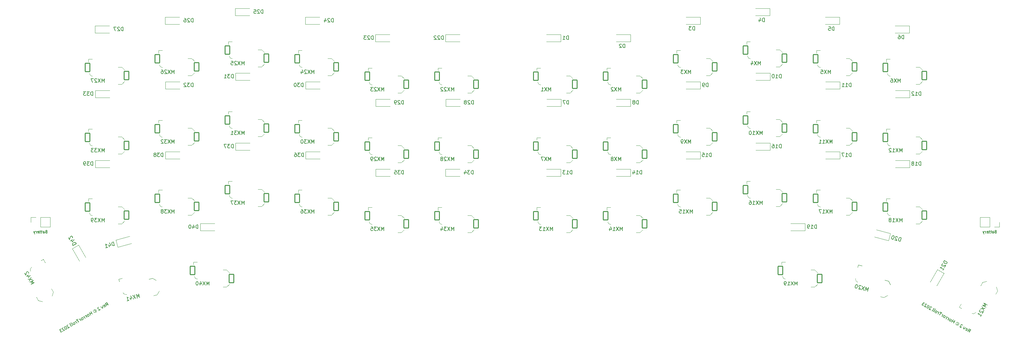
<source format=gbo>
G04 #@! TF.GenerationSoftware,KiCad,Pcbnew,(6.99.0-1912-g359c99991b)*
G04 #@! TF.CreationDate,2023-07-01T16:50:15+07:00*
G04 #@! TF.ProjectId,corne_chocoflan,636f726e-655f-4636-986f-636f666c616e,2*
G04 #@! TF.SameCoordinates,Original*
G04 #@! TF.FileFunction,Legend,Bot*
G04 #@! TF.FilePolarity,Positive*
%FSLAX46Y46*%
G04 Gerber Fmt 4.6, Leading zero omitted, Abs format (unit mm)*
G04 Created by KiCad (PCBNEW (6.99.0-1912-g359c99991b)) date 2023-07-01 16:50:15*
%MOMM*%
%LPD*%
G01*
G04 APERTURE LIST*
G04 Aperture macros list*
%AMRoundRect*
0 Rectangle with rounded corners*
0 $1 Rounding radius*
0 $2 $3 $4 $5 $6 $7 $8 $9 X,Y pos of 4 corners*
0 Add a 4 corners polygon primitive as box body*
4,1,4,$2,$3,$4,$5,$6,$7,$8,$9,$2,$3,0*
0 Add four circle primitives for the rounded corners*
1,1,$1+$1,$2,$3*
1,1,$1+$1,$4,$5*
1,1,$1+$1,$6,$7*
1,1,$1+$1,$8,$9*
0 Add four rect primitives between the rounded corners*
20,1,$1+$1,$2,$3,$4,$5,0*
20,1,$1+$1,$4,$5,$6,$7,0*
20,1,$1+$1,$6,$7,$8,$9,0*
20,1,$1+$1,$8,$9,$2,$3,0*%
%AMRotRect*
0 Rectangle, with rotation*
0 The origin of the aperture is its center*
0 $1 length*
0 $2 width*
0 $3 Rotation angle, in degrees counterclockwise*
0 Add horizontal line*
21,1,$1,$2,0,0,$3*%
G04 Aperture macros list end*
%ADD10C,0.225000*%
%ADD11C,0.150000*%
%ADD12C,0.120000*%
%ADD13C,2.200000*%
%ADD14C,4.300000*%
%ADD15R,1.700000X1.700000*%
%ADD16O,1.700000X1.700000*%
%ADD17C,0.500000*%
%ADD18C,1.524000*%
%ADD19C,0.900000*%
%ADD20R,0.900000X1.200000*%
%ADD21C,1.900000*%
%ADD22C,1.300000*%
%ADD23C,1.600000*%
%ADD24C,5.000000*%
%ADD25RoundRect,0.160000X0.640000X1.140000X-0.640000X1.140000X-0.640000X-1.140000X0.640000X-1.140000X0*%
%ADD26RotRect,0.900000X1.200000X300.000000*%
%ADD27RotRect,0.900000X1.200000X165.000000*%
%ADD28RoundRect,0.160000X0.913246X0.935511X-0.323139X1.266800X-0.913246X-0.935511X0.323139X-1.266800X0*%
%ADD29RotRect,0.900000X1.200000X240.000000*%
%ADD30RoundRect,0.160000X-0.667269X1.124256X-1.307269X0.015744X0.667269X-1.124256X1.307269X-0.015744X0*%
%ADD31RoundRect,0.160000X0.323139X1.266800X-0.913246X0.935511X-0.323139X-1.266800X0.913246X-0.935511X0*%
%ADD32RotRect,0.900000X1.200000X15.000000*%
%ADD33RoundRect,0.160000X1.307269X0.015744X0.667269X1.124256X-1.307269X-0.015744X-0.667269X-1.124256X0*%
G04 #@! TA.AperFunction,Profile*
%ADD34C,0.100000*%
G04 #@! TD*
%ADD35C,0.100000*%
%ADD36C,0.200000*%
G04 APERTURE END LIST*
D10*
G36*
X261687759Y-88524028D02*
G01*
X261703172Y-88525549D01*
X261718903Y-88527896D01*
X261734952Y-88531068D01*
X261751320Y-88535065D01*
X261768006Y-88539887D01*
X261785010Y-88545535D01*
X261802332Y-88552007D01*
X261819972Y-88559305D01*
X261837931Y-88567428D01*
X261856208Y-88576377D01*
X261874803Y-88586151D01*
X261893717Y-88596750D01*
X262083133Y-88706109D01*
X262092372Y-88712014D01*
X262100764Y-88718573D01*
X262108312Y-88725786D01*
X262115013Y-88733653D01*
X262120869Y-88742174D01*
X262125880Y-88751349D01*
X262130045Y-88761178D01*
X262133364Y-88771661D01*
X262135712Y-88782329D01*
X262137003Y-88792862D01*
X262137238Y-88803262D01*
X262136415Y-88813527D01*
X262134536Y-88823658D01*
X262131600Y-88833655D01*
X262127608Y-88843517D01*
X262122558Y-88853245D01*
X261754802Y-89490218D01*
X261749577Y-89498402D01*
X261743795Y-89505820D01*
X261737456Y-89512471D01*
X261730560Y-89518357D01*
X261723107Y-89523477D01*
X261715096Y-89527831D01*
X261706528Y-89531419D01*
X261697403Y-89534242D01*
X261688025Y-89536204D01*
X261678793Y-89537267D01*
X261669707Y-89537431D01*
X261660768Y-89536696D01*
X261651975Y-89535062D01*
X261643328Y-89532529D01*
X261634827Y-89529096D01*
X261626473Y-89524765D01*
X261618503Y-89519671D01*
X261611251Y-89514009D01*
X261604716Y-89507777D01*
X261598898Y-89500976D01*
X261593798Y-89493605D01*
X261589415Y-89485665D01*
X261585749Y-89477155D01*
X261582801Y-89468076D01*
X261580638Y-89458737D01*
X261579423Y-89449500D01*
X261579155Y-89440367D01*
X261579836Y-89431337D01*
X261581464Y-89422409D01*
X261584041Y-89413585D01*
X261587565Y-89404864D01*
X261592037Y-89396246D01*
X261716234Y-89181129D01*
X261716938Y-89179814D01*
X261718028Y-89171074D01*
X261711729Y-89164314D01*
X261620542Y-89111667D01*
X261617207Y-89110051D01*
X261607824Y-89108799D01*
X261599056Y-89111953D01*
X261354090Y-89261913D01*
X261349008Y-89264962D01*
X261338662Y-89270490D01*
X261328072Y-89275258D01*
X261317238Y-89279268D01*
X261306161Y-89282517D01*
X261294840Y-89285008D01*
X261283275Y-89286739D01*
X261274441Y-89287539D01*
X261265471Y-89287911D01*
X261262470Y-89287928D01*
X261253543Y-89287688D01*
X261244725Y-89287011D01*
X261233137Y-89285429D01*
X261221744Y-89283071D01*
X261210545Y-89279937D01*
X261199540Y-89276026D01*
X261191414Y-89272584D01*
X261183398Y-89268705D01*
X261175490Y-89264390D01*
X261171732Y-89262086D01*
X261163390Y-89255764D01*
X261156553Y-89248637D01*
X261151222Y-89240707D01*
X261147395Y-89231973D01*
X261145075Y-89222434D01*
X261144259Y-89212092D01*
X261144514Y-89207631D01*
X261145862Y-89198214D01*
X261148280Y-89189656D01*
X261152222Y-89181154D01*
X261154206Y-89177984D01*
X261160183Y-89170647D01*
X261166801Y-89164760D01*
X261174594Y-89159550D01*
X261455507Y-88994809D01*
X261461391Y-88988244D01*
X261458492Y-88979527D01*
X261451908Y-88970401D01*
X261445724Y-88961234D01*
X261439940Y-88952026D01*
X261434557Y-88942776D01*
X261429574Y-88933485D01*
X261424991Y-88924151D01*
X261420809Y-88914777D01*
X261417026Y-88905361D01*
X261413644Y-88895903D01*
X261410663Y-88886403D01*
X261408081Y-88876863D01*
X261405900Y-88867280D01*
X261404119Y-88857656D01*
X261402738Y-88847990D01*
X261401758Y-88838283D01*
X261401605Y-88835714D01*
X261581864Y-88835714D01*
X261582480Y-88846832D01*
X261584151Y-88857823D01*
X261586877Y-88868687D01*
X261590657Y-88879424D01*
X261593722Y-88886480D01*
X261599132Y-88896894D01*
X261605516Y-88907103D01*
X261612876Y-88917108D01*
X261621210Y-88926908D01*
X261627307Y-88933327D01*
X261633838Y-88939656D01*
X261640802Y-88945894D01*
X261648200Y-88952040D01*
X261656030Y-88958096D01*
X261664294Y-88964061D01*
X261672991Y-88969935D01*
X261682121Y-88975718D01*
X261691685Y-88981410D01*
X261785917Y-89035815D01*
X261787233Y-89036518D01*
X261796520Y-89037359D01*
X261802843Y-89031119D01*
X261933305Y-88805152D01*
X261934009Y-88803837D01*
X261935099Y-88795096D01*
X261928799Y-88788336D01*
X261834567Y-88733931D01*
X261829500Y-88731041D01*
X261819517Y-88725556D01*
X261809735Y-88720468D01*
X261800156Y-88715776D01*
X261790778Y-88711480D01*
X261781601Y-88707580D01*
X261772626Y-88704076D01*
X261763853Y-88700968D01*
X261755282Y-88698257D01*
X261742803Y-88694931D01*
X261730778Y-88692497D01*
X261719206Y-88690954D01*
X261708088Y-88690302D01*
X261697424Y-88690541D01*
X261693970Y-88690817D01*
X261683823Y-88692357D01*
X261674000Y-88694968D01*
X261664500Y-88698650D01*
X261655323Y-88703401D01*
X261646471Y-88709223D01*
X261637941Y-88716115D01*
X261629736Y-88724077D01*
X261621853Y-88733109D01*
X261614295Y-88743211D01*
X261609435Y-88750541D01*
X261604720Y-88758346D01*
X261600324Y-88766337D01*
X261594610Y-88778218D01*
X261589951Y-88789971D01*
X261586347Y-88801598D01*
X261583798Y-88813097D01*
X261582304Y-88824469D01*
X261581864Y-88835714D01*
X261401605Y-88835714D01*
X261401178Y-88828535D01*
X261400998Y-88818744D01*
X261401218Y-88808912D01*
X261401839Y-88799039D01*
X261402860Y-88789124D01*
X261404281Y-88779167D01*
X261406103Y-88769169D01*
X261408325Y-88759129D01*
X261410947Y-88749048D01*
X261413969Y-88738925D01*
X261417392Y-88728761D01*
X261421215Y-88718555D01*
X261425438Y-88708308D01*
X261430061Y-88698018D01*
X261435085Y-88687688D01*
X261440509Y-88677316D01*
X261446333Y-88666902D01*
X261455381Y-88651918D01*
X261464748Y-88637760D01*
X261474432Y-88624427D01*
X261484435Y-88611919D01*
X261494756Y-88600237D01*
X261505395Y-88589380D01*
X261516353Y-88579348D01*
X261527628Y-88570141D01*
X261539222Y-88561759D01*
X261551134Y-88554203D01*
X261563365Y-88547472D01*
X261575913Y-88541566D01*
X261588780Y-88536486D01*
X261601966Y-88532230D01*
X261615469Y-88528800D01*
X261629290Y-88526195D01*
X261643430Y-88524416D01*
X261657888Y-88523461D01*
X261672665Y-88523332D01*
X261687759Y-88524028D01*
G37*
G36*
X260973284Y-88340119D02*
G01*
X260987576Y-88341628D01*
X261001933Y-88343968D01*
X261016356Y-88347139D01*
X261030844Y-88351141D01*
X261045398Y-88355975D01*
X261060017Y-88361639D01*
X261074702Y-88368134D01*
X261089453Y-88375461D01*
X261104269Y-88383618D01*
X261111034Y-88387644D01*
X261120939Y-88393992D01*
X261130553Y-88400713D01*
X261139877Y-88407805D01*
X261148910Y-88415270D01*
X261157653Y-88423107D01*
X261166104Y-88431316D01*
X261174265Y-88439897D01*
X261182136Y-88448850D01*
X261189716Y-88458175D01*
X261197005Y-88467872D01*
X261201684Y-88474505D01*
X261208388Y-88484618D01*
X261214714Y-88494928D01*
X261220664Y-88505436D01*
X261226237Y-88516141D01*
X261231432Y-88527043D01*
X261236250Y-88538142D01*
X261240692Y-88549439D01*
X261244756Y-88560933D01*
X261248443Y-88572624D01*
X261251753Y-88584512D01*
X261252765Y-88588519D01*
X261255472Y-88600683D01*
X261257681Y-88613059D01*
X261259393Y-88625648D01*
X261260608Y-88638450D01*
X261261325Y-88651464D01*
X261261526Y-88660258D01*
X261261507Y-88669146D01*
X261261266Y-88678129D01*
X261260804Y-88687206D01*
X261260121Y-88696378D01*
X261259217Y-88705644D01*
X261258092Y-88715005D01*
X261256746Y-88724460D01*
X261255150Y-88733932D01*
X261253323Y-88743373D01*
X261251264Y-88752780D01*
X261248975Y-88762156D01*
X261246454Y-88771499D01*
X261243702Y-88780809D01*
X261240719Y-88790088D01*
X261237504Y-88799334D01*
X261234059Y-88808548D01*
X261230382Y-88817729D01*
X261226474Y-88826878D01*
X261222335Y-88835994D01*
X261217964Y-88845079D01*
X261213363Y-88854131D01*
X261208530Y-88863150D01*
X261203466Y-88872138D01*
X261198086Y-88881262D01*
X261192606Y-88890171D01*
X261187026Y-88898863D01*
X261181346Y-88907339D01*
X261175567Y-88915599D01*
X261169687Y-88923643D01*
X261163708Y-88931470D01*
X261157630Y-88939081D01*
X261151451Y-88946476D01*
X261145173Y-88953655D01*
X261138796Y-88960618D01*
X261132318Y-88967364D01*
X261125741Y-88973894D01*
X261119064Y-88980208D01*
X261112287Y-88986306D01*
X261105410Y-88992187D01*
X261098434Y-88997852D01*
X261091358Y-89003301D01*
X261084182Y-89008534D01*
X261076907Y-89013550D01*
X261069531Y-89018351D01*
X261054482Y-89027302D01*
X261039033Y-89035389D01*
X261023186Y-89042611D01*
X261006939Y-89048969D01*
X260990293Y-89054461D01*
X260981821Y-89056883D01*
X260973302Y-89059085D01*
X260956287Y-89062825D01*
X260939300Y-89065677D01*
X260922341Y-89067641D01*
X260905411Y-89068718D01*
X260888510Y-89068907D01*
X260871638Y-89068208D01*
X260854794Y-89066622D01*
X260837979Y-89064147D01*
X260821192Y-89060785D01*
X260804434Y-89056536D01*
X260787705Y-89051398D01*
X260779351Y-89048497D01*
X260771005Y-89045373D01*
X260762665Y-89042028D01*
X260754333Y-89038461D01*
X260746008Y-89034671D01*
X260737690Y-89030660D01*
X260729379Y-89026427D01*
X260721075Y-89021972D01*
X260712779Y-89017295D01*
X260702292Y-89011034D01*
X260692011Y-89004480D01*
X260681935Y-88997631D01*
X260672065Y-88990489D01*
X260662400Y-88983053D01*
X260652940Y-88975323D01*
X260643686Y-88967299D01*
X260634637Y-88958981D01*
X260625793Y-88950369D01*
X260617155Y-88941463D01*
X260608722Y-88932264D01*
X260600495Y-88922770D01*
X260592473Y-88912983D01*
X260584656Y-88902902D01*
X260577045Y-88892527D01*
X260569639Y-88881858D01*
X260567745Y-88879074D01*
X260563198Y-88870509D01*
X260560354Y-88861623D01*
X260559211Y-88852418D01*
X260559770Y-88842892D01*
X260562031Y-88833046D01*
X260564570Y-88825176D01*
X260568620Y-88816798D01*
X260572076Y-88811414D01*
X260578167Y-88804028D01*
X260585346Y-88797471D01*
X260592640Y-88792339D01*
X260595484Y-88790658D01*
X260604230Y-88786608D01*
X260613294Y-88784045D01*
X260622678Y-88782970D01*
X260632381Y-88783381D01*
X260642404Y-88785280D01*
X260645457Y-88786239D01*
X260653989Y-88789638D01*
X260661888Y-88793738D01*
X260664254Y-88795166D01*
X260671775Y-88800619D01*
X260678732Y-88807134D01*
X260684510Y-88813906D01*
X260688675Y-88819076D01*
X260695097Y-88826599D01*
X260701730Y-88833842D01*
X260708574Y-88840805D01*
X260715628Y-88847487D01*
X260722893Y-88853891D01*
X260730369Y-88860014D01*
X260738055Y-88865857D01*
X260745952Y-88871420D01*
X260754060Y-88876703D01*
X260762378Y-88881707D01*
X260770683Y-88886309D01*
X260778985Y-88890525D01*
X260787286Y-88894356D01*
X260795586Y-88897802D01*
X260808033Y-88902247D01*
X260820476Y-88905824D01*
X260832916Y-88908534D01*
X260845353Y-88910377D01*
X260857786Y-88911352D01*
X260870216Y-88911460D01*
X260882643Y-88910700D01*
X260895066Y-88909072D01*
X260907363Y-88906555D01*
X260919410Y-88903127D01*
X260931207Y-88898786D01*
X260942754Y-88893534D01*
X260954051Y-88887370D01*
X260965098Y-88880294D01*
X260972324Y-88875070D01*
X260979438Y-88869442D01*
X260986442Y-88863408D01*
X260993334Y-88856968D01*
X261000116Y-88850124D01*
X261006786Y-88842874D01*
X261013345Y-88835219D01*
X261015538Y-88826586D01*
X261010934Y-88819612D01*
X260735851Y-88660794D01*
X260733261Y-88659263D01*
X260725811Y-88654437D01*
X260716629Y-88647459D01*
X260708306Y-88639858D01*
X260700843Y-88631634D01*
X260694238Y-88622788D01*
X260688493Y-88613320D01*
X260683607Y-88603229D01*
X260679580Y-88592516D01*
X260676459Y-88582259D01*
X260675048Y-88575043D01*
X260839678Y-88575043D01*
X260839755Y-88575352D01*
X260845234Y-88582565D01*
X261074438Y-88714896D01*
X261082588Y-88715287D01*
X261087950Y-88711275D01*
X261089794Y-88707974D01*
X261094709Y-88697866D01*
X261098694Y-88687449D01*
X261101752Y-88676723D01*
X261103880Y-88665689D01*
X261105081Y-88654347D01*
X261105353Y-88642696D01*
X261104697Y-88630736D01*
X261103112Y-88618468D01*
X261100598Y-88605892D01*
X261098407Y-88597336D01*
X261095803Y-88588643D01*
X261093448Y-88582120D01*
X261089472Y-88572703D01*
X261084964Y-88563729D01*
X261079924Y-88555197D01*
X261074351Y-88547108D01*
X261068247Y-88539461D01*
X261061610Y-88532256D01*
X261054442Y-88525494D01*
X261046742Y-88519174D01*
X261038509Y-88513297D01*
X261029744Y-88507862D01*
X261022803Y-88504025D01*
X261012508Y-88498976D01*
X261002352Y-88494775D01*
X260992335Y-88491422D01*
X260982458Y-88488917D01*
X260972721Y-88487260D01*
X260963123Y-88486451D01*
X260953664Y-88486490D01*
X260944345Y-88487378D01*
X260935166Y-88489113D01*
X260926126Y-88491695D01*
X260920199Y-88493842D01*
X260911456Y-88497682D01*
X260902890Y-88502266D01*
X260894500Y-88507596D01*
X260886288Y-88513670D01*
X260878253Y-88520488D01*
X260870394Y-88528051D01*
X260862712Y-88536359D01*
X260855207Y-88545411D01*
X260847879Y-88555208D01*
X260840728Y-88565750D01*
X260840441Y-88566277D01*
X260839678Y-88575043D01*
X260675048Y-88575043D01*
X260674476Y-88572119D01*
X260673631Y-88562097D01*
X260673924Y-88552192D01*
X260675355Y-88542405D01*
X260677924Y-88532736D01*
X260681630Y-88523184D01*
X260686474Y-88513749D01*
X260695467Y-88498821D01*
X260704832Y-88484542D01*
X260714570Y-88470912D01*
X260724681Y-88457932D01*
X260735165Y-88445601D01*
X260746021Y-88433919D01*
X260757249Y-88422887D01*
X260768851Y-88412505D01*
X260780825Y-88402772D01*
X260793171Y-88393688D01*
X260805890Y-88385254D01*
X260818982Y-88377469D01*
X260832447Y-88370333D01*
X260846284Y-88363847D01*
X260860494Y-88358011D01*
X260875077Y-88352824D01*
X260888910Y-88348515D01*
X260902808Y-88345038D01*
X260916772Y-88342392D01*
X260930802Y-88340577D01*
X260944897Y-88339593D01*
X260959058Y-88339440D01*
X260973284Y-88340119D01*
G37*
G36*
X260069541Y-88593126D02*
G01*
X260073397Y-88601204D01*
X260077646Y-88608933D01*
X260083923Y-88618696D01*
X260090899Y-88627840D01*
X260098573Y-88636364D01*
X260106947Y-88644268D01*
X260116019Y-88651553D01*
X260123283Y-88656609D01*
X260130939Y-88661317D01*
X260138812Y-88665582D01*
X260146799Y-88669350D01*
X260157623Y-88673600D01*
X260168648Y-88676967D01*
X260179873Y-88679451D01*
X260191300Y-88681050D01*
X260202927Y-88681767D01*
X260211779Y-88681724D01*
X260220744Y-88681185D01*
X260229676Y-88680116D01*
X260238385Y-88678559D01*
X260249653Y-88675720D01*
X260260527Y-88672012D01*
X260271008Y-88667434D01*
X260281094Y-88661986D01*
X260290786Y-88655667D01*
X260297796Y-88650358D01*
X260304585Y-88644559D01*
X260717547Y-88283195D01*
X260724002Y-88276569D01*
X260729489Y-88269299D01*
X260731694Y-88265727D01*
X260735932Y-88256847D01*
X260738756Y-88247340D01*
X260740065Y-88238508D01*
X260740292Y-88229196D01*
X260740157Y-88226447D01*
X260738418Y-88216376D01*
X260735391Y-88207098D01*
X260731075Y-88198612D01*
X260725471Y-88190920D01*
X260718579Y-88184021D01*
X260710398Y-88177915D01*
X260706765Y-88175694D01*
X260697555Y-88170825D01*
X260688201Y-88166769D01*
X260678703Y-88163526D01*
X260669061Y-88161096D01*
X260659274Y-88159479D01*
X260649343Y-88158675D01*
X260639268Y-88158685D01*
X260629049Y-88159507D01*
X260618921Y-88161036D01*
X260609161Y-88163317D01*
X260599767Y-88166350D01*
X260590742Y-88170133D01*
X260582083Y-88174669D01*
X260573792Y-88179955D01*
X260565867Y-88185993D01*
X260558311Y-88192783D01*
X260359249Y-88381937D01*
X260351556Y-88389964D01*
X260345209Y-88396526D01*
X260338367Y-88403551D01*
X260331029Y-88411041D01*
X260323196Y-88418993D01*
X260314868Y-88427410D01*
X260306044Y-88436290D01*
X260296726Y-88445633D01*
X260290238Y-88452120D01*
X260283530Y-88458813D01*
X260276602Y-88465712D01*
X260273056Y-88469238D01*
X260266088Y-88476169D01*
X260259481Y-88482750D01*
X260253233Y-88488981D01*
X260244538Y-88497674D01*
X260236653Y-88505582D01*
X260229579Y-88512703D01*
X260223316Y-88519039D01*
X260216225Y-88526264D01*
X260209388Y-88533331D01*
X260204803Y-88538216D01*
X260199677Y-88538302D01*
X260197189Y-88533819D01*
X260200874Y-88521454D01*
X260203533Y-88512349D01*
X260206354Y-88502554D01*
X260209338Y-88492069D01*
X260212484Y-88480895D01*
X260215792Y-88469031D01*
X260219262Y-88456477D01*
X260222895Y-88443234D01*
X260226689Y-88429301D01*
X260230646Y-88414678D01*
X260234765Y-88399366D01*
X260239046Y-88383364D01*
X260243490Y-88366672D01*
X260245772Y-88358068D01*
X260248095Y-88349291D01*
X260250459Y-88340342D01*
X260252863Y-88331220D01*
X260255308Y-88321926D01*
X260320315Y-88051061D01*
X260322280Y-88041420D01*
X260323468Y-88031861D01*
X260323878Y-88022386D01*
X260323511Y-88012992D01*
X260322366Y-88003682D01*
X260320444Y-87994453D01*
X260317745Y-87985308D01*
X260314268Y-87976245D01*
X260310109Y-87967478D01*
X260305361Y-87959221D01*
X260300027Y-87951473D01*
X260294105Y-87944234D01*
X260287595Y-87937505D01*
X260280497Y-87931286D01*
X260272812Y-87925576D01*
X260264539Y-87920375D01*
X260255468Y-87915869D01*
X260246340Y-87912793D01*
X260237155Y-87911146D01*
X260227914Y-87910929D01*
X260218615Y-87912141D01*
X260209259Y-87914783D01*
X260205501Y-87916240D01*
X260197416Y-87920479D01*
X260189306Y-87926303D01*
X260182402Y-87933172D01*
X260176703Y-87941085D01*
X260176075Y-87942148D01*
X260172262Y-87950183D01*
X260169642Y-87958612D01*
X260168870Y-87962101D01*
X260058908Y-88501194D01*
X260057510Y-88510112D01*
X260056608Y-88518969D01*
X260056201Y-88527763D01*
X260056430Y-88539392D01*
X260057539Y-88550911D01*
X260059528Y-88562320D01*
X260062399Y-88573619D01*
X260065129Y-88582020D01*
X260068355Y-88590360D01*
X260069541Y-88593126D01*
G37*
G36*
X259480450Y-88285757D02*
G01*
X259488975Y-88289829D01*
X259497726Y-88292331D01*
X259506703Y-88293263D01*
X259515907Y-88292625D01*
X259521267Y-88291556D01*
X259530286Y-88288441D01*
X259538353Y-88283902D01*
X259545468Y-88277940D01*
X259551633Y-88270553D01*
X259554728Y-88265694D01*
X259559319Y-88257046D01*
X259563159Y-88248309D01*
X259566248Y-88239481D01*
X259568585Y-88230564D01*
X259570172Y-88221556D01*
X259571007Y-88212458D01*
X259571092Y-88203270D01*
X259570425Y-88193992D01*
X259569007Y-88184624D01*
X259566838Y-88175166D01*
X259564975Y-88168811D01*
X259560346Y-88154146D01*
X259555829Y-88139644D01*
X259551425Y-88125304D01*
X259547133Y-88111128D01*
X259542953Y-88097113D01*
X259538886Y-88083261D01*
X259534931Y-88069572D01*
X259531089Y-88056045D01*
X259527359Y-88042681D01*
X259523741Y-88029479D01*
X259520236Y-88016440D01*
X259516843Y-88003564D01*
X259513562Y-87990849D01*
X259510394Y-87978298D01*
X259507338Y-87965909D01*
X259504395Y-87953683D01*
X259501564Y-87941619D01*
X259498845Y-87929718D01*
X259496239Y-87917979D01*
X259493745Y-87906403D01*
X259491364Y-87894989D01*
X259489095Y-87883738D01*
X259486938Y-87872649D01*
X259484894Y-87861723D01*
X259482962Y-87850960D01*
X259481142Y-87840359D01*
X259479435Y-87829921D01*
X259477841Y-87819645D01*
X259476358Y-87809532D01*
X259474988Y-87799581D01*
X259473731Y-87789793D01*
X259472585Y-87780167D01*
X259471556Y-87770671D01*
X259470656Y-87761308D01*
X259469886Y-87752080D01*
X259469245Y-87742985D01*
X259468734Y-87734024D01*
X259468352Y-87725196D01*
X259467977Y-87707943D01*
X259468120Y-87691224D01*
X259468781Y-87675041D01*
X259469960Y-87659392D01*
X259471657Y-87644279D01*
X259473872Y-87629701D01*
X259476605Y-87615657D01*
X259479856Y-87602149D01*
X259483625Y-87589176D01*
X259487912Y-87576738D01*
X259492716Y-87564835D01*
X259498039Y-87553467D01*
X259503880Y-87542634D01*
X259508436Y-87535033D01*
X259515508Y-87524308D01*
X259522865Y-87514395D01*
X259530508Y-87505293D01*
X259538436Y-87497004D01*
X259546649Y-87489525D01*
X259555148Y-87482859D01*
X259563932Y-87477005D01*
X259573001Y-87471962D01*
X259582356Y-87467730D01*
X259591996Y-87464311D01*
X259601849Y-87461698D01*
X259611800Y-87459959D01*
X259621849Y-87459093D01*
X259631996Y-87459100D01*
X259642242Y-87459980D01*
X259652585Y-87461733D01*
X259663027Y-87464360D01*
X259673567Y-87467859D01*
X259684206Y-87472232D01*
X259694942Y-87477478D01*
X259702154Y-87481461D01*
X259711755Y-87487481D01*
X259720926Y-87494208D01*
X259729666Y-87501641D01*
X259737976Y-87509781D01*
X259745856Y-87518627D01*
X259753306Y-87528180D01*
X259760326Y-87538439D01*
X259766915Y-87549405D01*
X259773075Y-87561077D01*
X259776942Y-87569251D01*
X259780618Y-87577738D01*
X259782384Y-87582100D01*
X259786521Y-87590631D01*
X259791258Y-87598467D01*
X259796594Y-87605608D01*
X259803789Y-87613260D01*
X259811847Y-87619911D01*
X259819221Y-87624689D01*
X259828615Y-87629310D01*
X259838236Y-87632455D01*
X259848084Y-87634125D01*
X259858159Y-87634320D01*
X259868461Y-87633040D01*
X259871946Y-87632286D01*
X259881045Y-87629317D01*
X259889388Y-87625490D01*
X259896975Y-87620806D01*
X259903805Y-87615263D01*
X259909879Y-87608862D01*
X259915196Y-87601603D01*
X259917112Y-87598459D01*
X259921135Y-87590353D01*
X259924344Y-87580426D01*
X259925786Y-87570283D01*
X259925461Y-87559923D01*
X259923841Y-87551124D01*
X259921662Y-87543976D01*
X259915582Y-87527649D01*
X259908917Y-87511811D01*
X259901669Y-87496462D01*
X259893836Y-87481604D01*
X259885419Y-87467235D01*
X259876418Y-87453355D01*
X259866833Y-87439966D01*
X259856664Y-87427066D01*
X259845911Y-87414655D01*
X259834573Y-87402735D01*
X259822652Y-87391304D01*
X259810146Y-87380363D01*
X259797056Y-87369911D01*
X259783382Y-87359949D01*
X259769124Y-87350477D01*
X259754282Y-87341494D01*
X259739976Y-87333592D01*
X259725709Y-87326425D01*
X259711481Y-87319996D01*
X259697292Y-87314302D01*
X259683142Y-87309345D01*
X259669031Y-87305124D01*
X259654958Y-87301640D01*
X259640925Y-87298892D01*
X259626930Y-87296880D01*
X259612974Y-87295604D01*
X259599058Y-87295065D01*
X259585180Y-87295262D01*
X259571341Y-87296196D01*
X259557541Y-87297866D01*
X259543779Y-87300272D01*
X259530057Y-87303415D01*
X259516506Y-87307242D01*
X259503305Y-87311730D01*
X259490454Y-87316878D01*
X259477954Y-87322686D01*
X259465804Y-87329155D01*
X259454005Y-87336284D01*
X259442556Y-87344074D01*
X259431458Y-87352524D01*
X259420710Y-87361634D01*
X259410313Y-87371405D01*
X259400266Y-87381836D01*
X259390569Y-87392928D01*
X259381223Y-87404680D01*
X259372227Y-87417092D01*
X259363582Y-87430165D01*
X259355287Y-87443899D01*
X259348853Y-87455636D01*
X259342848Y-87467813D01*
X259337272Y-87480430D01*
X259332127Y-87493487D01*
X259327410Y-87506984D01*
X259323124Y-87520921D01*
X259319267Y-87535298D01*
X259315840Y-87550114D01*
X259312843Y-87565371D01*
X259310275Y-87581067D01*
X259308137Y-87597204D01*
X259306428Y-87613780D01*
X259305149Y-87630796D01*
X259304300Y-87648253D01*
X259303881Y-87666149D01*
X259303891Y-87684485D01*
X259304331Y-87703261D01*
X259305200Y-87722476D01*
X259306499Y-87742132D01*
X259308228Y-87762228D01*
X259310386Y-87782763D01*
X259312975Y-87803739D01*
X259315992Y-87825154D01*
X259319440Y-87847010D01*
X259323317Y-87869305D01*
X259327623Y-87892040D01*
X259332360Y-87915215D01*
X259337526Y-87938830D01*
X259343121Y-87962885D01*
X259349147Y-87987380D01*
X259355602Y-88012315D01*
X259362486Y-88037689D01*
X259359958Y-88042068D01*
X259355513Y-88042294D01*
X259346769Y-88036047D01*
X259338218Y-88029988D01*
X259329860Y-88024119D01*
X259321694Y-88018437D01*
X259313721Y-88012945D01*
X259305940Y-88007640D01*
X259298352Y-88002525D01*
X259290957Y-87997598D01*
X259280224Y-87990560D01*
X259269926Y-87983947D01*
X259260060Y-87977758D01*
X259250628Y-87971993D01*
X259241628Y-87966653D01*
X259238725Y-87964967D01*
X259130596Y-87902538D01*
X259121497Y-87897930D01*
X259112287Y-87894546D01*
X259102965Y-87892386D01*
X259093530Y-87891450D01*
X259083984Y-87891739D01*
X259074326Y-87893252D01*
X259070431Y-87894200D01*
X259061035Y-87897303D01*
X259052363Y-87901383D01*
X259044417Y-87906439D01*
X259037197Y-87912471D01*
X259030701Y-87919480D01*
X259024931Y-87927465D01*
X259022826Y-87930933D01*
X259018312Y-87939867D01*
X259015007Y-87948940D01*
X259012910Y-87958154D01*
X259012021Y-87967507D01*
X259012340Y-87977001D01*
X259013868Y-87986634D01*
X259014817Y-87990526D01*
X259017934Y-87999931D01*
X259022055Y-88008626D01*
X259027181Y-88016612D01*
X259033311Y-88023890D01*
X259040445Y-88030458D01*
X259048584Y-88036316D01*
X259052121Y-88038461D01*
X259480450Y-88285757D01*
G37*
G36*
X258451452Y-86676879D02*
G01*
X258462600Y-86677172D01*
X258473783Y-86677726D01*
X258485002Y-86678541D01*
X258496257Y-86679617D01*
X258507549Y-86680953D01*
X258518876Y-86682550D01*
X258530165Y-86684396D01*
X258541391Y-86686507D01*
X258552553Y-86688882D01*
X258563651Y-86691522D01*
X258574686Y-86694427D01*
X258585658Y-86697597D01*
X258596566Y-86701031D01*
X258607410Y-86704730D01*
X258618190Y-86708693D01*
X258628907Y-86712922D01*
X258639561Y-86717415D01*
X258650151Y-86722172D01*
X258660677Y-86727195D01*
X258671140Y-86732482D01*
X258681539Y-86738033D01*
X258691874Y-86743850D01*
X258701941Y-86749813D01*
X258711819Y-86755968D01*
X258721509Y-86762316D01*
X258731010Y-86768856D01*
X258740322Y-86775589D01*
X258749446Y-86782515D01*
X258758382Y-86789633D01*
X258767129Y-86796944D01*
X258775687Y-86804447D01*
X258784057Y-86812143D01*
X258792239Y-86820031D01*
X258800232Y-86828112D01*
X258808036Y-86836386D01*
X258815652Y-86844852D01*
X258823079Y-86853511D01*
X258830318Y-86862362D01*
X258837342Y-86871357D01*
X258844122Y-86880445D01*
X258850660Y-86889628D01*
X258856956Y-86898904D01*
X258863009Y-86908274D01*
X258868819Y-86917738D01*
X258874387Y-86927296D01*
X258879712Y-86936948D01*
X258884794Y-86946694D01*
X258889634Y-86956534D01*
X258894231Y-86966468D01*
X258898585Y-86976496D01*
X258902697Y-86986617D01*
X258906567Y-86996833D01*
X258910193Y-87007142D01*
X258913578Y-87017546D01*
X258916668Y-87028039D01*
X258919460Y-87038646D01*
X258921955Y-87049367D01*
X258924152Y-87060202D01*
X258926052Y-87071150D01*
X258927654Y-87082212D01*
X258928958Y-87093388D01*
X258929965Y-87104677D01*
X258930674Y-87116080D01*
X258931085Y-87127597D01*
X258931198Y-87139228D01*
X258931014Y-87150972D01*
X258930533Y-87162830D01*
X258929753Y-87174801D01*
X258928676Y-87186886D01*
X258927302Y-87199085D01*
X258925606Y-87211286D01*
X258923586Y-87223449D01*
X258921243Y-87235577D01*
X258918575Y-87247668D01*
X258915583Y-87259722D01*
X258912268Y-87271740D01*
X258908628Y-87283722D01*
X258904664Y-87295668D01*
X258900376Y-87307577D01*
X258895764Y-87319450D01*
X258890828Y-87331286D01*
X258885568Y-87343086D01*
X258879984Y-87354849D01*
X258874076Y-87366577D01*
X258867844Y-87378268D01*
X258861288Y-87389922D01*
X258854458Y-87401452D01*
X258847433Y-87412723D01*
X258840213Y-87423735D01*
X258832798Y-87434487D01*
X258825187Y-87444979D01*
X258817382Y-87455212D01*
X258809381Y-87465186D01*
X258801184Y-87474900D01*
X258792793Y-87484354D01*
X258784206Y-87493549D01*
X258775424Y-87502485D01*
X258766447Y-87511161D01*
X258757275Y-87519578D01*
X258747907Y-87527735D01*
X258738344Y-87535633D01*
X258728586Y-87543272D01*
X258718679Y-87550612D01*
X258708719Y-87557644D01*
X258698705Y-87564367D01*
X258688637Y-87570782D01*
X258678515Y-87576888D01*
X258668340Y-87582685D01*
X258658111Y-87588173D01*
X258647828Y-87593353D01*
X258637491Y-87598224D01*
X258627100Y-87602787D01*
X258616656Y-87607040D01*
X258606157Y-87610985D01*
X258595605Y-87614622D01*
X258584999Y-87617950D01*
X258574340Y-87620969D01*
X258563626Y-87623679D01*
X258552858Y-87626065D01*
X258542054Y-87628187D01*
X258531215Y-87630044D01*
X258520340Y-87631637D01*
X258509429Y-87632965D01*
X258498482Y-87634029D01*
X258487500Y-87634828D01*
X258476482Y-87635363D01*
X258465428Y-87635633D01*
X258454339Y-87635639D01*
X258443214Y-87635380D01*
X258432053Y-87634856D01*
X258420857Y-87634069D01*
X258409625Y-87633016D01*
X258398358Y-87631699D01*
X258387054Y-87630118D01*
X258375769Y-87628275D01*
X258364557Y-87626172D01*
X258353417Y-87623809D01*
X258342350Y-87621187D01*
X258331355Y-87618306D01*
X258320433Y-87615165D01*
X258309583Y-87611764D01*
X258298806Y-87608104D01*
X258288101Y-87604184D01*
X258277468Y-87600005D01*
X258266909Y-87595566D01*
X258256421Y-87590867D01*
X258246007Y-87585909D01*
X258235665Y-87580692D01*
X258225395Y-87575215D01*
X258215198Y-87569478D01*
X258204993Y-87563435D01*
X258194985Y-87557205D01*
X258185175Y-87550788D01*
X258175562Y-87544183D01*
X258166147Y-87537391D01*
X258156930Y-87530411D01*
X258147909Y-87523244D01*
X258139086Y-87515890D01*
X258130461Y-87508348D01*
X258122033Y-87500618D01*
X258113802Y-87492702D01*
X258105769Y-87484597D01*
X258097934Y-87476306D01*
X258090295Y-87467827D01*
X258082855Y-87459160D01*
X258075611Y-87450306D01*
X258068566Y-87441294D01*
X258061765Y-87432179D01*
X258055211Y-87422962D01*
X258048901Y-87413643D01*
X258042837Y-87404222D01*
X258037019Y-87394699D01*
X258031445Y-87385073D01*
X258026118Y-87375345D01*
X258021035Y-87365515D01*
X258016198Y-87355582D01*
X258011607Y-87345548D01*
X258007261Y-87335411D01*
X258003160Y-87325172D01*
X257999305Y-87314830D01*
X257995695Y-87304387D01*
X257992331Y-87293841D01*
X257989255Y-87283170D01*
X257986484Y-87272396D01*
X257984018Y-87261522D01*
X257981856Y-87250545D01*
X257979999Y-87239466D01*
X257978446Y-87228286D01*
X257977198Y-87217004D01*
X257976255Y-87205621D01*
X257975617Y-87194135D01*
X257975283Y-87182548D01*
X257975261Y-87173975D01*
X258062140Y-87173975D01*
X258062206Y-87183482D01*
X258062521Y-87192985D01*
X258063085Y-87202486D01*
X258063897Y-87211984D01*
X258064958Y-87221478D01*
X258066267Y-87230969D01*
X258067826Y-87240457D01*
X258069632Y-87249942D01*
X258071688Y-87259424D01*
X258073993Y-87268903D01*
X258076510Y-87278304D01*
X258079228Y-87287570D01*
X258082146Y-87296699D01*
X258085266Y-87305692D01*
X258088586Y-87314548D01*
X258092107Y-87323267D01*
X258095828Y-87331851D01*
X258099751Y-87340297D01*
X258103874Y-87348608D01*
X258108197Y-87356782D01*
X258112722Y-87364819D01*
X258117447Y-87372720D01*
X258122373Y-87380485D01*
X258127500Y-87388113D01*
X258132827Y-87395605D01*
X258138355Y-87402960D01*
X258144084Y-87410179D01*
X258150014Y-87417261D01*
X258156144Y-87424207D01*
X258162475Y-87431017D01*
X258169007Y-87437690D01*
X258175740Y-87444226D01*
X258182673Y-87450626D01*
X258189807Y-87456890D01*
X258197142Y-87463017D01*
X258204677Y-87469008D01*
X258212414Y-87474862D01*
X258220351Y-87480580D01*
X258228488Y-87486162D01*
X258236827Y-87491607D01*
X258245366Y-87496915D01*
X258254106Y-87502088D01*
X258262885Y-87507030D01*
X258271684Y-87511732D01*
X258280504Y-87516193D01*
X258289344Y-87520414D01*
X258298205Y-87524394D01*
X258307086Y-87528134D01*
X258315987Y-87531633D01*
X258324909Y-87534891D01*
X258333851Y-87537909D01*
X258342814Y-87540687D01*
X258351797Y-87543223D01*
X258360801Y-87545520D01*
X258369825Y-87547575D01*
X258378869Y-87549391D01*
X258387934Y-87550965D01*
X258397019Y-87552299D01*
X258406124Y-87553393D01*
X258415250Y-87554246D01*
X258424396Y-87554858D01*
X258433563Y-87555230D01*
X258442750Y-87555361D01*
X258451957Y-87555252D01*
X258461185Y-87554902D01*
X258470434Y-87554311D01*
X258479702Y-87553480D01*
X258488991Y-87552409D01*
X258498301Y-87551097D01*
X258507631Y-87549544D01*
X258516981Y-87547751D01*
X258526352Y-87545717D01*
X258535743Y-87543443D01*
X258545154Y-87540928D01*
X258554504Y-87538178D01*
X258563732Y-87535210D01*
X258572838Y-87532026D01*
X258581824Y-87528626D01*
X258590688Y-87525008D01*
X258599431Y-87521174D01*
X258608053Y-87517123D01*
X258616553Y-87512856D01*
X258624932Y-87508371D01*
X258633190Y-87503670D01*
X258641327Y-87498752D01*
X258649342Y-87493618D01*
X258657236Y-87488266D01*
X258665009Y-87482698D01*
X258672661Y-87476913D01*
X258680191Y-87470912D01*
X258687601Y-87464693D01*
X258694889Y-87458258D01*
X258702055Y-87451607D01*
X258709101Y-87444738D01*
X258716025Y-87437653D01*
X258722828Y-87430351D01*
X258729509Y-87422832D01*
X258736070Y-87415096D01*
X258742509Y-87407144D01*
X258748827Y-87398975D01*
X258755024Y-87390589D01*
X258761099Y-87381986D01*
X258767053Y-87373167D01*
X258772886Y-87364131D01*
X258778598Y-87354878D01*
X258784188Y-87345409D01*
X258789546Y-87335917D01*
X258794653Y-87326429D01*
X258799512Y-87316947D01*
X258804122Y-87307469D01*
X258808482Y-87297996D01*
X258812593Y-87288528D01*
X258816455Y-87279065D01*
X258820068Y-87269607D01*
X258823432Y-87260154D01*
X258826546Y-87250705D01*
X258829411Y-87241262D01*
X258832027Y-87231823D01*
X258834394Y-87222389D01*
X258836512Y-87212960D01*
X258838380Y-87203535D01*
X258840000Y-87194116D01*
X258841370Y-87184702D01*
X258842490Y-87175292D01*
X258843362Y-87165887D01*
X258843985Y-87156487D01*
X258844358Y-87147092D01*
X258844482Y-87137702D01*
X258844357Y-87128316D01*
X258843983Y-87118936D01*
X258843359Y-87109560D01*
X258842487Y-87100189D01*
X258841365Y-87090823D01*
X258839994Y-87081462D01*
X258838374Y-87072106D01*
X258836504Y-87062755D01*
X258834385Y-87053408D01*
X258832018Y-87044066D01*
X258829416Y-87034787D01*
X258826618Y-87025642D01*
X258823624Y-87016630D01*
X258820434Y-87007753D01*
X258817049Y-86999009D01*
X258813468Y-86990399D01*
X258809691Y-86981923D01*
X258805719Y-86973581D01*
X258801550Y-86965372D01*
X258797186Y-86957298D01*
X258792627Y-86949357D01*
X258787871Y-86941550D01*
X258782920Y-86933877D01*
X258777772Y-86926338D01*
X258772429Y-86918933D01*
X258766891Y-86911662D01*
X258761156Y-86904524D01*
X258755226Y-86897521D01*
X258749100Y-86890651D01*
X258742778Y-86883915D01*
X258736261Y-86877313D01*
X258729548Y-86870845D01*
X258722639Y-86864510D01*
X258715534Y-86858310D01*
X258708233Y-86852243D01*
X258700737Y-86846310D01*
X258693045Y-86840512D01*
X258685157Y-86834846D01*
X258677073Y-86829315D01*
X258668794Y-86823918D01*
X258660318Y-86818654D01*
X258651647Y-86813525D01*
X258642741Y-86808506D01*
X258633822Y-86803727D01*
X258624891Y-86799188D01*
X258615946Y-86794888D01*
X258606988Y-86790827D01*
X258598018Y-86787006D01*
X258589035Y-86783424D01*
X258580039Y-86780082D01*
X258571030Y-86776979D01*
X258562008Y-86774116D01*
X258552974Y-86771492D01*
X258543927Y-86769108D01*
X258534866Y-86766963D01*
X258525793Y-86765058D01*
X258516708Y-86763392D01*
X258507609Y-86761965D01*
X258498497Y-86760778D01*
X258489373Y-86759831D01*
X258480236Y-86759123D01*
X258471086Y-86758654D01*
X258461923Y-86758425D01*
X258452747Y-86758436D01*
X258443559Y-86758686D01*
X258434358Y-86759175D01*
X258425143Y-86759904D01*
X258415916Y-86760872D01*
X258406676Y-86762080D01*
X258397424Y-86763527D01*
X258388158Y-86765214D01*
X258378880Y-86767140D01*
X258369589Y-86769306D01*
X258360285Y-86771711D01*
X258351034Y-86774345D01*
X258341903Y-86777197D01*
X258332892Y-86780266D01*
X258324000Y-86783553D01*
X258315228Y-86787058D01*
X258306576Y-86790781D01*
X258298043Y-86794722D01*
X258289630Y-86798880D01*
X258281336Y-86803256D01*
X258273163Y-86807850D01*
X258265108Y-86812662D01*
X258257174Y-86817692D01*
X258249359Y-86822939D01*
X258241664Y-86828404D01*
X258234088Y-86834088D01*
X258226632Y-86839988D01*
X258219296Y-86846107D01*
X258212079Y-86852444D01*
X258204982Y-86858998D01*
X258198005Y-86865770D01*
X258191147Y-86872760D01*
X258184409Y-86879967D01*
X258177791Y-86887393D01*
X258171292Y-86895036D01*
X258164913Y-86902897D01*
X258158654Y-86910976D01*
X258152514Y-86919273D01*
X258146494Y-86927787D01*
X258140593Y-86936520D01*
X258134813Y-86945470D01*
X258129151Y-86954638D01*
X258123610Y-86964024D01*
X258118204Y-86973600D01*
X258113048Y-86983173D01*
X258108140Y-86992743D01*
X258103480Y-87002310D01*
X258099070Y-87011874D01*
X258094908Y-87021434D01*
X258090994Y-87030992D01*
X258087330Y-87040546D01*
X258083914Y-87050097D01*
X258080747Y-87059645D01*
X258077829Y-87069190D01*
X258075159Y-87078731D01*
X258072738Y-87088270D01*
X258070566Y-87097805D01*
X258068642Y-87107338D01*
X258066967Y-87116867D01*
X258065541Y-87126392D01*
X258064363Y-87135915D01*
X258063435Y-87145435D01*
X258062754Y-87154951D01*
X258062323Y-87164465D01*
X258062140Y-87173975D01*
X257975261Y-87173975D01*
X257975253Y-87170859D01*
X257975529Y-87159068D01*
X257976109Y-87147176D01*
X257976993Y-87135182D01*
X257978182Y-87123086D01*
X257979676Y-87110888D01*
X257981458Y-87098646D01*
X257983558Y-87086442D01*
X257985976Y-87074278D01*
X257988714Y-87062153D01*
X257991769Y-87050066D01*
X257995143Y-87038019D01*
X257998836Y-87026011D01*
X258002847Y-87014043D01*
X258007176Y-87002113D01*
X258011824Y-86990222D01*
X258016791Y-86978371D01*
X258022076Y-86966559D01*
X258027679Y-86954785D01*
X258033601Y-86943051D01*
X258039842Y-86931356D01*
X258046401Y-86919701D01*
X258053226Y-86908174D01*
X258060239Y-86896914D01*
X258067439Y-86885920D01*
X258074825Y-86875194D01*
X258082399Y-86864734D01*
X258090160Y-86854540D01*
X258098109Y-86844614D01*
X258106244Y-86834954D01*
X258114566Y-86825560D01*
X258123076Y-86816433D01*
X258131772Y-86807573D01*
X258140656Y-86798980D01*
X258149727Y-86790653D01*
X258158985Y-86782593D01*
X258168430Y-86774800D01*
X258178062Y-86767273D01*
X258187811Y-86759998D01*
X258197626Y-86753035D01*
X258207506Y-86746384D01*
X258217453Y-86740044D01*
X258227465Y-86734016D01*
X258237543Y-86728299D01*
X258247688Y-86722894D01*
X258257898Y-86717801D01*
X258268174Y-86713020D01*
X258278516Y-86708551D01*
X258288924Y-86704393D01*
X258299398Y-86700547D01*
X258309937Y-86697012D01*
X258320543Y-86693789D01*
X258331215Y-86690878D01*
X258341952Y-86688279D01*
X258352741Y-86685966D01*
X258363565Y-86683914D01*
X258374425Y-86682122D01*
X258385321Y-86680591D01*
X258396253Y-86679320D01*
X258407221Y-86678311D01*
X258418225Y-86677562D01*
X258429265Y-86677073D01*
X258440341Y-86676846D01*
X258451452Y-86676879D01*
G37*
G36*
X258464636Y-86876267D02*
G01*
X258474478Y-86876818D01*
X258484244Y-86877771D01*
X258493934Y-86879127D01*
X258503549Y-86880886D01*
X258513087Y-86883047D01*
X258522551Y-86885610D01*
X258531938Y-86888576D01*
X258541250Y-86891944D01*
X258550486Y-86895715D01*
X258559646Y-86899889D01*
X258568731Y-86904464D01*
X258577740Y-86909443D01*
X258589393Y-86916517D01*
X258600556Y-86924000D01*
X258611229Y-86931892D01*
X258621412Y-86940193D01*
X258631105Y-86948904D01*
X258640308Y-86958023D01*
X258649020Y-86967552D01*
X258657243Y-86977490D01*
X258664976Y-86987837D01*
X258672218Y-86998593D01*
X258678971Y-87009758D01*
X258685233Y-87021333D01*
X258691006Y-87033316D01*
X258696288Y-87045709D01*
X258701081Y-87058511D01*
X258705383Y-87071722D01*
X258709065Y-87085096D01*
X258712015Y-87098463D01*
X258714234Y-87111822D01*
X258715722Y-87125173D01*
X258716479Y-87138516D01*
X258716505Y-87151851D01*
X258715799Y-87165179D01*
X258714362Y-87178499D01*
X258712194Y-87191812D01*
X258709294Y-87205116D01*
X258705664Y-87218413D01*
X258701302Y-87231702D01*
X258696209Y-87244984D01*
X258690384Y-87258258D01*
X258683829Y-87271524D01*
X258676542Y-87284782D01*
X258668345Y-87298380D01*
X258659830Y-87311331D01*
X258650995Y-87323636D01*
X258641842Y-87335295D01*
X258632369Y-87346308D01*
X258622577Y-87356674D01*
X258612467Y-87366395D01*
X258602037Y-87375469D01*
X258591289Y-87383897D01*
X258580222Y-87391679D01*
X258568835Y-87398814D01*
X258557130Y-87405304D01*
X258545105Y-87411147D01*
X258532762Y-87416344D01*
X258520100Y-87420894D01*
X258507118Y-87424799D01*
X258493996Y-87428011D01*
X258480884Y-87430533D01*
X258467781Y-87432365D01*
X258454689Y-87433507D01*
X258441606Y-87433958D01*
X258428534Y-87433719D01*
X258415471Y-87432789D01*
X258402418Y-87431169D01*
X258389375Y-87428859D01*
X258376342Y-87425859D01*
X258363319Y-87422168D01*
X258350305Y-87417787D01*
X258337302Y-87412716D01*
X258324308Y-87406954D01*
X258311325Y-87400502D01*
X258298351Y-87393359D01*
X258290016Y-87388347D01*
X258281907Y-87383064D01*
X258274023Y-87377511D01*
X258266364Y-87371687D01*
X258258932Y-87365593D01*
X258251724Y-87359229D01*
X258244742Y-87352595D01*
X258237986Y-87345690D01*
X258231455Y-87338514D01*
X258225150Y-87331068D01*
X258219070Y-87323352D01*
X258213216Y-87315366D01*
X258207587Y-87307109D01*
X258202184Y-87298582D01*
X258197006Y-87289784D01*
X258192054Y-87280716D01*
X258189870Y-87275664D01*
X258187472Y-87266804D01*
X258186885Y-87257922D01*
X258188109Y-87249016D01*
X258191144Y-87240087D01*
X258191394Y-87239182D01*
X258194948Y-87230861D01*
X258197651Y-87226662D01*
X258203503Y-87219830D01*
X258210623Y-87213931D01*
X258219011Y-87208964D01*
X258223894Y-87207076D01*
X258232563Y-87205007D01*
X258241392Y-87204512D01*
X258250382Y-87205591D01*
X258259531Y-87208245D01*
X258260436Y-87208495D01*
X258268757Y-87212049D01*
X258272965Y-87214726D01*
X258279857Y-87220401D01*
X258285873Y-87227176D01*
X258291012Y-87235051D01*
X258296923Y-87244115D01*
X258303220Y-87252649D01*
X258309903Y-87260652D01*
X258316972Y-87268124D01*
X258324426Y-87275065D01*
X258332266Y-87281475D01*
X258340492Y-87287355D01*
X258349104Y-87292703D01*
X258356215Y-87296603D01*
X258366868Y-87301671D01*
X258377505Y-87305801D01*
X258388126Y-87308994D01*
X258398730Y-87311250D01*
X258409317Y-87312567D01*
X258419889Y-87312948D01*
X258430443Y-87312391D01*
X258440982Y-87310896D01*
X258451504Y-87308464D01*
X258462009Y-87305094D01*
X258465492Y-87303767D01*
X258475749Y-87299225D01*
X258485717Y-87293837D01*
X258495396Y-87287605D01*
X258504787Y-87280528D01*
X258513890Y-87272606D01*
X258522704Y-87263840D01*
X258531229Y-87254228D01*
X258536752Y-87247351D01*
X258542147Y-87240099D01*
X258547413Y-87232471D01*
X258552552Y-87224467D01*
X258557562Y-87216089D01*
X258561791Y-87208455D01*
X258567455Y-87197021D01*
X258572305Y-87185607D01*
X258576340Y-87174213D01*
X258579559Y-87162840D01*
X258581965Y-87151488D01*
X258583555Y-87140155D01*
X258584330Y-87128843D01*
X258584291Y-87117551D01*
X258583436Y-87106280D01*
X258581767Y-87095029D01*
X258580192Y-87087634D01*
X258577112Y-87076913D01*
X258573174Y-87066636D01*
X258568375Y-87056805D01*
X258562718Y-87047420D01*
X258556201Y-87038479D01*
X258548825Y-87029984D01*
X258540589Y-87021934D01*
X258531494Y-87014330D01*
X258521539Y-87007170D01*
X258510725Y-87000456D01*
X258506973Y-86998374D01*
X258497448Y-86993823D01*
X258487719Y-86990207D01*
X258477784Y-86987526D01*
X258467643Y-86985780D01*
X258457298Y-86984969D01*
X258446747Y-86985093D01*
X258437016Y-86984472D01*
X258427618Y-86982616D01*
X258418553Y-86979523D01*
X258409820Y-86975195D01*
X258406583Y-86973327D01*
X258402000Y-86970391D01*
X258395055Y-86964481D01*
X258389479Y-86957589D01*
X258385272Y-86949714D01*
X258382434Y-86940855D01*
X258381903Y-86938209D01*
X258380982Y-86929132D01*
X258381721Y-86919108D01*
X258384370Y-86909457D01*
X258388254Y-86901319D01*
X258391538Y-86896250D01*
X258398142Y-86888868D01*
X258405839Y-86883380D01*
X258414629Y-86879787D01*
X258424512Y-86878087D01*
X258434656Y-86877028D01*
X258444725Y-86876372D01*
X258454718Y-86876118D01*
X258464636Y-86876267D01*
G37*
G36*
X257288850Y-86988963D02*
G01*
X257291798Y-86998041D01*
X257295464Y-87006551D01*
X257299847Y-87014491D01*
X257304947Y-87021862D01*
X257310765Y-87028663D01*
X257317300Y-87034895D01*
X257324552Y-87040558D01*
X257332522Y-87045651D01*
X257340876Y-87049982D01*
X257349377Y-87053415D01*
X257358024Y-87055948D01*
X257366817Y-87057582D01*
X257375756Y-87058317D01*
X257384842Y-87058153D01*
X257394074Y-87057090D01*
X257403452Y-87055128D01*
X257412577Y-87052306D01*
X257421145Y-87048718D01*
X257429156Y-87044363D01*
X257436609Y-87039244D01*
X257443505Y-87033358D01*
X257449844Y-87026706D01*
X257455626Y-87019288D01*
X257460851Y-87011104D01*
X257835422Y-86362329D01*
X257839771Y-86353930D01*
X257843203Y-86345389D01*
X257845717Y-86336707D01*
X257847313Y-86327884D01*
X257847991Y-86318920D01*
X257847751Y-86309814D01*
X257846593Y-86300567D01*
X257844518Y-86291179D01*
X257841605Y-86281943D01*
X257837977Y-86273300D01*
X257833633Y-86265251D01*
X257828573Y-86257797D01*
X257822797Y-86250936D01*
X257816306Y-86244670D01*
X257809099Y-86238998D01*
X257801175Y-86233920D01*
X257792775Y-86229573D01*
X257784229Y-86226150D01*
X257775538Y-86223651D01*
X257766703Y-86222076D01*
X257757724Y-86221425D01*
X257748599Y-86221697D01*
X257739330Y-86222894D01*
X257729916Y-86225014D01*
X257720703Y-86227885D01*
X257712078Y-86231483D01*
X257704040Y-86235810D01*
X257696589Y-86240863D01*
X257689725Y-86246645D01*
X257683448Y-86253155D01*
X257677759Y-86260392D01*
X257672657Y-86268356D01*
X257541645Y-86495276D01*
X257534884Y-86501575D01*
X257526144Y-86500485D01*
X257524829Y-86499781D01*
X257239848Y-86335247D01*
X257233548Y-86328487D01*
X257234638Y-86319746D01*
X257235342Y-86318432D01*
X257366354Y-86091512D01*
X257370829Y-86082896D01*
X257374362Y-86074180D01*
X257376953Y-86065364D01*
X257378602Y-86056449D01*
X257379309Y-86047434D01*
X257379075Y-86038320D01*
X257377898Y-86029105D01*
X257375780Y-86019792D01*
X257372790Y-86010689D01*
X257369095Y-86002162D01*
X257364694Y-85994212D01*
X257359588Y-85986838D01*
X257353776Y-85980040D01*
X257347259Y-85973818D01*
X257340036Y-85968173D01*
X257332108Y-85963103D01*
X257323721Y-85958753D01*
X257315217Y-85955319D01*
X257306597Y-85952801D01*
X257297861Y-85951199D01*
X257289008Y-85950514D01*
X257280038Y-85950745D01*
X257270952Y-85951892D01*
X257261749Y-85953956D01*
X257252713Y-85956830D01*
X257244222Y-85960463D01*
X257236277Y-85964854D01*
X257228877Y-85970005D01*
X257222023Y-85975915D01*
X257215713Y-85982584D01*
X257209950Y-85990012D01*
X257204731Y-85998199D01*
X256829501Y-86648117D01*
X256825174Y-86656463D01*
X256821757Y-86664936D01*
X256819250Y-86673538D01*
X256817652Y-86682269D01*
X256816963Y-86691128D01*
X256817184Y-86700115D01*
X256818314Y-86709231D01*
X256820353Y-86718476D01*
X256823168Y-86727477D01*
X256826717Y-86735920D01*
X256831002Y-86743803D01*
X256836022Y-86751128D01*
X256841777Y-86757893D01*
X256848268Y-86764099D01*
X256855493Y-86769746D01*
X256863454Y-86774834D01*
X256871809Y-86779166D01*
X256880309Y-86782598D01*
X256888956Y-86785132D01*
X256897749Y-86786766D01*
X256906688Y-86787501D01*
X256915774Y-86787337D01*
X256925006Y-86786274D01*
X256934384Y-86784311D01*
X256943499Y-86781507D01*
X256952036Y-86777972D01*
X256959995Y-86773708D01*
X256967377Y-86768713D01*
X256974180Y-86762987D01*
X256980406Y-86756532D01*
X256986053Y-86749346D01*
X256991123Y-86741430D01*
X257141369Y-86481197D01*
X257148130Y-86474897D01*
X257156870Y-86475987D01*
X257158185Y-86476691D01*
X257443167Y-86641225D01*
X257449466Y-86647985D01*
X257448376Y-86656726D01*
X257447672Y-86658041D01*
X257298086Y-86917132D01*
X257293614Y-86925750D01*
X257290090Y-86934471D01*
X257287513Y-86943296D01*
X257285885Y-86952223D01*
X257285205Y-86961253D01*
X257285472Y-86970387D01*
X257286687Y-86979623D01*
X257288850Y-86988963D01*
G37*
G36*
X256547488Y-85800610D02*
G01*
X256559751Y-85801113D01*
X256572040Y-85802072D01*
X256584356Y-85803489D01*
X256592536Y-85804646D01*
X256604702Y-85806753D01*
X256616740Y-85809304D01*
X256628651Y-85812299D01*
X256640435Y-85815738D01*
X256652092Y-85819622D01*
X256663622Y-85823950D01*
X256675025Y-85828722D01*
X256686300Y-85833938D01*
X256697449Y-85839598D01*
X256708471Y-85845703D01*
X256715682Y-85849981D01*
X256726238Y-85856679D01*
X256736479Y-85863714D01*
X256746406Y-85871084D01*
X256756018Y-85878790D01*
X256765315Y-85886832D01*
X256774299Y-85895210D01*
X256782967Y-85903924D01*
X256791322Y-85912974D01*
X256799361Y-85922360D01*
X256807087Y-85932082D01*
X256812032Y-85938684D01*
X256819112Y-85948761D01*
X256825787Y-85959044D01*
X256832056Y-85969536D01*
X256837920Y-85980235D01*
X256843378Y-85991141D01*
X256848431Y-86002255D01*
X256853078Y-86013577D01*
X256857320Y-86025107D01*
X256861157Y-86036844D01*
X256864588Y-86048789D01*
X256865625Y-86052810D01*
X256868406Y-86065017D01*
X256870692Y-86077438D01*
X256872485Y-86090074D01*
X256873784Y-86102924D01*
X256874588Y-86115988D01*
X256874850Y-86124817D01*
X256874892Y-86133741D01*
X256874715Y-86142760D01*
X256874318Y-86151875D01*
X256873701Y-86161085D01*
X256872865Y-86170390D01*
X256871809Y-86179791D01*
X256870533Y-86189287D01*
X256869002Y-86198807D01*
X256867225Y-86208309D01*
X256865203Y-86217793D01*
X256862936Y-86227258D01*
X256860424Y-86236704D01*
X256857667Y-86246132D01*
X256854665Y-86255541D01*
X256851417Y-86264931D01*
X256847925Y-86274303D01*
X256844187Y-86283657D01*
X256840205Y-86292992D01*
X256835977Y-86302308D01*
X256831504Y-86311606D01*
X256826787Y-86320885D01*
X256821824Y-86330146D01*
X256816616Y-86339388D01*
X256811216Y-86348518D01*
X256805681Y-86357442D01*
X256800008Y-86366160D01*
X256794198Y-86374672D01*
X256788251Y-86382978D01*
X256782168Y-86391078D01*
X256775947Y-86398972D01*
X256769590Y-86406661D01*
X256763096Y-86414143D01*
X256756464Y-86421419D01*
X256749696Y-86428490D01*
X256742791Y-86435354D01*
X256735750Y-86442013D01*
X256728571Y-86448465D01*
X256721255Y-86454712D01*
X256713803Y-86460752D01*
X256706258Y-86466533D01*
X256698686Y-86472077D01*
X256691087Y-86477382D01*
X256683460Y-86482450D01*
X256675806Y-86487280D01*
X256668125Y-86491872D01*
X256660417Y-86496226D01*
X256648803Y-86502311D01*
X256637128Y-86507861D01*
X256625392Y-86512876D01*
X256613594Y-86517356D01*
X256601735Y-86521301D01*
X256589815Y-86524710D01*
X256581817Y-86526693D01*
X256569794Y-86529299D01*
X256557741Y-86531464D01*
X256545657Y-86533187D01*
X256533543Y-86534468D01*
X256521398Y-86535308D01*
X256509222Y-86535707D01*
X256497016Y-86535664D01*
X256484779Y-86535179D01*
X256472511Y-86534253D01*
X256460213Y-86532885D01*
X256452023Y-86531692D01*
X256439848Y-86529537D01*
X256427806Y-86526945D01*
X256415894Y-86523917D01*
X256404115Y-86520451D01*
X256392468Y-86516549D01*
X256380952Y-86512209D01*
X256369568Y-86507432D01*
X256358316Y-86502219D01*
X256347196Y-86496568D01*
X256336208Y-86490481D01*
X256328973Y-86486190D01*
X256318388Y-86479480D01*
X256308121Y-86472441D01*
X256298174Y-86465073D01*
X256288546Y-86457376D01*
X256279237Y-86449351D01*
X256270248Y-86440996D01*
X256261578Y-86432313D01*
X256253226Y-86423301D01*
X256245195Y-86413961D01*
X256237482Y-86404291D01*
X256232526Y-86397655D01*
X256225425Y-86387541D01*
X256218726Y-86377234D01*
X256212428Y-86366735D01*
X256206531Y-86356043D01*
X256201035Y-86345159D01*
X256195940Y-86334083D01*
X256191246Y-86322815D01*
X256186953Y-86311354D01*
X256183061Y-86299701D01*
X256179571Y-86287856D01*
X256176531Y-86275809D01*
X256173992Y-86263551D01*
X256171954Y-86251083D01*
X256171047Y-86243607D01*
X256345281Y-86243607D01*
X256345665Y-86252523D01*
X256346502Y-86261213D01*
X256348589Y-86273735D01*
X256351673Y-86285641D01*
X256355755Y-86296933D01*
X256360835Y-86307609D01*
X256366912Y-86317670D01*
X256373987Y-86327116D01*
X256382060Y-86335946D01*
X256391131Y-86344161D01*
X256401199Y-86351761D01*
X256412265Y-86358746D01*
X256419960Y-86362923D01*
X256431532Y-86368215D01*
X256443142Y-86372337D01*
X256454790Y-86375289D01*
X256466474Y-86377072D01*
X256478196Y-86377684D01*
X256489956Y-86377127D01*
X256501752Y-86375400D01*
X256513586Y-86372504D01*
X256525458Y-86368438D01*
X256537366Y-86363202D01*
X256545280Y-86359077D01*
X256553093Y-86354510D01*
X256560803Y-86349501D01*
X256568411Y-86344051D01*
X256575918Y-86338160D01*
X256583322Y-86331827D01*
X256590624Y-86325052D01*
X256597825Y-86317835D01*
X256604923Y-86310177D01*
X256611920Y-86302078D01*
X256618814Y-86293537D01*
X256625606Y-86284554D01*
X256632297Y-86275130D01*
X256638885Y-86265264D01*
X256645372Y-86254956D01*
X256651756Y-86244207D01*
X256657875Y-86233299D01*
X256663565Y-86222517D01*
X256668826Y-86211860D01*
X256673657Y-86201327D01*
X256678060Y-86190920D01*
X256682033Y-86180638D01*
X256685577Y-86170480D01*
X256688692Y-86160448D01*
X256691378Y-86150541D01*
X256693635Y-86140759D01*
X256695463Y-86131102D01*
X256696861Y-86121570D01*
X256697830Y-86112163D01*
X256698371Y-86102881D01*
X256698482Y-86093724D01*
X256698164Y-86084693D01*
X256697407Y-86075865D01*
X256695435Y-86063155D01*
X256692456Y-86051081D01*
X256688472Y-86039645D01*
X256683481Y-86028847D01*
X256677485Y-86018685D01*
X256670482Y-86009161D01*
X256662474Y-86000275D01*
X256653460Y-85992025D01*
X256643440Y-85984413D01*
X256632413Y-85977438D01*
X256620826Y-85971357D01*
X256609193Y-85966467D01*
X256597514Y-85962770D01*
X256585789Y-85960264D01*
X256574019Y-85958950D01*
X256562204Y-85958827D01*
X256550343Y-85959897D01*
X256538436Y-85962158D01*
X256526484Y-85965611D01*
X256514486Y-85970255D01*
X256506462Y-85974014D01*
X256498482Y-85978254D01*
X256490607Y-85982929D01*
X256482839Y-85988038D01*
X256475177Y-85993581D01*
X256467621Y-85999558D01*
X256460172Y-86005969D01*
X256452829Y-86012815D01*
X256445592Y-86020094D01*
X256438461Y-86027808D01*
X256431437Y-86035956D01*
X256424519Y-86044538D01*
X256417707Y-86053554D01*
X256411002Y-86063005D01*
X256404402Y-86072889D01*
X256397909Y-86083208D01*
X256391523Y-86093961D01*
X256385406Y-86104865D01*
X256379723Y-86115636D01*
X256374473Y-86126275D01*
X256369656Y-86136781D01*
X256365273Y-86147155D01*
X256361323Y-86157396D01*
X256357807Y-86167505D01*
X256354724Y-86177481D01*
X256352075Y-86187325D01*
X256349859Y-86197037D01*
X256348076Y-86206616D01*
X256346727Y-86216062D01*
X256345812Y-86225376D01*
X256345329Y-86234557D01*
X256345281Y-86243607D01*
X256171047Y-86243607D01*
X256170416Y-86238405D01*
X256169380Y-86225516D01*
X256168844Y-86212416D01*
X256168765Y-86203566D01*
X256168909Y-86194622D01*
X256169275Y-86185585D01*
X256169864Y-86176454D01*
X256170675Y-86167230D01*
X256171709Y-86157912D01*
X256172966Y-86148500D01*
X256174448Y-86139012D01*
X256176178Y-86129541D01*
X256178157Y-86120086D01*
X256180384Y-86110648D01*
X256182859Y-86101226D01*
X256185582Y-86091820D01*
X256188554Y-86082431D01*
X256191774Y-86073059D01*
X256195242Y-86063702D01*
X256198959Y-86054363D01*
X256202924Y-86045039D01*
X256207137Y-86035732D01*
X256211599Y-86026442D01*
X256216309Y-86017168D01*
X256221267Y-86007911D01*
X256226473Y-85998669D01*
X256231874Y-85989538D01*
X256237415Y-85980611D01*
X256243096Y-85971888D01*
X256248917Y-85963369D01*
X256254878Y-85955053D01*
X256260979Y-85946941D01*
X256267220Y-85939033D01*
X256273601Y-85931329D01*
X256280123Y-85923829D01*
X256286785Y-85916533D01*
X256293586Y-85909440D01*
X256300528Y-85902551D01*
X256307610Y-85895866D01*
X256314832Y-85889385D01*
X256322194Y-85883108D01*
X256329696Y-85877035D01*
X256337260Y-85871169D01*
X256344854Y-85865543D01*
X256352478Y-85860157D01*
X256360132Y-85855010D01*
X256367817Y-85850103D01*
X256375532Y-85845435D01*
X256383277Y-85841007D01*
X256394951Y-85834814D01*
X256406694Y-85829160D01*
X256418504Y-85824045D01*
X256430383Y-85819469D01*
X256442329Y-85815432D01*
X256454344Y-85811934D01*
X256462382Y-85809884D01*
X256474461Y-85807188D01*
X256486567Y-85804950D01*
X256498699Y-85803168D01*
X256510857Y-85801843D01*
X256523041Y-85800975D01*
X256535251Y-85800564D01*
X256547488Y-85800610D01*
G37*
G36*
X255795219Y-86126614D02*
G01*
X255797944Y-86135564D01*
X255801416Y-86143962D01*
X255805636Y-86151808D01*
X255810602Y-86159101D01*
X255816316Y-86165843D01*
X255822777Y-86172032D01*
X255829984Y-86177669D01*
X255837940Y-86182753D01*
X255846285Y-86187080D01*
X255854758Y-86190496D01*
X255863361Y-86193004D01*
X255872091Y-86194602D01*
X255880950Y-86195291D01*
X255889938Y-86195070D01*
X255899054Y-86193940D01*
X255908298Y-86191900D01*
X255917279Y-86189019D01*
X255925700Y-86185417D01*
X255933561Y-86181096D01*
X255940862Y-86176054D01*
X255947603Y-86170293D01*
X255953784Y-86163812D01*
X255959405Y-86156611D01*
X255964466Y-86148689D01*
X256234623Y-85680764D01*
X256238890Y-85672291D01*
X256242002Y-85663647D01*
X256243961Y-85654833D01*
X256244767Y-85645850D01*
X256244419Y-85636696D01*
X256242918Y-85627371D01*
X256241994Y-85623594D01*
X256238998Y-85614478D01*
X256235088Y-85606087D01*
X256230263Y-85598420D01*
X256224525Y-85591477D01*
X256217874Y-85585258D01*
X256210308Y-85579764D01*
X256207026Y-85577769D01*
X256198247Y-85573313D01*
X256189280Y-85569977D01*
X256180126Y-85567759D01*
X256170785Y-85566661D01*
X256161256Y-85566681D01*
X256151540Y-85567819D01*
X256147601Y-85568588D01*
X256137994Y-85571113D01*
X256128995Y-85574583D01*
X256120602Y-85578998D01*
X256112816Y-85584358D01*
X256105637Y-85590664D01*
X256099065Y-85597915D01*
X256096606Y-85601080D01*
X256068707Y-85639291D01*
X256065404Y-85640176D01*
X256063377Y-85636213D01*
X256063304Y-85626660D01*
X256063015Y-85617249D01*
X256062508Y-85607980D01*
X256061785Y-85598854D01*
X256060844Y-85589870D01*
X256059686Y-85581029D01*
X256058311Y-85572330D01*
X256055842Y-85559548D01*
X256052885Y-85547087D01*
X256049439Y-85534947D01*
X256045504Y-85523126D01*
X256041082Y-85511626D01*
X256036171Y-85500447D01*
X256030834Y-85489699D01*
X256025134Y-85479496D01*
X256019070Y-85469837D01*
X256012643Y-85460723D01*
X256005853Y-85452153D01*
X255998700Y-85444127D01*
X255991183Y-85436645D01*
X255983303Y-85429708D01*
X255975059Y-85423315D01*
X255966453Y-85417466D01*
X255960513Y-85413869D01*
X255957277Y-85412001D01*
X255947998Y-85407919D01*
X255938659Y-85405401D01*
X255929260Y-85404448D01*
X255919801Y-85405058D01*
X255910281Y-85407232D01*
X255900701Y-85410971D01*
X255896853Y-85412904D01*
X255888823Y-85417549D01*
X255881499Y-85422886D01*
X255874882Y-85428918D01*
X255868971Y-85435642D01*
X255863767Y-85443060D01*
X255862189Y-85445686D01*
X255858041Y-85454079D01*
X255854820Y-85462700D01*
X255854391Y-85464028D01*
X255851832Y-85473370D01*
X255850510Y-85482694D01*
X255850425Y-85492001D01*
X255851577Y-85501291D01*
X255853966Y-85510563D01*
X255857592Y-85519819D01*
X255859388Y-85523517D01*
X255864438Y-85532423D01*
X255870162Y-85540851D01*
X255876558Y-85548800D01*
X255883628Y-85556271D01*
X255891370Y-85563262D01*
X255899786Y-85569774D01*
X255903341Y-85572245D01*
X255912159Y-85578549D01*
X255920464Y-85585589D01*
X255928258Y-85593365D01*
X255935539Y-85601876D01*
X255942309Y-85611122D01*
X255947050Y-85618540D01*
X255951503Y-85626372D01*
X255955669Y-85634617D01*
X255959546Y-85643276D01*
X255963001Y-85652307D01*
X255965969Y-85661708D01*
X255968451Y-85671480D01*
X255970447Y-85681623D01*
X255971957Y-85692137D01*
X255972981Y-85703021D01*
X255973518Y-85714276D01*
X255973569Y-85725901D01*
X255973134Y-85737898D01*
X255972213Y-85750265D01*
X255971329Y-85758716D01*
X255969666Y-85767489D01*
X255966641Y-85775903D01*
X255963866Y-85781313D01*
X255804938Y-86056585D01*
X255800602Y-86064926D01*
X255797159Y-86073384D01*
X255794606Y-86081960D01*
X255792946Y-86090655D01*
X255792177Y-86099467D01*
X255792299Y-86108398D01*
X255793314Y-86117447D01*
X255795219Y-86126614D01*
G37*
G36*
X255320060Y-85852281D02*
G01*
X255322785Y-85861231D01*
X255326257Y-85869629D01*
X255330476Y-85877474D01*
X255335443Y-85884768D01*
X255341156Y-85891509D01*
X255347617Y-85897698D01*
X255354825Y-85903335D01*
X255362780Y-85908420D01*
X255371125Y-85912746D01*
X255379599Y-85916163D01*
X255388201Y-85918670D01*
X255396932Y-85920269D01*
X255405791Y-85920957D01*
X255414778Y-85920737D01*
X255423894Y-85919606D01*
X255433138Y-85917567D01*
X255442119Y-85914685D01*
X255450540Y-85911084D01*
X255458401Y-85906762D01*
X255465703Y-85901721D01*
X255472444Y-85895959D01*
X255478625Y-85889478D01*
X255484246Y-85882277D01*
X255489307Y-85874356D01*
X255759464Y-85406430D01*
X255763730Y-85397957D01*
X255766842Y-85389314D01*
X255768802Y-85380500D01*
X255769607Y-85371516D01*
X255769259Y-85362362D01*
X255767758Y-85353038D01*
X255766835Y-85349260D01*
X255763838Y-85340145D01*
X255759928Y-85331754D01*
X255755104Y-85324086D01*
X255749366Y-85317143D01*
X255742714Y-85310925D01*
X255735148Y-85305430D01*
X255731866Y-85303435D01*
X255723087Y-85298980D01*
X255714120Y-85295643D01*
X255704966Y-85293426D01*
X255695625Y-85292327D01*
X255686096Y-85292347D01*
X255676380Y-85293486D01*
X255672441Y-85294255D01*
X255662835Y-85296779D01*
X255653835Y-85300249D01*
X255645442Y-85304664D01*
X255637657Y-85310024D01*
X255630478Y-85316330D01*
X255623905Y-85323581D01*
X255621447Y-85326746D01*
X255593548Y-85364957D01*
X255590244Y-85365842D01*
X255588217Y-85361879D01*
X255588145Y-85352326D01*
X255587855Y-85342915D01*
X255587349Y-85333647D01*
X255586625Y-85324520D01*
X255585684Y-85315537D01*
X255584526Y-85306695D01*
X255583152Y-85297996D01*
X255580682Y-85285215D01*
X255577725Y-85272754D01*
X255574279Y-85260613D01*
X255570345Y-85248793D01*
X255565922Y-85237293D01*
X255561011Y-85226113D01*
X255555674Y-85215366D01*
X255549974Y-85205163D01*
X255543910Y-85195504D01*
X255537484Y-85186389D01*
X255530693Y-85177819D01*
X255523540Y-85169793D01*
X255516023Y-85162312D01*
X255508143Y-85155374D01*
X255499900Y-85148981D01*
X255491293Y-85143132D01*
X255485353Y-85139536D01*
X255482117Y-85137667D01*
X255472838Y-85133585D01*
X255463499Y-85131068D01*
X255454100Y-85130114D01*
X255444641Y-85130724D01*
X255435121Y-85132899D01*
X255425542Y-85136637D01*
X255421693Y-85138570D01*
X255413663Y-85143215D01*
X255406340Y-85148553D01*
X255399723Y-85154584D01*
X255393812Y-85161308D01*
X255388607Y-85168726D01*
X255387029Y-85171353D01*
X255382881Y-85179746D01*
X255379660Y-85188366D01*
X255379231Y-85189695D01*
X255376672Y-85199036D01*
X255375351Y-85208360D01*
X255375266Y-85217667D01*
X255376417Y-85226957D01*
X255378806Y-85236230D01*
X255382432Y-85245486D01*
X255384228Y-85249183D01*
X255389279Y-85258090D01*
X255395002Y-85266518D01*
X255401399Y-85274467D01*
X255408468Y-85281937D01*
X255416211Y-85288928D01*
X255424627Y-85295440D01*
X255428181Y-85297911D01*
X255436999Y-85304215D01*
X255445304Y-85311255D01*
X255453098Y-85319031D01*
X255460379Y-85327542D01*
X255467149Y-85336789D01*
X255471890Y-85344207D01*
X255476344Y-85352038D01*
X255480509Y-85360283D01*
X255484386Y-85368942D01*
X255487841Y-85377973D01*
X255490809Y-85387375D01*
X255493291Y-85397147D01*
X255495287Y-85407289D01*
X255496797Y-85417803D01*
X255497821Y-85428687D01*
X255498358Y-85439942D01*
X255498409Y-85451568D01*
X255497974Y-85463564D01*
X255497053Y-85475931D01*
X255496169Y-85484382D01*
X255494507Y-85493155D01*
X255491481Y-85501569D01*
X255488707Y-85506979D01*
X255329778Y-85782252D01*
X255325443Y-85790592D01*
X255321999Y-85799050D01*
X255319447Y-85807627D01*
X255317786Y-85816321D01*
X255317017Y-85825134D01*
X255317140Y-85834065D01*
X255318154Y-85843114D01*
X255320060Y-85852281D01*
G37*
G36*
X254924787Y-84863743D02*
G01*
X254937050Y-84864246D01*
X254949339Y-84865205D01*
X254961655Y-84866622D01*
X254969836Y-84867780D01*
X254982001Y-84869886D01*
X254994039Y-84872437D01*
X255005950Y-84875432D01*
X255017734Y-84878872D01*
X255029391Y-84882755D01*
X255040921Y-84887083D01*
X255052324Y-84891855D01*
X255063600Y-84897071D01*
X255074748Y-84902731D01*
X255085770Y-84908836D01*
X255092982Y-84913115D01*
X255103537Y-84919813D01*
X255113778Y-84926847D01*
X255123705Y-84934217D01*
X255133317Y-84941923D01*
X255142615Y-84949965D01*
X255151598Y-84958343D01*
X255160267Y-84967057D01*
X255168621Y-84976107D01*
X255176661Y-84985494D01*
X255184386Y-84995216D01*
X255189331Y-85001818D01*
X255196411Y-85011894D01*
X255203086Y-85022178D01*
X255209355Y-85032669D01*
X255215219Y-85043368D01*
X255220677Y-85054275D01*
X255225730Y-85065389D01*
X255230377Y-85076711D01*
X255234619Y-85088240D01*
X255238456Y-85099977D01*
X255241887Y-85111922D01*
X255242924Y-85115944D01*
X255245705Y-85128150D01*
X255247992Y-85140571D01*
X255249784Y-85153207D01*
X255251083Y-85166057D01*
X255251887Y-85179121D01*
X255252149Y-85187950D01*
X255252191Y-85196874D01*
X255252014Y-85205894D01*
X255251617Y-85215008D01*
X255251000Y-85224218D01*
X255250164Y-85233524D01*
X255249108Y-85242924D01*
X255247832Y-85252420D01*
X255246301Y-85261941D01*
X255244524Y-85271443D01*
X255242502Y-85280926D01*
X255240235Y-85290391D01*
X255237723Y-85299837D01*
X255234966Y-85309265D01*
X255231964Y-85318674D01*
X255228717Y-85328065D01*
X255225224Y-85337437D01*
X255221487Y-85346790D01*
X255217504Y-85356125D01*
X255213276Y-85365442D01*
X255208804Y-85374739D01*
X255204086Y-85384019D01*
X255199123Y-85393279D01*
X255193915Y-85402521D01*
X255188516Y-85411651D01*
X255182980Y-85420575D01*
X255177307Y-85429293D01*
X255171497Y-85437805D01*
X255165550Y-85446111D01*
X255159467Y-85454212D01*
X255153246Y-85462106D01*
X255146889Y-85469794D01*
X255140395Y-85477276D01*
X255133764Y-85484553D01*
X255126996Y-85491623D01*
X255120091Y-85498487D01*
X255113049Y-85505146D01*
X255105870Y-85511598D01*
X255098554Y-85517845D01*
X255091102Y-85523886D01*
X255083557Y-85529667D01*
X255075985Y-85535210D01*
X255068386Y-85540516D01*
X255060759Y-85545583D01*
X255053106Y-85550413D01*
X255045424Y-85555005D01*
X255037716Y-85559359D01*
X255026103Y-85565444D01*
X255014428Y-85570994D01*
X255002691Y-85576009D01*
X254990893Y-85580489D01*
X254979034Y-85584434D01*
X254967114Y-85587843D01*
X254959116Y-85589826D01*
X254947093Y-85592432D01*
X254935040Y-85594597D01*
X254922956Y-85596320D01*
X254910842Y-85597602D01*
X254898697Y-85598442D01*
X254886521Y-85598840D01*
X254874315Y-85598797D01*
X254862078Y-85598312D01*
X254849810Y-85597386D01*
X254837512Y-85596019D01*
X254829323Y-85594825D01*
X254817148Y-85592670D01*
X254805105Y-85590079D01*
X254793194Y-85587050D01*
X254781414Y-85583584D01*
X254769767Y-85579682D01*
X254758251Y-85575342D01*
X254746868Y-85570566D01*
X254735616Y-85565352D01*
X254724495Y-85559702D01*
X254713507Y-85553614D01*
X254706273Y-85549323D01*
X254695687Y-85542613D01*
X254685421Y-85535574D01*
X254675473Y-85528206D01*
X254665845Y-85520509D01*
X254656537Y-85512484D01*
X254647547Y-85504130D01*
X254638877Y-85495447D01*
X254630526Y-85486435D01*
X254622494Y-85477094D01*
X254614781Y-85467425D01*
X254609825Y-85460788D01*
X254602725Y-85450674D01*
X254596025Y-85440367D01*
X254589727Y-85429868D01*
X254583830Y-85419177D01*
X254578334Y-85408293D01*
X254573239Y-85397217D01*
X254568545Y-85385948D01*
X254564252Y-85374487D01*
X254560361Y-85362834D01*
X254556870Y-85350989D01*
X254553830Y-85338942D01*
X254551291Y-85326685D01*
X254549253Y-85314217D01*
X254548346Y-85306740D01*
X254722580Y-85306740D01*
X254722964Y-85315656D01*
X254723801Y-85324346D01*
X254725888Y-85336868D01*
X254728972Y-85348775D01*
X254733054Y-85360066D01*
X254738134Y-85370742D01*
X254744211Y-85380803D01*
X254751287Y-85390249D01*
X254759359Y-85399079D01*
X254768430Y-85407294D01*
X254778498Y-85414894D01*
X254789564Y-85421879D01*
X254797259Y-85426057D01*
X254808832Y-85431348D01*
X254820442Y-85435470D01*
X254832089Y-85438422D01*
X254843774Y-85440205D01*
X254855496Y-85440818D01*
X254867255Y-85440261D01*
X254879052Y-85438534D01*
X254890886Y-85435637D01*
X254902757Y-85431571D01*
X254914665Y-85426335D01*
X254922580Y-85422210D01*
X254930392Y-85417643D01*
X254938102Y-85412635D01*
X254945711Y-85407185D01*
X254953217Y-85401293D01*
X254960621Y-85394960D01*
X254967924Y-85388185D01*
X254975124Y-85380969D01*
X254982222Y-85373311D01*
X254989219Y-85365211D01*
X254996113Y-85356670D01*
X255002906Y-85347687D01*
X255009596Y-85338263D01*
X255016185Y-85328397D01*
X255022671Y-85318089D01*
X255029056Y-85307340D01*
X255035175Y-85296433D01*
X255040864Y-85285650D01*
X255046125Y-85274993D01*
X255050957Y-85264460D01*
X255055359Y-85254053D01*
X255059332Y-85243771D01*
X255062877Y-85233614D01*
X255065992Y-85223582D01*
X255068677Y-85213674D01*
X255070934Y-85203892D01*
X255072762Y-85194235D01*
X255074160Y-85184703D01*
X255075130Y-85175296D01*
X255075670Y-85166015D01*
X255075781Y-85156858D01*
X255075463Y-85147826D01*
X255074707Y-85138998D01*
X255072734Y-85126288D01*
X255069755Y-85114215D01*
X255065771Y-85102779D01*
X255060781Y-85091980D01*
X255054784Y-85081819D01*
X255047782Y-85072295D01*
X255039773Y-85063408D01*
X255030759Y-85055158D01*
X255020739Y-85047546D01*
X255009713Y-85040571D01*
X254998125Y-85034490D01*
X254986492Y-85029600D01*
X254974813Y-85025903D01*
X254963089Y-85023397D01*
X254951319Y-85022083D01*
X254939503Y-85021961D01*
X254927642Y-85023030D01*
X254915735Y-85025291D01*
X254903783Y-85028744D01*
X254891786Y-85033389D01*
X254883762Y-85037147D01*
X254875781Y-85041388D01*
X254867906Y-85046062D01*
X254860138Y-85051171D01*
X254852476Y-85056714D01*
X254844920Y-85062691D01*
X254837471Y-85069102D01*
X254830128Y-85075948D01*
X254822891Y-85083227D01*
X254815760Y-85090941D01*
X254808736Y-85099089D01*
X254801818Y-85107671D01*
X254795006Y-85116687D01*
X254788301Y-85126138D01*
X254781702Y-85136022D01*
X254775209Y-85146341D01*
X254768822Y-85157094D01*
X254762705Y-85167998D01*
X254757022Y-85178769D01*
X254751772Y-85189408D01*
X254746955Y-85199914D01*
X254742572Y-85210288D01*
X254738623Y-85220529D01*
X254735106Y-85230638D01*
X254732024Y-85240615D01*
X254729374Y-85250458D01*
X254727158Y-85260170D01*
X254725376Y-85269749D01*
X254724027Y-85279195D01*
X254723111Y-85288509D01*
X254722629Y-85297691D01*
X254722580Y-85306740D01*
X254548346Y-85306740D01*
X254547715Y-85301538D01*
X254546679Y-85288649D01*
X254546143Y-85275549D01*
X254546064Y-85266699D01*
X254546208Y-85257756D01*
X254546574Y-85248718D01*
X254547163Y-85239587D01*
X254547974Y-85230363D01*
X254549008Y-85221045D01*
X254550265Y-85211633D01*
X254551747Y-85202146D01*
X254553477Y-85192674D01*
X254555456Y-85183219D01*
X254557683Y-85173781D01*
X254560158Y-85164359D01*
X254562881Y-85154954D01*
X254565853Y-85145564D01*
X254569073Y-85136192D01*
X254572542Y-85126836D01*
X254576258Y-85117496D01*
X254580223Y-85108173D01*
X254584437Y-85098866D01*
X254588898Y-85089575D01*
X254593608Y-85080301D01*
X254598566Y-85071044D01*
X254603773Y-85061803D01*
X254609173Y-85052672D01*
X254614714Y-85043745D01*
X254620395Y-85035021D01*
X254626216Y-85026502D01*
X254632177Y-85018186D01*
X254638278Y-85010075D01*
X254644519Y-85002167D01*
X254650901Y-84994463D01*
X254657422Y-84986962D01*
X254664084Y-84979666D01*
X254670886Y-84972573D01*
X254677827Y-84965684D01*
X254684909Y-84959000D01*
X254692131Y-84952518D01*
X254699493Y-84946241D01*
X254706996Y-84940168D01*
X254714559Y-84934302D01*
X254722153Y-84928677D01*
X254729777Y-84923290D01*
X254737432Y-84918143D01*
X254745116Y-84913236D01*
X254752831Y-84908569D01*
X254760576Y-84904140D01*
X254772251Y-84897947D01*
X254783993Y-84892294D01*
X254795803Y-84887179D01*
X254807682Y-84882603D01*
X254819628Y-84878566D01*
X254831643Y-84875068D01*
X254839681Y-84873017D01*
X254851761Y-84870322D01*
X254863866Y-84868083D01*
X254875998Y-84866301D01*
X254888156Y-84864977D01*
X254900340Y-84864109D01*
X254912551Y-84863697D01*
X254924787Y-84863743D01*
G37*
G36*
X254172518Y-85189748D02*
G01*
X254175243Y-85198698D01*
X254178716Y-85207096D01*
X254182935Y-85214941D01*
X254187901Y-85222235D01*
X254193615Y-85228976D01*
X254200076Y-85235165D01*
X254207284Y-85240802D01*
X254215239Y-85245886D01*
X254223584Y-85250213D01*
X254232058Y-85253630D01*
X254240660Y-85256137D01*
X254249390Y-85257735D01*
X254258250Y-85258424D01*
X254267237Y-85258203D01*
X254276353Y-85257073D01*
X254285597Y-85255034D01*
X254294578Y-85252152D01*
X254302999Y-85248550D01*
X254310860Y-85244229D01*
X254318161Y-85239188D01*
X254324902Y-85233426D01*
X254331084Y-85226945D01*
X254336705Y-85219744D01*
X254341766Y-85211823D01*
X254611923Y-84743897D01*
X254616189Y-84735424D01*
X254619301Y-84726780D01*
X254621261Y-84717967D01*
X254622066Y-84708983D01*
X254621718Y-84699829D01*
X254620217Y-84690504D01*
X254619293Y-84686727D01*
X254616297Y-84677612D01*
X254612387Y-84669220D01*
X254607563Y-84661553D01*
X254601825Y-84654610D01*
X254595173Y-84648392D01*
X254587607Y-84642897D01*
X254584325Y-84640902D01*
X254575546Y-84636447D01*
X254566579Y-84633110D01*
X254557425Y-84630893D01*
X254548084Y-84629794D01*
X254538555Y-84629814D01*
X254528839Y-84630953D01*
X254524900Y-84631721D01*
X254515294Y-84634246D01*
X254506294Y-84637716D01*
X254497901Y-84642131D01*
X254490116Y-84647491D01*
X254482937Y-84653797D01*
X254476364Y-84661048D01*
X254473905Y-84664213D01*
X254446006Y-84702424D01*
X254442703Y-84703309D01*
X254440676Y-84699346D01*
X254440604Y-84689793D01*
X254440314Y-84680382D01*
X254439807Y-84671114D01*
X254439084Y-84661987D01*
X254438143Y-84653004D01*
X254436985Y-84644162D01*
X254435611Y-84635463D01*
X254433141Y-84622682D01*
X254430184Y-84610221D01*
X254426738Y-84598080D01*
X254422804Y-84586259D01*
X254418381Y-84574759D01*
X254413470Y-84563580D01*
X254408133Y-84552832D01*
X254402433Y-84542629D01*
X254396369Y-84532971D01*
X254389943Y-84523856D01*
X254383152Y-84515286D01*
X254375999Y-84507260D01*
X254368482Y-84499779D01*
X254360602Y-84492841D01*
X254352359Y-84486448D01*
X254343752Y-84480599D01*
X254337812Y-84477002D01*
X254334576Y-84475134D01*
X254325297Y-84471052D01*
X254315958Y-84468535D01*
X254306559Y-84467581D01*
X254297100Y-84468191D01*
X254287580Y-84470366D01*
X254278001Y-84474104D01*
X254274152Y-84476037D01*
X254266122Y-84480682D01*
X254258799Y-84486020D01*
X254252181Y-84492051D01*
X254246270Y-84498775D01*
X254241066Y-84506193D01*
X254239488Y-84508820D01*
X254235340Y-84517213D01*
X254232119Y-84525833D01*
X254231690Y-84527162D01*
X254229131Y-84536503D01*
X254227809Y-84545827D01*
X254227724Y-84555134D01*
X254228876Y-84564424D01*
X254231265Y-84573697D01*
X254234891Y-84582952D01*
X254236687Y-84586650D01*
X254241738Y-84595557D01*
X254247461Y-84603985D01*
X254253857Y-84611934D01*
X254260927Y-84619404D01*
X254268670Y-84626395D01*
X254277086Y-84632907D01*
X254280640Y-84635378D01*
X254289458Y-84641682D01*
X254297763Y-84648722D01*
X254305557Y-84656498D01*
X254312838Y-84665009D01*
X254319608Y-84674256D01*
X254324349Y-84681673D01*
X254328803Y-84689505D01*
X254332968Y-84697750D01*
X254336845Y-84706409D01*
X254340300Y-84715440D01*
X254343268Y-84724841D01*
X254345750Y-84734613D01*
X254347746Y-84744756D01*
X254349256Y-84755270D01*
X254350280Y-84766154D01*
X254350817Y-84777409D01*
X254350868Y-84789035D01*
X254350433Y-84801031D01*
X254349512Y-84813398D01*
X254348628Y-84821849D01*
X254346966Y-84830622D01*
X254343940Y-84839036D01*
X254341166Y-84844446D01*
X254182237Y-85119719D01*
X254177902Y-85128059D01*
X254174458Y-85136517D01*
X254171906Y-85145094D01*
X254170245Y-85153788D01*
X254169476Y-85162601D01*
X254169599Y-85171532D01*
X254170613Y-85180581D01*
X254172518Y-85189748D01*
G37*
G36*
X253521268Y-84813748D02*
G01*
X253524133Y-84822779D01*
X253527739Y-84831254D01*
X253532086Y-84839173D01*
X253537174Y-84846537D01*
X253543004Y-84853345D01*
X253549575Y-84859598D01*
X253556887Y-84865295D01*
X253564940Y-84870436D01*
X253573419Y-84874840D01*
X253582009Y-84878324D01*
X253590709Y-84880888D01*
X253599520Y-84882533D01*
X253608442Y-84883257D01*
X253617474Y-84883062D01*
X253626616Y-84881948D01*
X253635870Y-84879913D01*
X253644861Y-84877014D01*
X253653313Y-84873359D01*
X253661226Y-84868948D01*
X253668599Y-84863782D01*
X253675433Y-84857860D01*
X253681727Y-84851182D01*
X253687482Y-84843749D01*
X253692698Y-84835560D01*
X254030229Y-84250939D01*
X254037031Y-84244663D01*
X254045897Y-84245826D01*
X254047235Y-84246543D01*
X254197055Y-84333041D01*
X254205829Y-84337463D01*
X254214780Y-84340697D01*
X254223908Y-84342745D01*
X254233213Y-84343606D01*
X254242695Y-84343280D01*
X254252355Y-84341768D01*
X254256268Y-84340830D01*
X254265656Y-84337741D01*
X254274303Y-84333703D01*
X254282209Y-84328717D01*
X254289373Y-84322782D01*
X254295797Y-84315899D01*
X254301478Y-84308067D01*
X254303544Y-84304669D01*
X254307994Y-84295845D01*
X254311246Y-84286862D01*
X254313302Y-84277721D01*
X254314159Y-84268421D01*
X254313820Y-84258963D01*
X254312283Y-84249347D01*
X254311332Y-84245456D01*
X254308188Y-84236036D01*
X254304105Y-84227362D01*
X254299083Y-84219436D01*
X254293121Y-84212256D01*
X254286220Y-84205822D01*
X254278380Y-84200136D01*
X254274981Y-84198070D01*
X253789922Y-83918021D01*
X253781152Y-83913603D01*
X253772215Y-83910376D01*
X253763110Y-83908342D01*
X253753838Y-83907500D01*
X253744397Y-83907850D01*
X253734789Y-83909392D01*
X253730899Y-83910342D01*
X253721508Y-83913436D01*
X253712853Y-83917488D01*
X253704934Y-83922497D01*
X253697750Y-83928465D01*
X253691303Y-83935390D01*
X253685592Y-83943273D01*
X253683513Y-83946694D01*
X253679095Y-83955464D01*
X253675868Y-83964401D01*
X253673834Y-83973506D01*
X253672992Y-83982778D01*
X253673342Y-83992219D01*
X253674884Y-84001827D01*
X253675834Y-84005717D01*
X253678924Y-84015105D01*
X253682961Y-84023752D01*
X253687948Y-84031658D01*
X253693882Y-84038823D01*
X253700766Y-84045246D01*
X253708598Y-84050927D01*
X253711996Y-84052993D01*
X253864100Y-84140810D01*
X253870400Y-84147570D01*
X253869310Y-84156311D01*
X253868606Y-84157626D01*
X253531075Y-84742247D01*
X253526594Y-84750860D01*
X253523043Y-84759566D01*
X253520422Y-84768364D01*
X253518731Y-84777256D01*
X253517970Y-84786240D01*
X253518140Y-84795316D01*
X253519239Y-84804486D01*
X253521268Y-84813748D01*
G37*
G36*
X253061528Y-84548317D02*
G01*
X253064253Y-84557267D01*
X253067725Y-84565665D01*
X253071945Y-84573511D01*
X253076911Y-84580804D01*
X253082625Y-84587545D01*
X253089085Y-84593734D01*
X253096293Y-84599371D01*
X253104248Y-84604456D01*
X253112594Y-84608782D01*
X253121067Y-84612199D01*
X253129670Y-84614707D01*
X253138400Y-84616305D01*
X253147259Y-84616994D01*
X253156247Y-84616773D01*
X253165363Y-84615643D01*
X253174607Y-84613603D01*
X253183588Y-84610721D01*
X253192009Y-84607120D01*
X253199870Y-84602798D01*
X253207171Y-84597757D01*
X253213912Y-84591996D01*
X253220093Y-84585514D01*
X253225714Y-84578313D01*
X253230775Y-84570392D01*
X253500932Y-84102467D01*
X253505198Y-84093993D01*
X253508311Y-84085350D01*
X253510270Y-84076536D01*
X253511076Y-84067552D01*
X253510728Y-84058398D01*
X253509227Y-84049074D01*
X253508303Y-84045297D01*
X253505307Y-84036181D01*
X253501396Y-84027790D01*
X253496572Y-84020123D01*
X253490834Y-84013180D01*
X253484183Y-84006961D01*
X253476617Y-84001466D01*
X253473335Y-83999471D01*
X253464556Y-83995016D01*
X253455589Y-83991680D01*
X253446435Y-83989462D01*
X253437094Y-83988363D01*
X253427565Y-83988383D01*
X253417849Y-83989522D01*
X253413910Y-83990291D01*
X253404303Y-83992815D01*
X253395304Y-83996285D01*
X253386911Y-84000700D01*
X253379125Y-84006061D01*
X253371946Y-84012366D01*
X253365374Y-84019617D01*
X253362915Y-84022782D01*
X253335016Y-84060993D01*
X253331713Y-84061878D01*
X253329686Y-84057916D01*
X253329613Y-84048362D01*
X253329324Y-84038951D01*
X253328817Y-84029683D01*
X253328094Y-84020557D01*
X253327153Y-84011573D01*
X253325995Y-84002732D01*
X253324620Y-83994033D01*
X253322151Y-83981251D01*
X253319194Y-83968790D01*
X253315748Y-83956649D01*
X253311813Y-83944829D01*
X253307391Y-83933329D01*
X253302480Y-83922149D01*
X253297143Y-83911402D01*
X253291443Y-83901199D01*
X253285379Y-83891540D01*
X253278952Y-83882426D01*
X253272162Y-83873856D01*
X253265009Y-83865830D01*
X253257492Y-83858348D01*
X253249612Y-83851411D01*
X253241368Y-83845018D01*
X253232762Y-83839169D01*
X253226822Y-83835572D01*
X253223586Y-83833703D01*
X253214307Y-83829622D01*
X253204968Y-83827104D01*
X253195569Y-83826150D01*
X253186110Y-83826761D01*
X253176590Y-83828935D01*
X253167010Y-83832673D01*
X253163161Y-83834607D01*
X253155132Y-83839251D01*
X253147808Y-83844589D01*
X253141191Y-83850620D01*
X253135280Y-83857345D01*
X253130075Y-83864762D01*
X253128497Y-83867389D01*
X253124350Y-83875782D01*
X253121129Y-83884402D01*
X253120700Y-83885731D01*
X253118141Y-83895072D01*
X253116819Y-83904397D01*
X253116734Y-83913704D01*
X253117886Y-83922993D01*
X253120275Y-83932266D01*
X253123900Y-83941522D01*
X253125697Y-83945219D01*
X253130747Y-83954126D01*
X253136471Y-83962554D01*
X253142867Y-83970503D01*
X253149937Y-83977973D01*
X253157679Y-83984964D01*
X253166095Y-83991477D01*
X253169650Y-83993947D01*
X253178467Y-84000252D01*
X253186773Y-84007292D01*
X253194566Y-84015067D01*
X253201848Y-84023578D01*
X253208618Y-84032825D01*
X253213359Y-84040243D01*
X253217812Y-84048074D01*
X253221978Y-84056320D01*
X253225855Y-84064979D01*
X253229310Y-84074009D01*
X253232278Y-84083411D01*
X253234760Y-84093183D01*
X253236756Y-84103326D01*
X253238266Y-84113839D01*
X253239289Y-84124724D01*
X253239827Y-84135979D01*
X253239878Y-84147604D01*
X253239443Y-84159601D01*
X253238522Y-84171968D01*
X253237638Y-84180418D01*
X253235975Y-84189191D01*
X253232950Y-84197605D01*
X253230175Y-84203015D01*
X253071247Y-84478288D01*
X253066911Y-84486628D01*
X253063468Y-84495087D01*
X253060915Y-84503663D01*
X253059255Y-84512357D01*
X253058486Y-84521170D01*
X253058608Y-84530101D01*
X253059622Y-84539150D01*
X253061528Y-84548317D01*
G37*
G36*
X252666256Y-83559780D02*
G01*
X252678519Y-83560282D01*
X252690808Y-83561242D01*
X252703123Y-83562658D01*
X252711304Y-83563816D01*
X252723469Y-83565923D01*
X252735508Y-83568473D01*
X252747419Y-83571469D01*
X252759203Y-83574908D01*
X252770860Y-83578792D01*
X252782390Y-83583119D01*
X252793792Y-83587891D01*
X252805068Y-83593107D01*
X252816217Y-83598768D01*
X252827238Y-83604872D01*
X252834450Y-83609151D01*
X252845006Y-83615849D01*
X252855247Y-83622883D01*
X252865173Y-83630253D01*
X252874785Y-83637959D01*
X252884083Y-83646001D01*
X252893066Y-83654379D01*
X252901735Y-83663094D01*
X252910089Y-83672144D01*
X252918129Y-83681530D01*
X252925855Y-83691252D01*
X252930800Y-83697854D01*
X252937880Y-83707930D01*
X252944554Y-83718214D01*
X252950824Y-83728705D01*
X252956687Y-83739404D01*
X252962146Y-83750311D01*
X252967199Y-83761425D01*
X252971846Y-83772747D01*
X252976088Y-83784277D01*
X252979925Y-83796014D01*
X252983356Y-83807959D01*
X252984392Y-83811980D01*
X252987173Y-83824187D01*
X252989460Y-83836608D01*
X252991253Y-83849243D01*
X252992552Y-83862093D01*
X252993356Y-83875158D01*
X252993618Y-83883987D01*
X252993660Y-83892911D01*
X252993482Y-83901930D01*
X252993085Y-83911045D01*
X252992469Y-83920255D01*
X252991632Y-83929560D01*
X252990577Y-83938961D01*
X252989301Y-83948456D01*
X252987769Y-83957977D01*
X252985993Y-83967479D01*
X252983971Y-83976962D01*
X252981704Y-83986427D01*
X252979192Y-83995873D01*
X252976435Y-84005301D01*
X252973432Y-84014710D01*
X252970185Y-84024101D01*
X252966693Y-84033473D01*
X252962955Y-84042827D01*
X252958973Y-84052161D01*
X252954745Y-84061478D01*
X252950272Y-84070776D01*
X252945554Y-84080055D01*
X252940591Y-84089316D01*
X252935383Y-84098558D01*
X252929984Y-84107688D01*
X252924448Y-84116612D01*
X252918776Y-84125330D01*
X252912966Y-84133842D01*
X252907019Y-84142148D01*
X252900936Y-84150248D01*
X252894715Y-84158142D01*
X252888358Y-84165830D01*
X252881863Y-84173313D01*
X252875232Y-84180589D01*
X252868464Y-84187659D01*
X252861559Y-84194524D01*
X252854517Y-84201182D01*
X252847339Y-84207635D01*
X252840023Y-84213881D01*
X252832570Y-84219922D01*
X252825026Y-84225703D01*
X252817454Y-84231246D01*
X252809854Y-84236552D01*
X252802228Y-84241619D01*
X252794574Y-84246449D01*
X252786893Y-84251041D01*
X252779185Y-84255395D01*
X252767571Y-84261481D01*
X252755896Y-84267031D01*
X252744160Y-84272046D01*
X252732362Y-84276526D01*
X252720503Y-84280470D01*
X252708582Y-84283880D01*
X252700584Y-84285862D01*
X252688562Y-84288469D01*
X252676509Y-84290633D01*
X252664425Y-84292356D01*
X252652311Y-84293638D01*
X252640165Y-84294478D01*
X252627990Y-84294876D01*
X252615784Y-84294833D01*
X252603547Y-84294349D01*
X252591279Y-84293423D01*
X252578981Y-84292055D01*
X252570791Y-84290861D01*
X252558616Y-84288707D01*
X252546573Y-84286115D01*
X252534662Y-84283086D01*
X252522883Y-84279621D01*
X252511236Y-84275718D01*
X252499720Y-84271379D01*
X252488336Y-84266602D01*
X252477084Y-84261388D01*
X252465964Y-84255738D01*
X252454976Y-84249650D01*
X252447741Y-84245359D01*
X252437156Y-84238649D01*
X252426889Y-84231610D01*
X252416942Y-84224242D01*
X252407314Y-84216546D01*
X252398005Y-84208520D01*
X252389016Y-84200166D01*
X252380345Y-84191483D01*
X252371994Y-84182471D01*
X252363962Y-84173130D01*
X252356250Y-84163461D01*
X252351293Y-84156825D01*
X252344193Y-84146710D01*
X252337494Y-84136403D01*
X252331196Y-84125904D01*
X252325299Y-84115213D01*
X252319803Y-84104329D01*
X252314708Y-84093253D01*
X252310014Y-84081984D01*
X252305721Y-84070524D01*
X252301829Y-84058871D01*
X252298338Y-84047025D01*
X252295299Y-84034978D01*
X252292760Y-84022721D01*
X252290721Y-84010253D01*
X252289815Y-84002776D01*
X252464048Y-84002776D01*
X252464433Y-84011693D01*
X252465270Y-84020382D01*
X252467356Y-84032904D01*
X252470441Y-84044811D01*
X252474523Y-84056102D01*
X252479603Y-84066779D01*
X252485680Y-84076840D01*
X252492755Y-84086285D01*
X252500828Y-84095116D01*
X252509899Y-84103331D01*
X252519967Y-84110931D01*
X252531033Y-84117915D01*
X252538727Y-84122093D01*
X252550300Y-84127385D01*
X252561910Y-84131507D01*
X252573558Y-84134459D01*
X252585242Y-84136241D01*
X252596964Y-84136854D01*
X252608724Y-84136297D01*
X252620520Y-84134570D01*
X252632354Y-84131674D01*
X252644225Y-84127607D01*
X252656134Y-84122371D01*
X252664048Y-84118246D01*
X252671861Y-84113679D01*
X252679571Y-84108671D01*
X252687179Y-84103221D01*
X252694686Y-84097329D01*
X252702090Y-84090996D01*
X252709392Y-84084221D01*
X252716593Y-84077005D01*
X252723691Y-84069347D01*
X252730687Y-84061247D01*
X252737582Y-84052706D01*
X252744374Y-84043723D01*
X252751065Y-84034299D01*
X252757653Y-84024433D01*
X252764140Y-84014126D01*
X252770524Y-84003376D01*
X252776643Y-83992469D01*
X252782333Y-83981686D01*
X252787594Y-83971029D01*
X252792425Y-83960497D01*
X252796828Y-83950089D01*
X252800801Y-83939807D01*
X252804345Y-83929650D01*
X252807460Y-83919618D01*
X252810146Y-83909711D01*
X252812403Y-83899929D01*
X252814230Y-83890272D01*
X252815629Y-83880740D01*
X252816598Y-83871333D01*
X252817138Y-83862051D01*
X252817249Y-83852894D01*
X252816931Y-83843862D01*
X252816175Y-83835035D01*
X252814203Y-83822324D01*
X252811224Y-83810251D01*
X252807240Y-83798815D01*
X252802249Y-83788016D01*
X252796253Y-83777855D01*
X252789250Y-83768331D01*
X252781242Y-83759444D01*
X252772228Y-83751195D01*
X252762207Y-83743582D01*
X252751181Y-83736607D01*
X252739594Y-83730526D01*
X252727960Y-83725637D01*
X252716282Y-83721939D01*
X252704557Y-83719433D01*
X252692787Y-83718119D01*
X252680972Y-83717997D01*
X252669111Y-83719066D01*
X252657204Y-83721327D01*
X252645252Y-83724780D01*
X252633254Y-83729425D01*
X252625230Y-83733184D01*
X252617250Y-83737424D01*
X252609375Y-83742099D01*
X252601607Y-83747207D01*
X252593945Y-83752750D01*
X252586389Y-83758727D01*
X252578940Y-83765139D01*
X252571596Y-83771984D01*
X252564360Y-83779264D01*
X252557229Y-83786977D01*
X252550205Y-83795125D01*
X252543287Y-83803707D01*
X252536475Y-83812724D01*
X252529769Y-83822174D01*
X252523170Y-83832059D01*
X252516677Y-83842377D01*
X252510291Y-83853130D01*
X252504174Y-83864034D01*
X252498490Y-83874805D01*
X252493240Y-83885444D01*
X252488424Y-83895950D01*
X252484041Y-83906324D01*
X252480091Y-83916566D01*
X252476575Y-83926674D01*
X252473492Y-83936651D01*
X252470843Y-83946495D01*
X252468627Y-83956206D01*
X252466844Y-83965785D01*
X252465495Y-83975232D01*
X252464579Y-83984546D01*
X252464097Y-83993727D01*
X252464048Y-84002776D01*
X252289815Y-84002776D01*
X252289184Y-83997574D01*
X252288147Y-83984685D01*
X252287612Y-83971586D01*
X252287533Y-83962735D01*
X252287676Y-83953792D01*
X252288043Y-83944755D01*
X252288632Y-83935624D01*
X252289443Y-83926399D01*
X252290477Y-83917081D01*
X252291734Y-83907670D01*
X252293216Y-83898182D01*
X252294946Y-83888711D01*
X252296924Y-83879256D01*
X252299151Y-83869817D01*
X252301627Y-83860395D01*
X252304350Y-83850990D01*
X252307322Y-83841601D01*
X252310542Y-83832228D01*
X252314010Y-83822872D01*
X252317727Y-83813532D01*
X252321692Y-83804209D01*
X252325905Y-83794902D01*
X252330367Y-83785612D01*
X252335077Y-83776338D01*
X252340035Y-83767080D01*
X252345241Y-83757839D01*
X252350642Y-83748708D01*
X252356183Y-83739781D01*
X252361863Y-83731058D01*
X252367684Y-83722538D01*
X252373645Y-83714223D01*
X252379747Y-83706111D01*
X252385988Y-83698203D01*
X252392369Y-83690499D01*
X252398891Y-83682999D01*
X252405552Y-83675702D01*
X252412354Y-83668610D01*
X252419296Y-83661721D01*
X252426378Y-83655036D01*
X252433600Y-83648555D01*
X252440962Y-83642278D01*
X252448464Y-83636204D01*
X252456028Y-83630339D01*
X252463622Y-83624713D01*
X252471246Y-83619326D01*
X252478900Y-83614180D01*
X252486585Y-83609272D01*
X252494300Y-83604605D01*
X252502045Y-83600177D01*
X252513719Y-83593984D01*
X252525462Y-83588330D01*
X252537272Y-83583215D01*
X252549150Y-83578639D01*
X252561097Y-83574602D01*
X252573112Y-83571104D01*
X252581150Y-83569053D01*
X252593229Y-83566358D01*
X252605335Y-83564119D01*
X252617466Y-83562338D01*
X252629624Y-83561013D01*
X252641809Y-83560145D01*
X252654019Y-83559734D01*
X252666256Y-83559780D01*
G37*
G36*
X251877207Y-83916076D02*
G01*
X251887183Y-83921584D01*
X251897024Y-83926513D01*
X251906731Y-83930864D01*
X251916305Y-83934635D01*
X251925745Y-83937828D01*
X251935052Y-83940441D01*
X251944224Y-83942476D01*
X251953263Y-83943932D01*
X251962168Y-83944809D01*
X251975275Y-83945039D01*
X251988081Y-83943966D01*
X252000586Y-83941591D01*
X252012790Y-83937913D01*
X252020759Y-83934737D01*
X252032503Y-83928930D01*
X252040230Y-83924443D01*
X252047873Y-83919465D01*
X252055434Y-83913994D01*
X252062912Y-83908032D01*
X252070307Y-83901577D01*
X252077619Y-83894631D01*
X252084848Y-83887192D01*
X252091995Y-83879262D01*
X252099059Y-83870839D01*
X252106040Y-83861925D01*
X252112938Y-83852518D01*
X252119754Y-83842620D01*
X252126487Y-83832229D01*
X252133136Y-83821346D01*
X252136430Y-83815721D01*
X252495614Y-83193597D01*
X252499943Y-83185253D01*
X252503369Y-83176785D01*
X252505891Y-83168191D01*
X252507510Y-83159472D01*
X252508226Y-83150629D01*
X252508038Y-83141660D01*
X252506946Y-83132567D01*
X252504951Y-83123348D01*
X252502096Y-83114322D01*
X252498516Y-83105863D01*
X252494214Y-83097969D01*
X252489188Y-83090641D01*
X252483438Y-83083879D01*
X252476966Y-83077683D01*
X252469770Y-83072053D01*
X252461850Y-83066989D01*
X252453469Y-83062642D01*
X252444984Y-83059219D01*
X252436394Y-83056718D01*
X252427699Y-83055140D01*
X252418899Y-83054486D01*
X252409995Y-83054755D01*
X252400986Y-83055947D01*
X252391873Y-83058062D01*
X252382981Y-83060995D01*
X252374637Y-83064641D01*
X252366842Y-83069001D01*
X252359594Y-83074073D01*
X252352895Y-83079858D01*
X252346743Y-83086357D01*
X252341140Y-83093568D01*
X252336085Y-83101493D01*
X251972505Y-83731231D01*
X251967472Y-83739256D01*
X251960934Y-83747761D01*
X251954123Y-83754571D01*
X251945589Y-83760507D01*
X251936661Y-83764003D01*
X251927339Y-83765058D01*
X251918277Y-83765149D01*
X251914443Y-83764973D01*
X251905624Y-83764503D01*
X251899204Y-83764551D01*
X251890295Y-83765308D01*
X251886329Y-83765747D01*
X251877637Y-83767718D01*
X251873058Y-83770269D01*
X251866074Y-83776183D01*
X251863997Y-83778490D01*
X251845989Y-83799568D01*
X251840431Y-83806928D01*
X251837483Y-83811663D01*
X251833204Y-83820275D01*
X251830078Y-83829285D01*
X251828107Y-83838695D01*
X251827290Y-83848504D01*
X251827342Y-83854288D01*
X251828365Y-83863210D01*
X251831076Y-83873104D01*
X251835406Y-83882112D01*
X251841354Y-83890234D01*
X251848920Y-83897470D01*
X251853309Y-83900755D01*
X251861161Y-83906155D01*
X251868629Y-83910943D01*
X251876412Y-83915615D01*
X251877207Y-83916076D01*
G37*
G36*
X251534544Y-83718239D02*
G01*
X251544519Y-83723747D01*
X251554361Y-83728676D01*
X251564068Y-83733027D01*
X251573642Y-83736798D01*
X251583082Y-83739991D01*
X251592388Y-83742605D01*
X251601561Y-83744639D01*
X251610600Y-83746095D01*
X251619505Y-83746972D01*
X251632612Y-83747202D01*
X251645418Y-83746129D01*
X251657922Y-83743754D01*
X251670126Y-83740076D01*
X251678095Y-83736901D01*
X251689840Y-83731093D01*
X251697566Y-83726607D01*
X251705210Y-83721628D01*
X251712770Y-83716158D01*
X251720248Y-83710195D01*
X251727643Y-83703740D01*
X251734956Y-83696794D01*
X251742185Y-83689355D01*
X251749332Y-83681425D01*
X251756396Y-83673002D01*
X251763377Y-83664088D01*
X251770275Y-83654681D01*
X251777091Y-83644783D01*
X251783823Y-83634392D01*
X251790473Y-83623510D01*
X251793767Y-83617884D01*
X252152951Y-82995760D01*
X252157280Y-82987416D01*
X252160706Y-82978948D01*
X252163228Y-82970354D01*
X252164847Y-82961636D01*
X252165563Y-82952792D01*
X252165375Y-82943823D01*
X252164283Y-82934730D01*
X252162288Y-82925511D01*
X252159432Y-82916486D01*
X252155853Y-82908026D01*
X252151550Y-82900132D01*
X252146525Y-82892804D01*
X252140775Y-82886042D01*
X252134303Y-82879847D01*
X252127107Y-82874217D01*
X252119187Y-82869153D01*
X252110806Y-82864806D01*
X252102321Y-82861382D01*
X252093730Y-82858881D01*
X252085036Y-82857304D01*
X252076236Y-82856649D01*
X252067332Y-82856918D01*
X252058323Y-82858110D01*
X252049209Y-82860225D01*
X252040318Y-82863158D01*
X252031974Y-82866805D01*
X252024178Y-82871164D01*
X252016931Y-82876236D01*
X252010231Y-82882022D01*
X252004080Y-82888520D01*
X251998477Y-82895731D01*
X251993422Y-82903656D01*
X251629842Y-83533395D01*
X251624809Y-83541419D01*
X251618271Y-83549924D01*
X251611460Y-83556735D01*
X251602925Y-83562670D01*
X251593998Y-83566166D01*
X251584676Y-83567221D01*
X251575614Y-83567312D01*
X251571780Y-83567136D01*
X251562961Y-83566666D01*
X251556540Y-83566714D01*
X251547632Y-83567472D01*
X251543666Y-83567911D01*
X251534974Y-83569882D01*
X251530395Y-83572432D01*
X251523411Y-83578347D01*
X251521333Y-83580653D01*
X251503326Y-83601731D01*
X251497768Y-83609091D01*
X251494820Y-83613826D01*
X251490540Y-83622438D01*
X251487415Y-83631448D01*
X251485444Y-83640858D01*
X251484627Y-83650667D01*
X251484678Y-83656452D01*
X251485702Y-83665374D01*
X251488413Y-83675268D01*
X251492743Y-83684276D01*
X251498691Y-83692397D01*
X251506256Y-83699633D01*
X251510646Y-83702918D01*
X251518498Y-83708318D01*
X251525966Y-83713106D01*
X251533749Y-83717778D01*
X251534544Y-83718239D01*
G37*
G36*
X251097384Y-83445792D02*
G01*
X251105909Y-83449864D01*
X251114660Y-83452366D01*
X251123638Y-83453298D01*
X251132841Y-83452660D01*
X251138202Y-83451591D01*
X251147220Y-83448476D01*
X251155287Y-83443937D01*
X251162403Y-83437975D01*
X251168567Y-83430588D01*
X251171663Y-83425728D01*
X251176254Y-83417081D01*
X251180094Y-83408344D01*
X251183182Y-83399516D01*
X251185520Y-83390599D01*
X251187107Y-83381591D01*
X251187942Y-83372493D01*
X251188026Y-83363305D01*
X251187360Y-83354027D01*
X251185942Y-83344659D01*
X251183773Y-83335201D01*
X251181910Y-83328846D01*
X251177280Y-83314181D01*
X251172764Y-83299679D01*
X251168359Y-83285339D01*
X251164067Y-83271162D01*
X251159888Y-83257148D01*
X251155820Y-83243296D01*
X251151866Y-83229607D01*
X251148023Y-83216080D01*
X251144293Y-83202716D01*
X251140675Y-83189514D01*
X251137170Y-83176475D01*
X251133777Y-83163598D01*
X251130497Y-83150884D01*
X251127329Y-83138333D01*
X251124273Y-83125944D01*
X251121329Y-83113718D01*
X251118498Y-83101654D01*
X251115780Y-83089752D01*
X251113174Y-83078014D01*
X251110680Y-83066438D01*
X251108298Y-83055024D01*
X251106029Y-83043773D01*
X251103873Y-83032684D01*
X251101828Y-83021758D01*
X251099896Y-83010995D01*
X251098077Y-83000394D01*
X251096370Y-82989956D01*
X251094775Y-82979680D01*
X251093293Y-82969567D01*
X251091923Y-82959616D01*
X251090665Y-82949828D01*
X251089520Y-82940202D01*
X251088491Y-82930706D01*
X251087591Y-82921343D01*
X251086821Y-82912115D01*
X251086180Y-82903020D01*
X251085668Y-82894059D01*
X251085287Y-82885231D01*
X251084912Y-82867978D01*
X251085055Y-82851259D01*
X251085715Y-82835076D01*
X251086894Y-82819427D01*
X251088591Y-82804314D01*
X251090806Y-82789736D01*
X251093539Y-82775692D01*
X251096790Y-82762184D01*
X251100559Y-82749211D01*
X251104846Y-82736773D01*
X251109651Y-82724870D01*
X251114974Y-82713502D01*
X251120815Y-82702669D01*
X251125371Y-82695068D01*
X251132443Y-82684343D01*
X251139800Y-82674430D01*
X251147442Y-82665328D01*
X251155370Y-82657038D01*
X251163584Y-82649560D01*
X251172082Y-82642894D01*
X251180866Y-82637039D01*
X251189936Y-82631997D01*
X251199291Y-82627765D01*
X251208931Y-82624346D01*
X251218784Y-82621733D01*
X251228735Y-82619994D01*
X251238784Y-82619128D01*
X251248931Y-82619134D01*
X251259176Y-82620015D01*
X251269520Y-82621768D01*
X251279962Y-82624394D01*
X251290502Y-82627894D01*
X251301140Y-82632267D01*
X251311877Y-82637513D01*
X251319089Y-82641496D01*
X251328689Y-82647516D01*
X251337860Y-82654243D01*
X251346601Y-82661676D01*
X251354911Y-82669816D01*
X251362791Y-82678662D01*
X251370241Y-82688215D01*
X251377260Y-82698474D01*
X251383850Y-82709440D01*
X251390009Y-82721112D01*
X251393877Y-82729286D01*
X251397553Y-82737773D01*
X251399319Y-82742135D01*
X251403456Y-82750666D01*
X251408193Y-82758502D01*
X251413529Y-82765643D01*
X251420723Y-82773295D01*
X251428781Y-82779946D01*
X251436156Y-82784724D01*
X251445550Y-82789345D01*
X251455171Y-82792490D01*
X251465019Y-82794160D01*
X251475094Y-82794355D01*
X251485396Y-82793075D01*
X251488880Y-82792320D01*
X251497980Y-82789352D01*
X251506323Y-82785525D01*
X251513909Y-82780841D01*
X251520740Y-82775298D01*
X251526813Y-82768897D01*
X251532131Y-82761638D01*
X251534046Y-82758494D01*
X251538070Y-82750388D01*
X251541278Y-82740461D01*
X251542720Y-82730318D01*
X251542396Y-82719958D01*
X251540776Y-82711159D01*
X251538597Y-82704011D01*
X251532516Y-82687683D01*
X251525852Y-82671845D01*
X251518603Y-82656497D01*
X251510771Y-82641639D01*
X251502354Y-82627270D01*
X251493353Y-82613390D01*
X251483768Y-82600001D01*
X251473599Y-82587101D01*
X251462845Y-82574690D01*
X251451508Y-82562770D01*
X251439586Y-82551339D01*
X251427080Y-82540397D01*
X251413991Y-82529946D01*
X251400317Y-82519984D01*
X251386059Y-82510512D01*
X251371216Y-82501529D01*
X251356910Y-82493626D01*
X251342644Y-82486460D01*
X251328416Y-82480031D01*
X251314227Y-82474337D01*
X251300076Y-82469380D01*
X251285965Y-82465159D01*
X251271893Y-82461675D01*
X251257859Y-82458926D01*
X251243865Y-82456915D01*
X251229909Y-82455639D01*
X251215992Y-82455100D01*
X251202114Y-82455297D01*
X251188275Y-82456231D01*
X251174475Y-82457901D01*
X251160714Y-82460307D01*
X251146992Y-82463450D01*
X251133440Y-82467277D01*
X251120239Y-82471764D01*
X251107389Y-82476912D01*
X251094888Y-82482721D01*
X251082739Y-82489190D01*
X251070940Y-82496319D01*
X251059491Y-82504109D01*
X251048392Y-82512559D01*
X251037645Y-82521669D01*
X251027247Y-82531440D01*
X251017200Y-82541871D01*
X251007504Y-82552963D01*
X250998157Y-82564715D01*
X250989162Y-82577127D01*
X250980517Y-82590200D01*
X250972222Y-82603934D01*
X250965787Y-82615671D01*
X250959782Y-82627848D01*
X250954207Y-82640465D01*
X250949061Y-82653522D01*
X250944345Y-82667019D01*
X250940059Y-82680956D01*
X250936202Y-82695333D01*
X250932775Y-82710149D01*
X250929777Y-82725406D01*
X250927209Y-82741102D01*
X250925071Y-82757239D01*
X250923363Y-82773815D01*
X250922084Y-82790831D01*
X250921235Y-82808287D01*
X250920815Y-82826184D01*
X250920825Y-82844520D01*
X250921265Y-82863295D01*
X250922135Y-82882511D01*
X250923434Y-82902167D01*
X250925163Y-82922263D01*
X250927321Y-82942798D01*
X250929909Y-82963774D01*
X250932927Y-82985189D01*
X250936374Y-83007045D01*
X250940251Y-83029340D01*
X250944558Y-83052075D01*
X250949294Y-83075250D01*
X250954460Y-83098865D01*
X250960056Y-83122920D01*
X250966081Y-83147415D01*
X250972536Y-83172350D01*
X250979421Y-83197724D01*
X250976893Y-83202103D01*
X250972448Y-83202328D01*
X250963704Y-83196082D01*
X250955153Y-83190023D01*
X250946795Y-83184154D01*
X250938629Y-83178472D01*
X250930655Y-83172980D01*
X250922875Y-83167675D01*
X250915287Y-83162560D01*
X250907891Y-83157632D01*
X250897159Y-83150595D01*
X250886860Y-83143982D01*
X250876994Y-83137793D01*
X250867562Y-83132028D01*
X250858563Y-83126688D01*
X250855660Y-83125002D01*
X250747530Y-83062573D01*
X250738432Y-83057965D01*
X250729221Y-83054581D01*
X250719899Y-83052421D01*
X250710465Y-83051485D01*
X250700918Y-83051774D01*
X250691260Y-83053287D01*
X250687365Y-83054235D01*
X250677969Y-83057338D01*
X250669298Y-83061418D01*
X250661352Y-83066473D01*
X250654131Y-83072506D01*
X250647636Y-83079515D01*
X250641865Y-83087500D01*
X250639760Y-83090967D01*
X250635247Y-83099901D01*
X250631941Y-83108975D01*
X250629844Y-83118189D01*
X250628955Y-83127542D01*
X250629275Y-83137036D01*
X250630802Y-83146669D01*
X250631751Y-83150561D01*
X250634868Y-83159966D01*
X250638990Y-83168661D01*
X250644116Y-83176647D01*
X250650246Y-83183924D01*
X250657380Y-83190492D01*
X250665518Y-83196351D01*
X250669055Y-83198496D01*
X251097384Y-83445792D01*
G37*
G36*
X250574366Y-82077003D02*
G01*
X250590725Y-82078119D01*
X250607024Y-82080311D01*
X250623265Y-82083580D01*
X250639448Y-82087926D01*
X250655572Y-82093349D01*
X250671638Y-82099848D01*
X250679649Y-82103502D01*
X250687645Y-82107424D01*
X250695627Y-82111616D01*
X250703594Y-82116077D01*
X250711454Y-82120753D01*
X250719089Y-82125575D01*
X250726499Y-82130544D01*
X250740647Y-82140921D01*
X250753898Y-82151885D01*
X250766250Y-82163435D01*
X250777705Y-82175571D01*
X250788262Y-82188294D01*
X250797922Y-82201602D01*
X250806684Y-82215497D01*
X250814548Y-82229979D01*
X250821515Y-82245046D01*
X250827583Y-82260700D01*
X250832755Y-82276940D01*
X250837028Y-82293766D01*
X250838828Y-82302399D01*
X250840404Y-82311178D01*
X250841755Y-82320105D01*
X250842882Y-82329177D01*
X250843784Y-82338396D01*
X250844446Y-82347744D01*
X250844852Y-82357204D01*
X250845001Y-82366774D01*
X250844893Y-82376456D01*
X250844529Y-82386249D01*
X250843908Y-82396152D01*
X250843031Y-82406168D01*
X250841897Y-82416294D01*
X250840507Y-82426531D01*
X250838860Y-82436880D01*
X250836957Y-82447340D01*
X250834797Y-82457911D01*
X250832380Y-82468593D01*
X250829707Y-82479386D01*
X250826778Y-82490290D01*
X250823592Y-82501306D01*
X250820149Y-82512433D01*
X250816450Y-82523671D01*
X250812494Y-82535020D01*
X250808282Y-82546480D01*
X250803813Y-82558051D01*
X250799088Y-82569734D01*
X250794106Y-82581528D01*
X250788868Y-82593433D01*
X250783373Y-82605449D01*
X250777622Y-82617576D01*
X250771614Y-82629815D01*
X250765349Y-82642164D01*
X250758828Y-82654625D01*
X250752051Y-82667197D01*
X250745017Y-82679880D01*
X250737726Y-82692674D01*
X250730289Y-82705389D01*
X250722817Y-82717831D01*
X250715309Y-82730003D01*
X250707765Y-82741902D01*
X250700186Y-82753531D01*
X250692571Y-82764888D01*
X250684921Y-82775973D01*
X250677234Y-82786788D01*
X250669513Y-82797330D01*
X250661755Y-82807602D01*
X250653962Y-82817602D01*
X250646133Y-82827330D01*
X250638269Y-82836787D01*
X250630369Y-82845973D01*
X250622433Y-82854887D01*
X250614462Y-82863529D01*
X250606455Y-82871901D01*
X250598412Y-82880001D01*
X250590334Y-82887829D01*
X250582220Y-82895386D01*
X250574070Y-82902672D01*
X250565885Y-82909686D01*
X250557664Y-82916429D01*
X250549408Y-82922900D01*
X250541116Y-82929100D01*
X250532788Y-82935028D01*
X250524425Y-82940685D01*
X250516026Y-82946071D01*
X250507591Y-82951185D01*
X250499121Y-82956028D01*
X250490615Y-82960599D01*
X250482073Y-82964899D01*
X250473523Y-82968926D01*
X250464991Y-82972679D01*
X250456477Y-82976159D01*
X250447982Y-82979364D01*
X250439505Y-82982295D01*
X250431047Y-82984953D01*
X250414185Y-82989446D01*
X250397397Y-82992843D01*
X250380682Y-82995144D01*
X250364041Y-82996350D01*
X250347473Y-82996459D01*
X250330979Y-82995473D01*
X250314558Y-82993391D01*
X250298210Y-82990213D01*
X250281936Y-82985939D01*
X250265736Y-82980570D01*
X250249609Y-82974105D01*
X250241573Y-82970461D01*
X250233555Y-82966543D01*
X250225556Y-82962352D01*
X250217575Y-82957886D01*
X250209788Y-82953248D01*
X250202226Y-82948456D01*
X250187781Y-82938408D01*
X250174239Y-82927744D01*
X250161600Y-82916463D01*
X250149864Y-82904565D01*
X250139032Y-82892051D01*
X250129103Y-82878920D01*
X250120078Y-82865173D01*
X250111956Y-82850808D01*
X250104737Y-82835827D01*
X250098422Y-82820229D01*
X250093010Y-82804015D01*
X250088501Y-82787184D01*
X250086586Y-82778537D01*
X250084896Y-82769736D01*
X250083432Y-82760781D01*
X250082194Y-82751672D01*
X250081182Y-82742408D01*
X250080788Y-82737683D01*
X250239367Y-82737683D01*
X250239802Y-82747663D01*
X250240812Y-82757197D01*
X250242397Y-82766284D01*
X250247294Y-82783121D01*
X250254492Y-82798174D01*
X250263992Y-82811442D01*
X250275793Y-82822925D01*
X250289896Y-82832624D01*
X250297642Y-82836707D01*
X250313424Y-82842706D01*
X250329591Y-82845813D01*
X250346145Y-82846031D01*
X250363085Y-82843357D01*
X250371699Y-82840937D01*
X250380410Y-82837794D01*
X250389217Y-82833928D01*
X250398121Y-82829339D01*
X250407121Y-82824028D01*
X250416218Y-82817994D01*
X250425411Y-82811238D01*
X250434701Y-82803759D01*
X250444087Y-82795557D01*
X250453570Y-82786633D01*
X250463149Y-82776986D01*
X250472824Y-82766616D01*
X250482596Y-82755524D01*
X250492465Y-82743709D01*
X250502430Y-82731172D01*
X250512491Y-82717912D01*
X250522649Y-82703929D01*
X250532903Y-82689223D01*
X250543254Y-82673795D01*
X250553701Y-82657645D01*
X250564245Y-82640771D01*
X250574885Y-82623175D01*
X250585622Y-82604857D01*
X250588573Y-82599723D01*
X250594342Y-82589567D01*
X250599930Y-82579559D01*
X250605337Y-82569698D01*
X250610564Y-82559985D01*
X250615611Y-82550420D01*
X250620477Y-82541002D01*
X250625163Y-82531732D01*
X250629668Y-82522610D01*
X250633993Y-82513635D01*
X250638138Y-82504808D01*
X250642102Y-82496129D01*
X250645885Y-82487597D01*
X250649488Y-82479213D01*
X250652911Y-82470977D01*
X250657707Y-82458899D01*
X250662118Y-82447139D01*
X250666127Y-82435752D01*
X250669732Y-82424740D01*
X250672934Y-82414101D01*
X250675732Y-82403837D01*
X250678127Y-82393947D01*
X250680119Y-82384430D01*
X250681708Y-82375287D01*
X250683199Y-82363679D01*
X250683973Y-82352735D01*
X250684069Y-82350087D01*
X250684158Y-82339813D01*
X250683777Y-82330053D01*
X250682925Y-82320806D01*
X250681602Y-82312072D01*
X250679286Y-82301877D01*
X250676234Y-82292484D01*
X250672446Y-82283893D01*
X250670704Y-82280644D01*
X250665860Y-82272871D01*
X250660318Y-82265600D01*
X250654077Y-82258830D01*
X250647138Y-82252562D01*
X250639500Y-82246795D01*
X250631164Y-82241530D01*
X250623492Y-82237481D01*
X250607874Y-82231508D01*
X250591891Y-82228368D01*
X250575543Y-82228061D01*
X250558831Y-82230588D01*
X250550338Y-82232914D01*
X250541754Y-82235949D01*
X250533079Y-82239691D01*
X250524313Y-82244142D01*
X250515455Y-82249301D01*
X250506506Y-82255169D01*
X250497467Y-82261745D01*
X250488335Y-82269029D01*
X250479113Y-82277022D01*
X250469800Y-82285723D01*
X250460395Y-82295132D01*
X250450899Y-82305250D01*
X250441312Y-82316076D01*
X250431634Y-82327610D01*
X250421865Y-82339853D01*
X250412004Y-82352804D01*
X250402052Y-82366463D01*
X250392009Y-82380831D01*
X250381875Y-82395906D01*
X250371650Y-82411691D01*
X250361333Y-82428183D01*
X250350926Y-82445384D01*
X250340427Y-82463294D01*
X250329930Y-82481751D01*
X250320008Y-82499761D01*
X250310662Y-82517326D01*
X250301890Y-82534444D01*
X250293695Y-82551116D01*
X250286074Y-82567343D01*
X250279029Y-82583122D01*
X250272560Y-82598456D01*
X250266665Y-82613344D01*
X250261346Y-82627785D01*
X250256603Y-82641781D01*
X250252435Y-82655330D01*
X250248842Y-82668433D01*
X250245824Y-82681090D01*
X250243382Y-82693301D01*
X250241515Y-82705066D01*
X250240224Y-82716384D01*
X250239508Y-82727256D01*
X250239367Y-82737683D01*
X250080788Y-82737683D01*
X250080396Y-82732990D01*
X250079849Y-82723443D01*
X250079554Y-82713791D01*
X250079513Y-82704034D01*
X250079725Y-82694173D01*
X250080189Y-82684206D01*
X250080907Y-82674135D01*
X250081877Y-82663958D01*
X250083100Y-82653677D01*
X250084576Y-82643291D01*
X250086305Y-82632800D01*
X250088287Y-82622205D01*
X250090522Y-82611504D01*
X250093010Y-82600699D01*
X250095750Y-82589789D01*
X250098744Y-82578774D01*
X250101990Y-82567654D01*
X250105489Y-82556429D01*
X250109241Y-82545099D01*
X250113246Y-82533665D01*
X250117504Y-82522126D01*
X250122014Y-82510482D01*
X250126778Y-82498733D01*
X250131794Y-82486879D01*
X250137064Y-82474920D01*
X250142586Y-82462857D01*
X250148361Y-82450688D01*
X250154389Y-82438415D01*
X250160670Y-82426037D01*
X250167204Y-82413554D01*
X250173991Y-82400966D01*
X250181030Y-82388274D01*
X250188323Y-82375476D01*
X250195717Y-82362835D01*
X250203144Y-82350467D01*
X250210605Y-82338374D01*
X250218099Y-82326554D01*
X250225626Y-82315008D01*
X250233186Y-82303737D01*
X250240779Y-82292739D01*
X250248406Y-82282015D01*
X250256065Y-82271566D01*
X250263758Y-82261390D01*
X250271484Y-82251488D01*
X250279244Y-82241860D01*
X250287036Y-82232507D01*
X250294862Y-82223427D01*
X250302720Y-82214621D01*
X250310612Y-82206089D01*
X250318537Y-82197831D01*
X250326496Y-82189847D01*
X250334487Y-82182137D01*
X250342512Y-82174701D01*
X250350570Y-82167539D01*
X250358661Y-82160651D01*
X250366785Y-82154037D01*
X250374943Y-82147697D01*
X250383133Y-82141631D01*
X250391357Y-82135839D01*
X250399614Y-82130320D01*
X250407904Y-82125076D01*
X250416227Y-82120106D01*
X250424584Y-82115410D01*
X250432974Y-82110987D01*
X250441397Y-82106839D01*
X250449817Y-82102955D01*
X250458222Y-82099341D01*
X250466613Y-82095996D01*
X250474990Y-82092920D01*
X250491699Y-82087575D01*
X250508349Y-82083307D01*
X250524941Y-82080116D01*
X250541475Y-82078002D01*
X250557950Y-82076964D01*
X250574366Y-82077003D01*
G37*
G36*
X249813539Y-82704564D02*
G01*
X249822064Y-82708636D01*
X249830815Y-82711138D01*
X249839793Y-82712070D01*
X249848996Y-82711432D01*
X249854357Y-82710362D01*
X249863375Y-82707248D01*
X249871442Y-82702709D01*
X249878558Y-82696746D01*
X249884722Y-82689360D01*
X249887818Y-82684500D01*
X249892409Y-82675853D01*
X249896249Y-82667116D01*
X249899337Y-82658288D01*
X249901675Y-82649370D01*
X249903262Y-82640363D01*
X249904097Y-82631265D01*
X249904181Y-82622077D01*
X249903515Y-82612799D01*
X249902097Y-82603431D01*
X249899928Y-82593973D01*
X249898065Y-82587617D01*
X249893436Y-82572953D01*
X249888919Y-82558451D01*
X249884514Y-82544111D01*
X249880222Y-82529934D01*
X249876043Y-82515920D01*
X249871976Y-82502068D01*
X249868021Y-82488379D01*
X249864178Y-82474852D01*
X249860448Y-82461488D01*
X249856831Y-82448286D01*
X249853325Y-82435247D01*
X249849932Y-82422370D01*
X249846652Y-82409656D01*
X249843484Y-82397105D01*
X249840428Y-82384716D01*
X249837485Y-82372489D01*
X249834654Y-82360426D01*
X249831935Y-82348524D01*
X249829329Y-82336786D01*
X249826835Y-82325209D01*
X249824454Y-82313796D01*
X249822184Y-82302545D01*
X249820028Y-82291456D01*
X249817983Y-82280530D01*
X249816052Y-82269767D01*
X249814232Y-82259166D01*
X249812525Y-82248727D01*
X249810930Y-82238452D01*
X249809448Y-82228338D01*
X249808078Y-82218388D01*
X249806820Y-82208599D01*
X249805675Y-82198974D01*
X249804646Y-82189478D01*
X249803746Y-82180115D01*
X249802976Y-82170886D01*
X249802335Y-82161792D01*
X249801824Y-82152830D01*
X249801442Y-82144003D01*
X249801067Y-82126749D01*
X249801210Y-82110031D01*
X249801871Y-82093847D01*
X249803049Y-82078199D01*
X249804746Y-82063086D01*
X249806961Y-82048507D01*
X249809694Y-82034464D01*
X249812945Y-82020956D01*
X249816714Y-82007983D01*
X249821001Y-81995545D01*
X249825806Y-81983642D01*
X249831129Y-81972274D01*
X249836970Y-81961441D01*
X249841526Y-81953840D01*
X249848598Y-81943115D01*
X249855955Y-81933202D01*
X249863597Y-81924100D01*
X249871525Y-81915810D01*
X249879739Y-81908332D01*
X249888237Y-81901666D01*
X249897022Y-81895811D01*
X249906091Y-81890768D01*
X249915446Y-81886537D01*
X249925086Y-81883118D01*
X249934939Y-81880505D01*
X249944890Y-81878766D01*
X249954939Y-81877899D01*
X249965086Y-81877906D01*
X249975331Y-81878786D01*
X249985675Y-81880540D01*
X249996117Y-81883166D01*
X250006657Y-81886666D01*
X250017295Y-81891039D01*
X250028032Y-81896285D01*
X250035244Y-81900267D01*
X250044845Y-81906288D01*
X250054015Y-81913015D01*
X250062756Y-81920448D01*
X250071066Y-81928588D01*
X250078946Y-81937434D01*
X250086396Y-81946987D01*
X250093416Y-81957246D01*
X250100005Y-81968211D01*
X250106164Y-81979884D01*
X250110032Y-81988057D01*
X250113708Y-81996545D01*
X250115474Y-82000907D01*
X250119611Y-82009438D01*
X250124348Y-82017274D01*
X250129684Y-82024415D01*
X250136878Y-82032066D01*
X250144936Y-82038718D01*
X250152311Y-82043496D01*
X250161705Y-82048116D01*
X250171326Y-82051262D01*
X250181174Y-82052932D01*
X250191249Y-82053127D01*
X250201551Y-82051847D01*
X250205036Y-82051092D01*
X250214135Y-82048124D01*
X250222478Y-82044297D01*
X250230064Y-82039612D01*
X250236895Y-82034070D01*
X250242969Y-82027669D01*
X250248286Y-82020410D01*
X250250201Y-82017266D01*
X250254225Y-82009160D01*
X250257433Y-81999233D01*
X250258876Y-81989090D01*
X250258551Y-81978730D01*
X250256931Y-81969931D01*
X250254752Y-81962783D01*
X250248672Y-81946455D01*
X250242007Y-81930617D01*
X250234759Y-81915269D01*
X250226926Y-81900410D01*
X250218509Y-81886041D01*
X250209508Y-81872162D01*
X250199923Y-81858772D01*
X250189754Y-81845872D01*
X250179000Y-81833462D01*
X250167663Y-81821542D01*
X250155741Y-81810111D01*
X250143236Y-81799169D01*
X250130146Y-81788718D01*
X250116472Y-81778756D01*
X250102214Y-81769283D01*
X250087371Y-81760301D01*
X250073066Y-81752398D01*
X250058799Y-81745232D01*
X250044571Y-81738802D01*
X250030382Y-81733109D01*
X250016231Y-81728152D01*
X250002120Y-81723931D01*
X249988048Y-81720446D01*
X249974014Y-81717698D01*
X249960020Y-81715686D01*
X249946064Y-81714411D01*
X249932147Y-81713872D01*
X249918269Y-81714069D01*
X249904430Y-81715003D01*
X249890630Y-81716673D01*
X249876869Y-81719079D01*
X249863147Y-81722221D01*
X249849595Y-81726049D01*
X249836394Y-81730536D01*
X249823544Y-81735684D01*
X249811044Y-81741493D01*
X249798894Y-81747962D01*
X249787095Y-81755091D01*
X249775646Y-81762880D01*
X249764548Y-81771330D01*
X249753800Y-81780441D01*
X249743402Y-81790212D01*
X249733355Y-81800643D01*
X249723659Y-81811735D01*
X249714313Y-81823487D01*
X249705317Y-81835899D01*
X249696672Y-81848972D01*
X249688377Y-81862705D01*
X249681942Y-81874443D01*
X249675937Y-81886620D01*
X249670362Y-81899237D01*
X249665216Y-81912294D01*
X249660500Y-81925791D01*
X249656214Y-81939728D01*
X249652357Y-81954104D01*
X249648930Y-81968921D01*
X249645932Y-81984178D01*
X249643365Y-81999874D01*
X249641226Y-82016011D01*
X249639518Y-82032587D01*
X249638239Y-82049603D01*
X249637390Y-82067059D01*
X249636970Y-82084955D01*
X249636981Y-82103291D01*
X249637420Y-82122067D01*
X249638290Y-82141283D01*
X249639589Y-82160939D01*
X249641318Y-82181035D01*
X249643476Y-82201570D01*
X249646064Y-82222546D01*
X249649082Y-82243961D01*
X249652529Y-82265816D01*
X249656406Y-82288112D01*
X249660713Y-82310847D01*
X249665449Y-82334022D01*
X249670615Y-82357637D01*
X249676211Y-82381692D01*
X249682236Y-82406187D01*
X249688691Y-82431121D01*
X249695576Y-82456496D01*
X249693048Y-82460875D01*
X249688603Y-82461100D01*
X249679859Y-82454853D01*
X249671308Y-82448795D01*
X249662950Y-82442925D01*
X249654784Y-82437244D01*
X249646811Y-82431751D01*
X249639030Y-82426447D01*
X249631442Y-82421331D01*
X249624046Y-82416404D01*
X249613314Y-82409367D01*
X249603015Y-82402754D01*
X249593150Y-82396565D01*
X249583717Y-82390800D01*
X249574718Y-82385459D01*
X249571815Y-82383774D01*
X249463685Y-82321345D01*
X249454587Y-82316737D01*
X249445377Y-82313352D01*
X249436054Y-82311192D01*
X249426620Y-82310257D01*
X249417073Y-82310546D01*
X249407415Y-82312059D01*
X249403521Y-82313007D01*
X249394124Y-82316110D01*
X249385453Y-82320189D01*
X249377507Y-82325245D01*
X249370286Y-82331278D01*
X249363791Y-82338287D01*
X249358020Y-82346272D01*
X249355915Y-82349739D01*
X249351402Y-82358673D01*
X249348096Y-82367747D01*
X249345999Y-82376961D01*
X249345110Y-82386314D01*
X249345430Y-82395807D01*
X249346957Y-82405441D01*
X249347906Y-82409333D01*
X249351024Y-82418738D01*
X249355145Y-82427433D01*
X249360271Y-82435419D01*
X249366401Y-82442696D01*
X249373535Y-82449264D01*
X249381674Y-82455123D01*
X249385210Y-82457268D01*
X249813539Y-82704564D01*
G37*
G36*
X248956194Y-82229628D02*
G01*
X248964626Y-82234405D01*
X248973051Y-82238997D01*
X248981468Y-82243403D01*
X248989878Y-82247624D01*
X248998281Y-82251658D01*
X249006676Y-82255508D01*
X249015064Y-82259171D01*
X249023445Y-82262649D01*
X249031819Y-82265941D01*
X249040185Y-82269048D01*
X249048544Y-82271968D01*
X249065239Y-82277253D01*
X249081906Y-82281795D01*
X249098543Y-82285594D01*
X249115151Y-82288651D01*
X249131729Y-82290964D01*
X249148279Y-82292536D01*
X249164799Y-82293364D01*
X249181289Y-82293450D01*
X249197751Y-82292793D01*
X249214183Y-82291393D01*
X249222388Y-82290415D01*
X249231690Y-82288733D01*
X249240383Y-82285917D01*
X249248465Y-82281969D01*
X249255938Y-82276887D01*
X249262800Y-82270672D01*
X249269053Y-82263325D01*
X249271383Y-82260069D01*
X249275010Y-82253787D01*
X249279727Y-82244395D01*
X249283163Y-82234781D01*
X249285317Y-82224945D01*
X249286190Y-82214886D01*
X249285781Y-82204605D01*
X249285360Y-82201129D01*
X249283183Y-82191008D01*
X249279609Y-82181579D01*
X249274635Y-82172842D01*
X249268262Y-82164796D01*
X249261884Y-82158620D01*
X249257590Y-82155145D01*
X249250166Y-82150858D01*
X249242078Y-82146742D01*
X249233805Y-82143625D01*
X249223921Y-82141254D01*
X249213785Y-82140243D01*
X249204897Y-82140459D01*
X249193981Y-82141073D01*
X249183217Y-82141328D01*
X249172604Y-82141224D01*
X249162143Y-82140761D01*
X249151834Y-82139940D01*
X249141676Y-82138760D01*
X249131670Y-82137222D01*
X249121815Y-82135325D01*
X249112112Y-82133069D01*
X249102560Y-82130454D01*
X249093160Y-82127481D01*
X249083911Y-82124149D01*
X249074814Y-82120459D01*
X249065869Y-82116409D01*
X249057075Y-82112001D01*
X249048432Y-82107235D01*
X249040699Y-82102616D01*
X249029725Y-82095474D01*
X249019502Y-82088073D01*
X249010031Y-82080415D01*
X249001310Y-82072498D01*
X248993341Y-82064324D01*
X248986123Y-82055892D01*
X248979656Y-82047202D01*
X248973941Y-82038255D01*
X248968977Y-82029049D01*
X248964763Y-82019586D01*
X248961377Y-82009973D01*
X248958894Y-82000319D01*
X248957313Y-81990624D01*
X248956635Y-81980888D01*
X248956859Y-81971111D01*
X248957986Y-81961293D01*
X248960016Y-81951434D01*
X248962948Y-81941534D01*
X248966784Y-81931593D01*
X248971521Y-81921611D01*
X248975181Y-81914933D01*
X248981516Y-81904702D01*
X248988239Y-81895285D01*
X248995348Y-81886679D01*
X249002846Y-81878887D01*
X249010731Y-81871907D01*
X249019003Y-81865740D01*
X249027663Y-81860385D01*
X249036710Y-81855843D01*
X249046144Y-81852114D01*
X249055967Y-81849198D01*
X249062730Y-81847705D01*
X249073334Y-81846210D01*
X249084670Y-81845705D01*
X249096738Y-81846188D01*
X249109538Y-81847661D01*
X249118478Y-81849193D01*
X249127743Y-81851164D01*
X249137333Y-81853574D01*
X249147248Y-81856425D01*
X249157488Y-81859714D01*
X249168054Y-81863444D01*
X249178945Y-81867613D01*
X249190162Y-81872222D01*
X249201703Y-81877270D01*
X249213570Y-81882758D01*
X249221707Y-81886094D01*
X249231541Y-81888845D01*
X249241450Y-81890229D01*
X249251434Y-81890247D01*
X249261494Y-81888898D01*
X249266552Y-81887711D01*
X249276215Y-81884420D01*
X249284936Y-81879979D01*
X249292716Y-81874386D01*
X249299554Y-81867644D01*
X249305449Y-81859751D01*
X249307205Y-81856864D01*
X249311594Y-81847871D01*
X249314538Y-81838598D01*
X249316039Y-81829045D01*
X249316094Y-81819211D01*
X249314706Y-81809096D01*
X249313922Y-81805662D01*
X249310786Y-81795731D01*
X249306561Y-81786635D01*
X249301247Y-81778373D01*
X249294845Y-81770947D01*
X249287353Y-81764355D01*
X249284614Y-81762343D01*
X249276609Y-81756273D01*
X249268979Y-81750188D01*
X249261723Y-81744087D01*
X249254841Y-81737971D01*
X249248333Y-81731840D01*
X249236441Y-81719530D01*
X249226046Y-81707159D01*
X249217148Y-81694726D01*
X249209747Y-81682232D01*
X249203843Y-81669675D01*
X249199436Y-81657058D01*
X249196526Y-81644378D01*
X249195114Y-81631637D01*
X249195198Y-81618833D01*
X249196780Y-81605969D01*
X249199858Y-81593042D01*
X249204434Y-81580054D01*
X249210507Y-81567004D01*
X249214105Y-81560456D01*
X249219479Y-81551724D01*
X249225131Y-81543662D01*
X249231061Y-81536269D01*
X249237270Y-81529546D01*
X249243757Y-81523491D01*
X249252839Y-81516460D01*
X249262416Y-81510619D01*
X249272488Y-81505968D01*
X249283055Y-81502507D01*
X249285774Y-81501827D01*
X249296875Y-81499848D01*
X249308248Y-81499145D01*
X249319891Y-81499716D01*
X249328802Y-81500981D01*
X249337865Y-81502963D01*
X249347081Y-81505663D01*
X249356450Y-81509079D01*
X249365971Y-81513213D01*
X249375644Y-81518064D01*
X249382178Y-81521697D01*
X249391702Y-81527831D01*
X249400889Y-81534472D01*
X249409739Y-81541618D01*
X249418253Y-81549271D01*
X249426429Y-81557429D01*
X249434269Y-81566094D01*
X249441772Y-81575265D01*
X249448939Y-81584941D01*
X249455768Y-81595124D01*
X249462261Y-81605813D01*
X249466402Y-81613220D01*
X249470842Y-81621563D01*
X249476121Y-81629194D01*
X249482239Y-81636115D01*
X249489196Y-81642323D01*
X249496992Y-81647821D01*
X249499777Y-81649495D01*
X249507202Y-81653782D01*
X249515960Y-81657371D01*
X249524704Y-81659762D01*
X249533433Y-81660955D01*
X249543889Y-81660805D01*
X249552587Y-81659362D01*
X249561269Y-81656720D01*
X249563004Y-81656048D01*
X249572256Y-81652573D01*
X249580600Y-81648074D01*
X249588036Y-81642552D01*
X249594564Y-81636005D01*
X249600184Y-81628435D01*
X249601856Y-81625684D01*
X249605190Y-81617710D01*
X249608660Y-81608913D01*
X249610812Y-81600124D01*
X249611646Y-81591342D01*
X249610907Y-81580814D01*
X249608841Y-81572049D01*
X249605458Y-81563291D01*
X249604623Y-81561540D01*
X249597536Y-81547767D01*
X249590086Y-81534408D01*
X249582272Y-81521464D01*
X249574093Y-81508934D01*
X249565550Y-81496818D01*
X249556643Y-81485117D01*
X249547372Y-81473830D01*
X249537736Y-81462958D01*
X249527737Y-81452500D01*
X249517373Y-81442456D01*
X249506645Y-81432826D01*
X249495553Y-81423612D01*
X249484097Y-81414811D01*
X249472276Y-81406425D01*
X249460092Y-81398453D01*
X249447543Y-81390896D01*
X249432498Y-81382506D01*
X249417585Y-81374785D01*
X249402803Y-81367733D01*
X249388152Y-81361350D01*
X249373633Y-81355635D01*
X249359246Y-81350590D01*
X249344990Y-81346213D01*
X249330865Y-81342505D01*
X249316872Y-81339466D01*
X249303010Y-81337095D01*
X249289279Y-81335394D01*
X249275680Y-81334361D01*
X249262213Y-81333997D01*
X249248876Y-81334301D01*
X249235672Y-81335275D01*
X249222598Y-81336917D01*
X249209779Y-81339211D01*
X249197308Y-81342185D01*
X249185185Y-81345841D01*
X249173410Y-81350178D01*
X249161985Y-81355195D01*
X249150907Y-81360894D01*
X249140178Y-81367274D01*
X249129798Y-81374335D01*
X249119765Y-81382077D01*
X249110082Y-81390500D01*
X249100746Y-81399604D01*
X249091760Y-81409389D01*
X249083121Y-81419855D01*
X249074831Y-81431002D01*
X249066890Y-81442831D01*
X249059297Y-81455340D01*
X249054839Y-81463370D01*
X249050725Y-81471423D01*
X249046955Y-81479498D01*
X249041946Y-81491652D01*
X249037711Y-81503855D01*
X249034251Y-81516109D01*
X249031564Y-81528412D01*
X249029652Y-81540766D01*
X249028515Y-81553169D01*
X249028151Y-81565623D01*
X249028562Y-81578126D01*
X249029266Y-81586489D01*
X249030972Y-81598979D01*
X249033419Y-81611398D01*
X249036608Y-81623745D01*
X249040539Y-81636021D01*
X249045212Y-81648225D01*
X249048739Y-81656322D01*
X249052596Y-81664387D01*
X249056782Y-81672420D01*
X249061299Y-81680421D01*
X249066144Y-81688390D01*
X249071320Y-81696328D01*
X249076825Y-81704234D01*
X249082660Y-81712108D01*
X249085701Y-81716033D01*
X249086739Y-81721709D01*
X249081305Y-81723648D01*
X249070917Y-81721174D01*
X249060609Y-81719068D01*
X249050380Y-81717329D01*
X249040231Y-81715957D01*
X249030162Y-81714952D01*
X249020172Y-81714314D01*
X249010261Y-81714044D01*
X249000430Y-81714140D01*
X248990679Y-81714604D01*
X248981007Y-81715435D01*
X248971414Y-81716633D01*
X248961901Y-81718198D01*
X248952468Y-81720131D01*
X248943114Y-81722430D01*
X248933840Y-81725097D01*
X248924645Y-81728131D01*
X248915595Y-81731508D01*
X248906775Y-81735280D01*
X248898186Y-81739447D01*
X248889826Y-81744008D01*
X248881697Y-81748964D01*
X248873798Y-81754314D01*
X248866129Y-81760060D01*
X248858691Y-81766200D01*
X248851483Y-81772734D01*
X248844504Y-81779663D01*
X248837757Y-81786987D01*
X248831239Y-81794706D01*
X248824951Y-81802819D01*
X248818894Y-81811327D01*
X248813067Y-81820230D01*
X248807470Y-81829527D01*
X248800089Y-81843056D01*
X248793551Y-81856610D01*
X248787858Y-81870189D01*
X248783008Y-81883794D01*
X248779003Y-81897424D01*
X248775842Y-81911079D01*
X248773525Y-81924759D01*
X248772051Y-81938465D01*
X248771422Y-81952196D01*
X248771637Y-81965952D01*
X248772696Y-81979734D01*
X248774599Y-81993541D01*
X248777346Y-82007373D01*
X248780937Y-82021230D01*
X248785373Y-82035113D01*
X248790652Y-82049021D01*
X248796643Y-82062777D01*
X248803216Y-82076203D01*
X248810368Y-82089301D01*
X248818102Y-82102070D01*
X248826416Y-82114510D01*
X248835311Y-82126620D01*
X248844786Y-82138402D01*
X248854842Y-82149854D01*
X248865479Y-82160978D01*
X248876696Y-82171772D01*
X248888494Y-82182237D01*
X248900873Y-82192374D01*
X248913832Y-82202181D01*
X248927372Y-82211659D01*
X248941493Y-82220808D01*
X248956194Y-82229628D01*
G37*
G36*
X27277503Y-81302949D02*
G01*
X27288097Y-81304256D01*
X27298836Y-81306623D01*
X27309248Y-81309923D01*
X27319016Y-81314072D01*
X27328140Y-81319069D01*
X27336618Y-81324913D01*
X27344452Y-81331606D01*
X27351642Y-81339147D01*
X27358187Y-81347536D01*
X27364087Y-81356773D01*
X27731843Y-81993746D01*
X27736318Y-82002363D01*
X27739851Y-82011079D01*
X27742443Y-82019894D01*
X27744092Y-82028810D01*
X27744799Y-82037825D01*
X27744564Y-82046939D01*
X27743388Y-82056153D01*
X27741269Y-82065467D01*
X27738280Y-82074570D01*
X27734584Y-82083097D01*
X27730184Y-82091047D01*
X27725077Y-82098421D01*
X27719266Y-82105219D01*
X27712748Y-82111441D01*
X27705526Y-82117086D01*
X27697597Y-82122155D01*
X27689201Y-82126511D01*
X27680671Y-82129960D01*
X27672007Y-82132504D01*
X27663208Y-82134142D01*
X27654274Y-82134873D01*
X27645206Y-82134699D01*
X27636004Y-82133619D01*
X27626668Y-82131632D01*
X27617498Y-82128836D01*
X27608891Y-82125270D01*
X27600848Y-82120935D01*
X27593368Y-82115830D01*
X27586450Y-82109956D01*
X27580097Y-82103313D01*
X27574306Y-82095901D01*
X27569078Y-82087719D01*
X27444881Y-81872602D01*
X27444094Y-81871336D01*
X27437070Y-81866021D01*
X27428065Y-81868097D01*
X27336879Y-81920743D01*
X27333812Y-81922824D01*
X27328036Y-81930323D01*
X27326383Y-81939494D01*
X27333769Y-82226620D01*
X27333869Y-82232546D01*
X27333483Y-82244270D01*
X27332318Y-82255825D01*
X27330373Y-82267212D01*
X27327649Y-82278430D01*
X27324145Y-82289480D01*
X27319861Y-82300361D01*
X27316137Y-82308411D01*
X27311975Y-82316366D01*
X27310489Y-82318973D01*
X27305817Y-82326584D01*
X27300822Y-82333882D01*
X27293658Y-82343126D01*
X27285920Y-82351814D01*
X27277606Y-82359946D01*
X27268717Y-82367521D01*
X27261673Y-82372837D01*
X27254305Y-82377840D01*
X27246614Y-82382530D01*
X27242740Y-82384633D01*
X27233094Y-82388697D01*
X27223504Y-82391054D01*
X27213970Y-82391707D01*
X27204493Y-82390653D01*
X27195072Y-82387894D01*
X27185707Y-82383429D01*
X27181972Y-82380977D01*
X27174490Y-82375101D01*
X27168288Y-82368728D01*
X27162896Y-82361064D01*
X27161143Y-82357760D01*
X27157777Y-82348916D01*
X27155988Y-82340241D01*
X27155373Y-82330887D01*
X27153159Y-82005239D01*
X27150416Y-81996860D01*
X27141417Y-81995012D01*
X27130222Y-81996152D01*
X27119191Y-81996924D01*
X27108325Y-81997328D01*
X27097622Y-81997365D01*
X27087084Y-81997035D01*
X27076710Y-81996337D01*
X27066500Y-81995272D01*
X27056454Y-81993840D01*
X27046572Y-81992040D01*
X27036855Y-81989872D01*
X27027301Y-81987337D01*
X27017912Y-81984435D01*
X27008687Y-81981165D01*
X26999626Y-81977528D01*
X26990729Y-81973524D01*
X26981997Y-81969152D01*
X26973428Y-81964412D01*
X26965024Y-81959306D01*
X26956783Y-81953831D01*
X26948707Y-81947990D01*
X26940795Y-81941780D01*
X26933047Y-81935204D01*
X26925464Y-81928260D01*
X26918044Y-81920948D01*
X26910788Y-81913270D01*
X26903697Y-81905223D01*
X26896770Y-81896810D01*
X26890007Y-81888028D01*
X26883408Y-81878880D01*
X26876973Y-81869364D01*
X26870703Y-81859480D01*
X26864596Y-81849230D01*
X26856144Y-81833902D01*
X26848566Y-81818712D01*
X26841862Y-81803658D01*
X26836031Y-81788742D01*
X26831074Y-81773962D01*
X26826991Y-81759320D01*
X26823782Y-81744814D01*
X26821446Y-81730446D01*
X26819985Y-81716214D01*
X26819397Y-81702120D01*
X26819683Y-81688163D01*
X26819824Y-81686488D01*
X27000701Y-81686488D01*
X27001316Y-81697066D01*
X27003020Y-81707899D01*
X27005812Y-81718986D01*
X27009693Y-81730328D01*
X27014663Y-81741926D01*
X27018581Y-81749799D01*
X27022983Y-81757785D01*
X27027705Y-81765587D01*
X27035137Y-81776476D01*
X27042987Y-81786388D01*
X27051253Y-81795322D01*
X27059937Y-81803280D01*
X27069039Y-81810260D01*
X27078558Y-81816263D01*
X27088494Y-81821288D01*
X27098848Y-81825337D01*
X27109619Y-81828408D01*
X27120808Y-81830503D01*
X27128451Y-81831376D01*
X27140174Y-81831898D01*
X27152208Y-81831474D01*
X27164552Y-81830103D01*
X27177206Y-81827785D01*
X27185814Y-81825714D01*
X27194561Y-81823223D01*
X27203445Y-81820311D01*
X27212467Y-81816978D01*
X27221626Y-81813224D01*
X27230924Y-81809050D01*
X27240360Y-81804455D01*
X27249933Y-81799439D01*
X27259644Y-81794003D01*
X27353877Y-81739598D01*
X27355143Y-81738810D01*
X27360514Y-81731188D01*
X27358272Y-81722592D01*
X27227810Y-81496625D01*
X27227023Y-81495358D01*
X27219999Y-81490044D01*
X27210995Y-81492119D01*
X27116762Y-81546524D01*
X27111725Y-81549467D01*
X27101984Y-81555371D01*
X27092687Y-81561297D01*
X27083834Y-81567248D01*
X27075424Y-81573221D01*
X27067459Y-81579218D01*
X27059937Y-81585239D01*
X27052859Y-81591283D01*
X27046225Y-81597350D01*
X27037105Y-81606494D01*
X27028985Y-81615691D01*
X27021862Y-81624941D01*
X27015739Y-81634243D01*
X27010614Y-81643598D01*
X27009126Y-81646727D01*
X27005386Y-81656285D01*
X27002736Y-81666098D01*
X27001174Y-81676166D01*
X27000701Y-81686488D01*
X26819824Y-81686488D01*
X26820843Y-81674342D01*
X26822876Y-81660659D01*
X26825783Y-81647112D01*
X26829565Y-81633703D01*
X26834219Y-81620431D01*
X26839748Y-81607296D01*
X26846151Y-81594297D01*
X26853427Y-81581436D01*
X26861577Y-81568712D01*
X26870601Y-81556125D01*
X26880499Y-81543674D01*
X26891270Y-81531361D01*
X26902915Y-81519185D01*
X26915434Y-81507146D01*
X26928827Y-81495244D01*
X26943094Y-81483479D01*
X26958234Y-81471850D01*
X26974249Y-81460359D01*
X26991137Y-81449005D01*
X27008899Y-81437788D01*
X27027534Y-81426708D01*
X27216951Y-81317348D01*
X27226684Y-81312300D01*
X27236560Y-81308311D01*
X27246581Y-81305382D01*
X27256744Y-81303511D01*
X27267052Y-81302700D01*
X27277503Y-81302949D01*
G37*
G36*
X26611928Y-81963932D02*
G01*
X26623985Y-81964459D01*
X26636024Y-81965410D01*
X26648046Y-81966787D01*
X26660049Y-81968589D01*
X26672035Y-81970816D01*
X26684004Y-81973469D01*
X26695954Y-81976547D01*
X26699931Y-81977673D01*
X26711819Y-81981411D01*
X26723642Y-81985686D01*
X26735400Y-81990498D01*
X26747093Y-81995847D01*
X26758722Y-82001733D01*
X26766439Y-82005955D01*
X26774126Y-82010417D01*
X26781786Y-82015116D01*
X26789416Y-82020055D01*
X26797017Y-82025232D01*
X26804590Y-82030648D01*
X26812134Y-82036303D01*
X26819650Y-82042196D01*
X26827055Y-82048315D01*
X26834317Y-82054617D01*
X26841435Y-82061104D01*
X26848409Y-82067774D01*
X26855240Y-82074629D01*
X26861927Y-82081668D01*
X26868471Y-82088890D01*
X26874871Y-82096297D01*
X26881128Y-82103888D01*
X26887241Y-82111663D01*
X26893210Y-82119622D01*
X26899036Y-82127764D01*
X26904718Y-82136091D01*
X26910256Y-82144602D01*
X26915651Y-82153298D01*
X26920902Y-82162177D01*
X26926114Y-82171399D01*
X26931089Y-82180599D01*
X26935827Y-82189777D01*
X26940328Y-82198934D01*
X26944591Y-82208069D01*
X26948618Y-82217183D01*
X26952407Y-82226274D01*
X26955959Y-82235344D01*
X26959274Y-82244392D01*
X26962352Y-82253418D01*
X26965193Y-82262423D01*
X26967796Y-82271406D01*
X26970163Y-82280367D01*
X26972292Y-82289307D01*
X26974185Y-82298224D01*
X26975840Y-82307120D01*
X26977258Y-82315994D01*
X26978439Y-82324847D01*
X26979383Y-82333678D01*
X26980089Y-82342487D01*
X26980559Y-82351274D01*
X26980787Y-82368783D01*
X26980066Y-82386206D01*
X26978396Y-82403541D01*
X26975779Y-82420790D01*
X26972212Y-82437951D01*
X26970074Y-82446499D01*
X26967722Y-82454978D01*
X26962453Y-82471584D01*
X26956429Y-82487721D01*
X26949651Y-82503390D01*
X26942118Y-82518590D01*
X26933831Y-82533321D01*
X26924790Y-82547584D01*
X26914994Y-82561378D01*
X26904444Y-82574703D01*
X26893139Y-82587559D01*
X26881080Y-82599947D01*
X26868266Y-82611867D01*
X26861576Y-82617650D01*
X26854698Y-82623317D01*
X26847631Y-82628867D01*
X26840375Y-82634299D01*
X26832931Y-82639614D01*
X26825298Y-82644812D01*
X26817477Y-82649893D01*
X26809467Y-82654857D01*
X26801268Y-82659703D01*
X26790603Y-82665654D01*
X26779786Y-82671281D01*
X26768817Y-82676583D01*
X26757697Y-82681560D01*
X26746424Y-82686212D01*
X26735000Y-82690539D01*
X26723424Y-82694541D01*
X26711696Y-82698219D01*
X26699816Y-82701572D01*
X26687784Y-82704600D01*
X26675601Y-82707303D01*
X26663266Y-82709682D01*
X26650778Y-82711735D01*
X26638139Y-82713464D01*
X26625349Y-82714868D01*
X26612406Y-82715947D01*
X26609048Y-82716195D01*
X26599357Y-82715850D01*
X26590240Y-82713871D01*
X26581696Y-82710258D01*
X26573726Y-82705011D01*
X26566330Y-82698130D01*
X26560784Y-82691996D01*
X26555553Y-82684300D01*
X26552619Y-82678615D01*
X26549268Y-82669647D01*
X26547179Y-82660151D01*
X26546381Y-82651268D01*
X26546348Y-82647965D01*
X26547213Y-82638366D01*
X26549526Y-82629234D01*
X26553287Y-82620570D01*
X26558495Y-82612373D01*
X26565150Y-82604642D01*
X26567507Y-82602477D01*
X26574716Y-82596788D01*
X26582217Y-82591997D01*
X26584637Y-82590662D01*
X26593119Y-82586875D01*
X26602240Y-82584108D01*
X26610994Y-82582490D01*
X26617554Y-82581468D01*
X26627280Y-82579668D01*
X26636869Y-82577545D01*
X26646321Y-82575100D01*
X26655635Y-82572332D01*
X26664813Y-82569242D01*
X26673854Y-82565829D01*
X26682757Y-82562094D01*
X26691524Y-82558037D01*
X26700153Y-82553657D01*
X26708646Y-82548954D01*
X26716783Y-82544064D01*
X26724586Y-82538982D01*
X26732054Y-82533708D01*
X26739188Y-82528243D01*
X26749261Y-82519687D01*
X26758581Y-82510699D01*
X26767148Y-82501281D01*
X26774962Y-82491432D01*
X26782023Y-82481152D01*
X26788331Y-82470441D01*
X26793886Y-82459299D01*
X26798689Y-82447726D01*
X26802657Y-82435818D01*
X26805711Y-82423671D01*
X26807851Y-82411284D01*
X26809076Y-82398658D01*
X26809386Y-82385793D01*
X26808782Y-82372688D01*
X26807871Y-82363819D01*
X26806553Y-82354843D01*
X26804829Y-82345760D01*
X26802699Y-82336571D01*
X26800162Y-82327276D01*
X26797219Y-82317875D01*
X26793869Y-82308367D01*
X26787489Y-82302151D01*
X26779148Y-82302652D01*
X26504065Y-82461471D01*
X26501444Y-82462949D01*
X26493540Y-82466988D01*
X26482906Y-82471451D01*
X26472162Y-82474858D01*
X26461308Y-82477209D01*
X26450345Y-82478506D01*
X26439273Y-82478748D01*
X26428091Y-82477934D01*
X26416799Y-82476065D01*
X26406356Y-82473639D01*
X26396583Y-82470286D01*
X26387482Y-82466007D01*
X26379050Y-82460801D01*
X26371290Y-82454668D01*
X26364200Y-82447609D01*
X26357781Y-82439623D01*
X26352033Y-82430711D01*
X26343601Y-82415459D01*
X26335917Y-82400208D01*
X26328983Y-82384960D01*
X26322797Y-82369714D01*
X26317360Y-82354469D01*
X26312671Y-82339227D01*
X26308732Y-82323987D01*
X26305541Y-82308748D01*
X26303099Y-82293512D01*
X26301405Y-82278278D01*
X26300460Y-82263045D01*
X26300264Y-82247815D01*
X26300637Y-82237548D01*
X26450296Y-82237548D01*
X26450717Y-82247478D01*
X26451871Y-82257627D01*
X26453758Y-82267995D01*
X26456378Y-82278582D01*
X26459732Y-82289389D01*
X26463819Y-82300414D01*
X26468640Y-82311659D01*
X26474194Y-82323123D01*
X26474506Y-82323635D01*
X26481716Y-82328679D01*
X26482023Y-82328767D01*
X26491009Y-82327629D01*
X26720213Y-82195298D01*
X26724626Y-82188435D01*
X26723833Y-82181785D01*
X26721897Y-82178538D01*
X26715600Y-82169228D01*
X26708571Y-82160567D01*
X26700811Y-82152557D01*
X26692320Y-82145196D01*
X26683097Y-82138485D01*
X26673143Y-82132424D01*
X26662457Y-82127013D01*
X26651041Y-82122251D01*
X26638893Y-82118140D01*
X26630388Y-82115760D01*
X26621557Y-82113668D01*
X26614730Y-82112446D01*
X26604587Y-82111181D01*
X26594561Y-82110598D01*
X26584652Y-82110698D01*
X26574861Y-82111479D01*
X26565186Y-82112942D01*
X26555628Y-82115087D01*
X26546188Y-82117914D01*
X26536865Y-82121422D01*
X26527658Y-82125613D01*
X26518569Y-82130486D01*
X26511776Y-82134579D01*
X26502255Y-82140971D01*
X26493539Y-82147666D01*
X26485627Y-82154664D01*
X26478520Y-82161965D01*
X26472216Y-82169570D01*
X26466716Y-82177477D01*
X26462021Y-82185688D01*
X26458130Y-82194202D01*
X26455043Y-82203019D01*
X26452760Y-82212139D01*
X26451655Y-82218345D01*
X26450609Y-82227837D01*
X26450296Y-82237548D01*
X26300637Y-82237548D01*
X26300817Y-82232587D01*
X26302119Y-82217360D01*
X26304169Y-82202136D01*
X26306968Y-82186913D01*
X26310154Y-82172780D01*
X26314092Y-82159005D01*
X26318782Y-82145588D01*
X26324225Y-82132531D01*
X26330421Y-82119832D01*
X26337369Y-82107492D01*
X26345069Y-82095511D01*
X26353522Y-82083888D01*
X26362727Y-82072625D01*
X26372685Y-82061720D01*
X26383395Y-82051174D01*
X26394858Y-82040986D01*
X26407073Y-82031158D01*
X26420040Y-82021688D01*
X26433760Y-82012577D01*
X26448233Y-82003824D01*
X26455102Y-81999979D01*
X26465552Y-81994575D01*
X26476180Y-81989609D01*
X26486984Y-81985080D01*
X26497965Y-81980990D01*
X26509123Y-81977337D01*
X26520458Y-81974122D01*
X26531970Y-81971345D01*
X26543659Y-81969005D01*
X26555525Y-81967103D01*
X26567567Y-81965639D01*
X26575651Y-81964904D01*
X26587761Y-81964155D01*
X26599853Y-81963831D01*
X26611928Y-81963932D01*
G37*
G36*
X26112308Y-83004679D02*
G01*
X26121232Y-83005379D01*
X26130050Y-83005563D01*
X26141644Y-83005009D01*
X26153050Y-83003540D01*
X26164270Y-83001155D01*
X26175302Y-82997855D01*
X26186147Y-82993641D01*
X26194157Y-82989879D01*
X26202063Y-82985603D01*
X26209693Y-82980916D01*
X26216949Y-82975884D01*
X26226042Y-82968635D01*
X26234470Y-82960771D01*
X26242234Y-82952291D01*
X26249333Y-82943195D01*
X26255767Y-82933484D01*
X26260156Y-82925796D01*
X26264171Y-82917762D01*
X26267712Y-82909493D01*
X26270717Y-82901172D01*
X26273893Y-82889994D01*
X26276119Y-82878723D01*
X26277394Y-82867358D01*
X26277719Y-82855899D01*
X26277093Y-82844346D01*
X26276000Y-82835620D01*
X26274372Y-82826841D01*
X26167903Y-82288524D01*
X26165392Y-82279620D01*
X26161840Y-82271234D01*
X26159849Y-82267538D01*
X26154278Y-82259427D01*
X26147456Y-82252229D01*
X26140462Y-82246679D01*
X26132511Y-82241827D01*
X26130064Y-82240569D01*
X26120472Y-82237039D01*
X26110923Y-82235022D01*
X26101416Y-82234517D01*
X26091953Y-82235524D01*
X26082532Y-82238043D01*
X26073153Y-82242075D01*
X26069414Y-82244111D01*
X26060592Y-82249652D01*
X26052403Y-82255725D01*
X26044845Y-82262329D01*
X26037919Y-82269465D01*
X26031626Y-82277132D01*
X26025964Y-82285330D01*
X26020935Y-82294060D01*
X26016537Y-82303321D01*
X26012798Y-82312857D01*
X26009893Y-82322450D01*
X26007822Y-82332101D01*
X26006586Y-82341810D01*
X26006185Y-82351576D01*
X26006617Y-82361400D01*
X26007884Y-82371281D01*
X26009986Y-82381220D01*
X26074267Y-82648190D01*
X26077373Y-82658866D01*
X26079882Y-82667643D01*
X26082545Y-82677082D01*
X26085362Y-82687181D01*
X26088332Y-82697941D01*
X26091457Y-82709362D01*
X26094736Y-82721443D01*
X26098168Y-82734185D01*
X26100542Y-82743047D01*
X26102984Y-82752202D01*
X26105495Y-82761651D01*
X26106776Y-82766486D01*
X26109294Y-82775985D01*
X26111689Y-82784998D01*
X26113963Y-82793524D01*
X26117143Y-82805401D01*
X26120049Y-82816183D01*
X26122679Y-82825870D01*
X26125034Y-82834463D01*
X26127746Y-82844216D01*
X26130448Y-82853670D01*
X26132386Y-82860083D01*
X26129897Y-82864566D01*
X26124771Y-82864479D01*
X26115905Y-82855106D01*
X26109349Y-82848250D01*
X26102277Y-82840909D01*
X26094689Y-82833083D01*
X26086585Y-82824771D01*
X26077964Y-82815974D01*
X26068827Y-82806692D01*
X26059175Y-82796924D01*
X26049006Y-82786672D01*
X26038320Y-82775934D01*
X26027119Y-82764710D01*
X26015402Y-82753002D01*
X26003168Y-82740808D01*
X25996858Y-82734529D01*
X25990418Y-82728129D01*
X25983850Y-82721607D01*
X25977152Y-82714964D01*
X25970326Y-82708200D01*
X25768253Y-82516470D01*
X25760886Y-82509947D01*
X25753202Y-82504140D01*
X25745201Y-82499046D01*
X25736883Y-82494668D01*
X25728247Y-82491004D01*
X25719294Y-82488054D01*
X25710024Y-82485819D01*
X25700437Y-82484299D01*
X25690765Y-82483517D01*
X25681241Y-82483500D01*
X25671863Y-82484246D01*
X25662633Y-82485755D01*
X25653551Y-82488029D01*
X25644616Y-82491065D01*
X25635828Y-82494866D01*
X25627188Y-82499430D01*
X25618750Y-82505033D01*
X25611522Y-82511400D01*
X25605504Y-82518531D01*
X25600695Y-82526426D01*
X25597095Y-82535085D01*
X25594705Y-82544508D01*
X25594088Y-82548491D01*
X25593717Y-82557612D01*
X25594705Y-82567547D01*
X25597202Y-82576961D01*
X25601205Y-82585854D01*
X25601812Y-82586929D01*
X25606864Y-82594249D01*
X25612853Y-82600732D01*
X25615489Y-82603145D01*
X26027376Y-82967922D01*
X26034401Y-82973591D01*
X26041620Y-82978801D01*
X26049033Y-82983550D01*
X26059218Y-82989167D01*
X26069748Y-82993966D01*
X26080623Y-82997947D01*
X26091843Y-83001111D01*
X26100485Y-83002947D01*
X26109320Y-83004323D01*
X26112308Y-83004679D01*
G37*
G36*
X25551574Y-83361163D02*
G01*
X25559362Y-83355816D01*
X25565905Y-83349488D01*
X25571200Y-83342179D01*
X25575250Y-83333890D01*
X25577004Y-83328713D01*
X25578816Y-83319345D01*
X25578918Y-83310089D01*
X25577313Y-83300946D01*
X25573998Y-83291914D01*
X25571337Y-83286804D01*
X25566144Y-83278504D01*
X25560497Y-83270810D01*
X25554396Y-83263721D01*
X25547842Y-83257238D01*
X25540835Y-83251360D01*
X25533374Y-83246088D01*
X25525459Y-83241421D01*
X25517091Y-83237359D01*
X25508269Y-83233903D01*
X25498993Y-83231052D01*
X25492558Y-83229488D01*
X25477543Y-83226165D01*
X25462726Y-83222825D01*
X25448105Y-83219470D01*
X25433681Y-83216098D01*
X25419455Y-83212711D01*
X25405425Y-83209307D01*
X25391592Y-83205888D01*
X25377957Y-83202452D01*
X25364518Y-83199000D01*
X25351276Y-83195532D01*
X25338231Y-83192048D01*
X25325383Y-83188548D01*
X25312732Y-83185032D01*
X25300278Y-83181500D01*
X25288021Y-83177952D01*
X25275961Y-83174388D01*
X25264098Y-83170808D01*
X25252432Y-83167212D01*
X25240963Y-83163599D01*
X25229691Y-83159971D01*
X25218615Y-83156326D01*
X25207737Y-83152666D01*
X25197056Y-83148989D01*
X25186572Y-83145297D01*
X25176284Y-83141588D01*
X25166194Y-83137863D01*
X25156300Y-83134123D01*
X25146604Y-83130366D01*
X25137104Y-83126593D01*
X25127802Y-83122804D01*
X25118696Y-83118999D01*
X25109788Y-83115178D01*
X25101049Y-83111321D01*
X25092491Y-83107419D01*
X25084113Y-83103472D01*
X25075917Y-83099480D01*
X25067900Y-83095442D01*
X25060065Y-83091359D01*
X25044935Y-83083057D01*
X25030528Y-83074574D01*
X25016843Y-83065910D01*
X25003881Y-83057065D01*
X24991641Y-83048038D01*
X24980123Y-83038831D01*
X24969328Y-83029443D01*
X24959255Y-83019873D01*
X24949904Y-83010122D01*
X24941276Y-83000191D01*
X24933370Y-82990078D01*
X24926186Y-82979784D01*
X24919725Y-82969309D01*
X24915421Y-82961563D01*
X24909668Y-82950076D01*
X24904762Y-82938748D01*
X24900701Y-82927579D01*
X24897486Y-82916568D01*
X24895116Y-82905716D01*
X24893592Y-82895023D01*
X24892914Y-82884488D01*
X24893082Y-82874113D01*
X24894095Y-82863896D01*
X24895954Y-82853837D01*
X24898617Y-82843998D01*
X24902086Y-82834511D01*
X24906361Y-82825375D01*
X24911440Y-82816590D01*
X24917325Y-82808158D01*
X24924015Y-82800076D01*
X24931511Y-82792347D01*
X24939812Y-82784969D01*
X24948918Y-82777942D01*
X24958830Y-82771267D01*
X24965885Y-82767013D01*
X24975899Y-82761708D01*
X24986310Y-82757130D01*
X24997117Y-82753277D01*
X25008322Y-82750150D01*
X25019923Y-82747749D01*
X25031921Y-82746073D01*
X25044315Y-82745124D01*
X25057106Y-82744900D01*
X25070294Y-82745402D01*
X25079307Y-82746139D01*
X25088496Y-82747200D01*
X25093156Y-82747851D01*
X25102612Y-82748534D01*
X25111767Y-82748349D01*
X25120619Y-82747299D01*
X25130843Y-82744894D01*
X25140632Y-82741241D01*
X25148458Y-82737244D01*
X25157156Y-82731419D01*
X25164690Y-82724659D01*
X25171061Y-82716966D01*
X25176267Y-82708338D01*
X25180310Y-82698776D01*
X25181399Y-82695381D01*
X25183377Y-82686016D01*
X25184235Y-82676878D01*
X25183971Y-82667965D01*
X25182586Y-82659279D01*
X25180080Y-82650818D01*
X25176452Y-82642584D01*
X25174687Y-82639353D01*
X25169679Y-82631816D01*
X25162686Y-82624074D01*
X25154623Y-82617753D01*
X25145488Y-82612854D01*
X25137058Y-82609857D01*
X25129779Y-82608171D01*
X25112598Y-82605273D01*
X25095550Y-82603125D01*
X25078634Y-82601729D01*
X25061849Y-82601083D01*
X25045197Y-82601187D01*
X25028677Y-82602043D01*
X25012288Y-82603649D01*
X24996032Y-82606006D01*
X24979908Y-82609113D01*
X24963916Y-82612971D01*
X24948055Y-82617580D01*
X24932327Y-82622940D01*
X24916731Y-82629050D01*
X24901266Y-82635911D01*
X24885934Y-82643523D01*
X24870734Y-82651885D01*
X24856737Y-82660323D01*
X24843398Y-82669096D01*
X24830715Y-82678203D01*
X24818690Y-82687644D01*
X24807322Y-82697420D01*
X24796611Y-82707530D01*
X24786557Y-82717975D01*
X24777160Y-82728754D01*
X24768421Y-82739868D01*
X24760338Y-82751316D01*
X24752913Y-82763099D01*
X24746145Y-82775216D01*
X24740034Y-82787668D01*
X24734580Y-82800454D01*
X24729783Y-82813575D01*
X24725644Y-82827030D01*
X24722182Y-82840680D01*
X24719468Y-82854356D01*
X24717501Y-82868059D01*
X24716282Y-82881788D01*
X24715809Y-82895545D01*
X24716083Y-82909328D01*
X24717105Y-82923137D01*
X24718874Y-82936974D01*
X24721390Y-82950837D01*
X24724653Y-82964727D01*
X24728663Y-82978644D01*
X24733420Y-82992587D01*
X24738925Y-83006557D01*
X24745177Y-83020553D01*
X24752175Y-83034577D01*
X24759921Y-83048627D01*
X24766869Y-83060068D01*
X24774412Y-83071357D01*
X24782551Y-83082494D01*
X24791286Y-83093479D01*
X24800617Y-83104312D01*
X24810543Y-83114992D01*
X24821065Y-83125521D01*
X24832183Y-83135897D01*
X24843897Y-83146121D01*
X24856207Y-83156193D01*
X24869112Y-83166113D01*
X24882614Y-83175881D01*
X24896711Y-83185497D01*
X24911404Y-83194960D01*
X24926692Y-83204271D01*
X24942577Y-83213431D01*
X24959057Y-83222438D01*
X24976133Y-83231293D01*
X24993805Y-83239995D01*
X25012073Y-83248546D01*
X25030937Y-83256945D01*
X25050396Y-83265191D01*
X25070451Y-83273285D01*
X25091102Y-83281228D01*
X25112349Y-83289018D01*
X25134191Y-83296656D01*
X25156630Y-83304141D01*
X25179664Y-83311475D01*
X25203294Y-83318656D01*
X25227520Y-83325686D01*
X25252341Y-83332563D01*
X25277759Y-83339288D01*
X25280287Y-83343667D01*
X25278259Y-83347629D01*
X25268478Y-83352078D01*
X25258956Y-83356454D01*
X25249693Y-83360758D01*
X25240690Y-83364989D01*
X25231947Y-83369148D01*
X25223463Y-83373234D01*
X25215238Y-83377247D01*
X25207273Y-83381188D01*
X25195813Y-83386964D01*
X25184936Y-83392577D01*
X25174644Y-83398026D01*
X25164935Y-83403312D01*
X25155810Y-83408436D01*
X25152899Y-83410107D01*
X25044769Y-83472535D01*
X25036229Y-83478111D01*
X25028693Y-83484395D01*
X25022161Y-83491389D01*
X25016634Y-83499091D01*
X25012111Y-83507503D01*
X25008592Y-83516624D01*
X25007466Y-83520471D01*
X25005455Y-83530160D01*
X25004652Y-83539709D01*
X25005058Y-83549118D01*
X25006672Y-83558388D01*
X25009494Y-83567518D01*
X25013524Y-83576508D01*
X25015474Y-83580064D01*
X25020955Y-83588440D01*
X25027160Y-83595840D01*
X25034091Y-83602263D01*
X25041747Y-83607709D01*
X25050128Y-83612179D01*
X25059234Y-83615673D01*
X25063080Y-83616797D01*
X25072783Y-83618800D01*
X25082374Y-83619578D01*
X25091853Y-83619132D01*
X25101220Y-83617462D01*
X25110475Y-83614568D01*
X25119619Y-83610449D01*
X25123245Y-83608459D01*
X25551574Y-83361163D01*
G37*
G36*
X24083102Y-83207013D02*
G01*
X24094083Y-83207484D01*
X24105025Y-83208213D01*
X24115926Y-83209198D01*
X24126788Y-83210441D01*
X24137609Y-83211941D01*
X24148391Y-83213698D01*
X24159132Y-83215711D01*
X24169834Y-83217982D01*
X24180467Y-83220553D01*
X24191049Y-83223438D01*
X24201581Y-83226638D01*
X24212063Y-83230152D01*
X24222494Y-83233982D01*
X24232875Y-83238125D01*
X24243206Y-83242584D01*
X24253486Y-83247357D01*
X24263716Y-83252444D01*
X24273895Y-83257846D01*
X24284024Y-83263563D01*
X24294103Y-83269595D01*
X24304131Y-83275941D01*
X24314109Y-83282601D01*
X24324037Y-83289577D01*
X24333914Y-83296867D01*
X24343632Y-83304435D01*
X24353156Y-83312266D01*
X24362487Y-83320360D01*
X24371624Y-83328715D01*
X24380568Y-83337334D01*
X24389318Y-83346214D01*
X24397875Y-83355357D01*
X24406238Y-83364763D01*
X24414408Y-83374431D01*
X24422384Y-83384361D01*
X24430166Y-83394554D01*
X24437755Y-83405009D01*
X24445151Y-83415727D01*
X24452353Y-83426707D01*
X24459361Y-83437950D01*
X24466176Y-83449455D01*
X24472747Y-83461135D01*
X24478996Y-83472854D01*
X24484922Y-83484612D01*
X24490526Y-83496410D01*
X24495807Y-83508247D01*
X24500766Y-83520124D01*
X24505403Y-83532040D01*
X24509718Y-83543995D01*
X24513710Y-83555989D01*
X24517380Y-83568023D01*
X24520727Y-83580096D01*
X24523752Y-83592209D01*
X24526455Y-83604361D01*
X24528836Y-83616552D01*
X24530894Y-83628783D01*
X24532630Y-83641053D01*
X24534034Y-83653303D01*
X24535144Y-83665444D01*
X24535959Y-83677478D01*
X24536480Y-83689405D01*
X24536707Y-83701223D01*
X24536640Y-83712934D01*
X24536279Y-83724537D01*
X24535623Y-83736032D01*
X24534673Y-83747420D01*
X24533429Y-83758700D01*
X24531890Y-83769872D01*
X24530058Y-83780936D01*
X24527931Y-83791893D01*
X24525510Y-83802741D01*
X24522795Y-83813482D01*
X24519785Y-83824116D01*
X24516468Y-83834634D01*
X24512903Y-83845052D01*
X24509092Y-83855368D01*
X24505034Y-83865582D01*
X24500728Y-83875695D01*
X24496176Y-83885707D01*
X24491377Y-83895618D01*
X24486331Y-83905427D01*
X24481039Y-83915135D01*
X24475499Y-83924741D01*
X24469712Y-83934246D01*
X24463679Y-83943650D01*
X24457398Y-83952952D01*
X24450871Y-83962153D01*
X24444097Y-83971253D01*
X24437076Y-83980251D01*
X24429837Y-83989102D01*
X24422409Y-83997761D01*
X24414794Y-84006227D01*
X24406989Y-84014501D01*
X24398996Y-84022582D01*
X24390815Y-84030470D01*
X24382445Y-84038166D01*
X24373886Y-84045670D01*
X24365139Y-84052980D01*
X24356204Y-84060098D01*
X24347080Y-84067024D01*
X24337767Y-84073757D01*
X24328266Y-84080297D01*
X24318576Y-84086645D01*
X24308698Y-84092801D01*
X24298632Y-84098763D01*
X24288296Y-84104580D01*
X24277897Y-84110132D01*
X24267434Y-84115419D01*
X24256908Y-84120441D01*
X24246318Y-84125199D01*
X24235665Y-84129692D01*
X24224948Y-84133920D01*
X24214167Y-84137883D01*
X24203323Y-84141582D01*
X24192415Y-84145017D01*
X24181444Y-84148186D01*
X24170409Y-84151091D01*
X24159310Y-84153731D01*
X24148148Y-84156106D01*
X24136922Y-84158217D01*
X24125633Y-84160063D01*
X24114305Y-84161658D01*
X24103011Y-84162990D01*
X24091752Y-84164058D01*
X24080527Y-84164863D01*
X24069335Y-84165404D01*
X24058179Y-84165681D01*
X24047056Y-84165695D01*
X24035967Y-84165445D01*
X24024913Y-84164931D01*
X24013893Y-84164154D01*
X24002907Y-84163113D01*
X23991955Y-84161808D01*
X23981037Y-84160240D01*
X23970154Y-84158408D01*
X23959305Y-84156313D01*
X23948490Y-84153953D01*
X23937710Y-84151281D01*
X23926995Y-84148294D01*
X23916343Y-84144993D01*
X23905756Y-84141377D01*
X23895234Y-84137446D01*
X23884775Y-84133200D01*
X23874381Y-84128640D01*
X23864050Y-84123765D01*
X23853785Y-84118575D01*
X23843583Y-84113071D01*
X23833445Y-84107252D01*
X23823372Y-84101118D01*
X23813363Y-84094670D01*
X23803418Y-84087906D01*
X23793537Y-84080829D01*
X23783721Y-84073436D01*
X23774009Y-84065772D01*
X23764490Y-84057851D01*
X23755165Y-84049675D01*
X23746033Y-84041242D01*
X23737094Y-84032552D01*
X23728348Y-84023607D01*
X23719795Y-84014405D01*
X23711435Y-84004947D01*
X23703268Y-83995233D01*
X23695295Y-83985262D01*
X23687514Y-83975035D01*
X23679927Y-83964552D01*
X23672533Y-83953813D01*
X23665332Y-83942817D01*
X23658324Y-83931565D01*
X23651509Y-83920057D01*
X23644940Y-83908383D01*
X23638694Y-83896680D01*
X23632774Y-83884948D01*
X23627178Y-83873187D01*
X23621906Y-83861398D01*
X23616959Y-83849580D01*
X23612336Y-83837733D01*
X23608038Y-83825858D01*
X23604064Y-83813954D01*
X23600415Y-83802021D01*
X23597090Y-83790059D01*
X23594090Y-83778069D01*
X23591414Y-83766050D01*
X23589063Y-83754003D01*
X23587037Y-83741926D01*
X23585334Y-83729821D01*
X23583908Y-83717741D01*
X23582785Y-83705760D01*
X23581965Y-83693877D01*
X23581448Y-83682093D01*
X23581233Y-83670408D01*
X23581253Y-83667750D01*
X23668025Y-83667750D01*
X23668165Y-83677131D01*
X23668554Y-83686518D01*
X23669191Y-83695909D01*
X23670076Y-83705306D01*
X23671210Y-83714708D01*
X23672592Y-83724116D01*
X23674223Y-83733529D01*
X23676102Y-83742947D01*
X23678230Y-83752370D01*
X23680606Y-83761798D01*
X23683231Y-83771232D01*
X23686104Y-83780671D01*
X23689225Y-83790116D01*
X23692595Y-83799566D01*
X23696214Y-83809021D01*
X23700080Y-83818481D01*
X23704196Y-83827946D01*
X23708559Y-83837417D01*
X23713172Y-83846893D01*
X23718032Y-83856375D01*
X23723141Y-83865861D01*
X23728499Y-83875353D01*
X23734089Y-83884823D01*
X23739802Y-83894075D01*
X23745635Y-83903111D01*
X23751591Y-83911929D01*
X23757668Y-83920531D01*
X23763867Y-83928916D01*
X23770187Y-83937083D01*
X23776629Y-83945034D01*
X23783193Y-83952768D01*
X23789878Y-83960285D01*
X23796685Y-83967584D01*
X23803613Y-83974667D01*
X23810663Y-83981533D01*
X23817835Y-83988182D01*
X23825128Y-83994614D01*
X23832543Y-84000829D01*
X23840080Y-84006827D01*
X23847738Y-84012608D01*
X23855518Y-84018172D01*
X23863419Y-84023520D01*
X23871442Y-84028650D01*
X23879587Y-84033563D01*
X23887853Y-84038259D01*
X23896241Y-84042739D01*
X23904751Y-84047001D01*
X23913382Y-84051046D01*
X23922135Y-84054875D01*
X23931009Y-84058486D01*
X23940005Y-84061881D01*
X23949123Y-84065059D01*
X23958362Y-84068019D01*
X23967723Y-84070763D01*
X23977124Y-84073284D01*
X23986507Y-84075563D01*
X23995872Y-84077600D01*
X24005220Y-84079394D01*
X24014550Y-84080947D01*
X24023861Y-84082258D01*
X24033156Y-84083327D01*
X24042432Y-84084153D01*
X24051690Y-84084738D01*
X24060931Y-84085080D01*
X24070154Y-84085181D01*
X24079359Y-84085039D01*
X24088546Y-84084655D01*
X24097716Y-84084029D01*
X24106868Y-84083162D01*
X24116002Y-84082052D01*
X24125118Y-84080700D01*
X24134216Y-84079106D01*
X24143297Y-84077270D01*
X24152359Y-84075191D01*
X24161404Y-84072871D01*
X24170431Y-84070309D01*
X24179441Y-84067505D01*
X24188432Y-84064458D01*
X24197406Y-84061170D01*
X24206362Y-84057639D01*
X24215300Y-84053867D01*
X24224220Y-84049852D01*
X24233123Y-84045595D01*
X24242008Y-84041097D01*
X24250875Y-84036356D01*
X24259724Y-84031373D01*
X24268393Y-84026241D01*
X24276865Y-84020972D01*
X24285139Y-84015564D01*
X24293214Y-84010018D01*
X24301091Y-84004335D01*
X24308770Y-83998514D01*
X24316251Y-83992554D01*
X24323534Y-83986457D01*
X24330619Y-83980222D01*
X24337506Y-83973848D01*
X24344194Y-83967337D01*
X24350685Y-83960688D01*
X24356977Y-83953901D01*
X24363071Y-83946976D01*
X24368967Y-83939913D01*
X24374665Y-83932712D01*
X24380164Y-83925374D01*
X24385466Y-83917897D01*
X24390570Y-83910282D01*
X24395475Y-83902529D01*
X24400182Y-83894639D01*
X24404691Y-83886610D01*
X24409002Y-83878444D01*
X24413115Y-83870139D01*
X24417030Y-83861697D01*
X24420746Y-83853116D01*
X24424265Y-83844398D01*
X24427585Y-83835542D01*
X24430707Y-83826548D01*
X24433631Y-83817415D01*
X24436357Y-83808145D01*
X24438885Y-83798737D01*
X24441178Y-83789265D01*
X24443222Y-83779790D01*
X24445018Y-83770312D01*
X24446566Y-83760830D01*
X24447865Y-83751344D01*
X24448916Y-83741856D01*
X24449719Y-83732364D01*
X24450273Y-83722868D01*
X24450579Y-83713370D01*
X24450637Y-83703867D01*
X24450446Y-83694362D01*
X24450007Y-83684853D01*
X24449320Y-83675341D01*
X24448384Y-83665825D01*
X24447200Y-83656306D01*
X24445768Y-83646784D01*
X24444087Y-83637258D01*
X24442158Y-83627729D01*
X24439981Y-83618197D01*
X24437555Y-83608661D01*
X24434881Y-83599122D01*
X24431959Y-83589579D01*
X24428788Y-83580033D01*
X24425369Y-83570484D01*
X24421702Y-83560931D01*
X24417786Y-83551375D01*
X24413622Y-83541816D01*
X24409210Y-83532253D01*
X24404549Y-83522687D01*
X24399640Y-83513117D01*
X24394483Y-83503544D01*
X24389077Y-83493968D01*
X24383535Y-83484583D01*
X24377873Y-83475415D01*
X24372090Y-83466466D01*
X24366187Y-83457736D01*
X24360164Y-83449223D01*
X24354020Y-83440929D01*
X24347756Y-83432853D01*
X24341371Y-83424995D01*
X24334866Y-83417355D01*
X24328240Y-83409934D01*
X24321495Y-83402730D01*
X24314628Y-83395746D01*
X24307642Y-83388979D01*
X24300535Y-83382430D01*
X24293307Y-83376100D01*
X24285960Y-83369988D01*
X24278491Y-83364094D01*
X24270903Y-83358419D01*
X24263194Y-83352961D01*
X24255364Y-83347722D01*
X24247415Y-83342702D01*
X24239345Y-83337899D01*
X24231154Y-83333315D01*
X24222843Y-83328948D01*
X24214412Y-83324800D01*
X24205860Y-83320871D01*
X24197188Y-83317159D01*
X24188396Y-83313666D01*
X24179483Y-83310391D01*
X24170449Y-83307334D01*
X24161296Y-83304496D01*
X24152022Y-83301876D01*
X24142685Y-83299490D01*
X24133365Y-83297340D01*
X24124064Y-83295427D01*
X24114781Y-83293750D01*
X24105516Y-83292310D01*
X24096270Y-83291106D01*
X24087041Y-83290139D01*
X24077830Y-83289408D01*
X24068637Y-83288914D01*
X24059462Y-83288656D01*
X24050306Y-83288635D01*
X24041167Y-83288850D01*
X24032046Y-83289301D01*
X24022944Y-83289989D01*
X24013859Y-83290914D01*
X24004793Y-83292075D01*
X23995744Y-83293472D01*
X23986714Y-83295106D01*
X23977701Y-83296977D01*
X23968707Y-83299083D01*
X23959731Y-83301427D01*
X23950772Y-83304007D01*
X23941832Y-83306823D01*
X23932910Y-83309876D01*
X23924006Y-83313165D01*
X23915120Y-83316690D01*
X23906252Y-83320452D01*
X23897402Y-83324451D01*
X23888570Y-83328686D01*
X23879756Y-83333158D01*
X23870960Y-83337866D01*
X23862182Y-83342810D01*
X23853383Y-83348014D01*
X23844784Y-83353348D01*
X23836387Y-83358814D01*
X23828191Y-83364410D01*
X23820195Y-83370137D01*
X23812401Y-83375995D01*
X23804808Y-83381984D01*
X23797415Y-83388103D01*
X23790224Y-83394354D01*
X23783233Y-83400735D01*
X23776444Y-83407248D01*
X23769855Y-83413891D01*
X23763468Y-83420664D01*
X23757281Y-83427569D01*
X23751295Y-83434605D01*
X23745511Y-83441771D01*
X23739927Y-83449069D01*
X23734544Y-83456497D01*
X23729363Y-83464056D01*
X23724382Y-83471746D01*
X23719602Y-83479566D01*
X23715023Y-83487518D01*
X23710645Y-83495601D01*
X23706469Y-83503814D01*
X23702493Y-83512158D01*
X23698718Y-83520633D01*
X23695144Y-83529239D01*
X23691771Y-83537976D01*
X23688599Y-83546843D01*
X23685628Y-83555841D01*
X23682858Y-83564971D01*
X23680289Y-83574231D01*
X23677944Y-83583559D01*
X23675848Y-83592892D01*
X23674001Y-83602231D01*
X23672402Y-83611575D01*
X23671051Y-83620925D01*
X23669949Y-83630279D01*
X23669095Y-83639639D01*
X23668490Y-83649004D01*
X23668133Y-83658375D01*
X23668025Y-83667750D01*
X23581253Y-83667750D01*
X23581322Y-83658822D01*
X23581714Y-83647334D01*
X23582408Y-83635946D01*
X23583405Y-83624656D01*
X23584706Y-83613464D01*
X23586309Y-83602372D01*
X23588215Y-83591378D01*
X23590424Y-83580483D01*
X23592936Y-83569687D01*
X23595750Y-83558990D01*
X23598868Y-83548391D01*
X23602259Y-83537892D01*
X23605894Y-83527491D01*
X23609772Y-83517190D01*
X23613894Y-83506988D01*
X23618260Y-83496886D01*
X23622870Y-83486882D01*
X23627723Y-83476978D01*
X23632820Y-83467173D01*
X23638161Y-83457468D01*
X23643745Y-83447861D01*
X23649573Y-83438354D01*
X23655645Y-83428946D01*
X23661960Y-83419637D01*
X23668519Y-83410428D01*
X23675322Y-83401318D01*
X23682369Y-83392307D01*
X23689612Y-83383453D01*
X23697053Y-83374786D01*
X23704691Y-83366307D01*
X23712527Y-83358016D01*
X23720560Y-83349912D01*
X23728790Y-83341995D01*
X23737218Y-83334265D01*
X23745844Y-83326723D01*
X23754667Y-83319369D01*
X23763687Y-83312202D01*
X23772905Y-83305222D01*
X23782320Y-83298430D01*
X23791932Y-83291825D01*
X23801743Y-83285408D01*
X23811750Y-83279178D01*
X23821955Y-83273135D01*
X23832152Y-83267399D01*
X23842422Y-83261922D01*
X23852764Y-83256704D01*
X23863179Y-83251746D01*
X23873666Y-83247048D01*
X23884226Y-83242609D01*
X23894858Y-83238429D01*
X23905563Y-83234510D01*
X23916340Y-83230849D01*
X23927190Y-83227449D01*
X23938112Y-83224308D01*
X23949107Y-83221426D01*
X23960174Y-83218804D01*
X23971314Y-83216441D01*
X23982527Y-83214339D01*
X23993812Y-83212495D01*
X24005113Y-83210910D01*
X24016374Y-83209582D01*
X24027595Y-83208511D01*
X24038776Y-83207697D01*
X24049918Y-83207141D01*
X24061019Y-83206841D01*
X24072080Y-83206798D01*
X24083102Y-83207013D01*
G37*
G36*
X24058942Y-83417628D02*
G01*
X24072206Y-83418621D01*
X24085580Y-83420242D01*
X24099063Y-83422493D01*
X24112655Y-83425372D01*
X24126078Y-83428871D01*
X24139129Y-83432999D01*
X24151808Y-83437757D01*
X24164114Y-83443144D01*
X24176048Y-83449160D01*
X24187610Y-83455805D01*
X24198799Y-83463081D01*
X24209616Y-83470985D01*
X24220061Y-83479519D01*
X24230133Y-83488682D01*
X24239834Y-83498475D01*
X24249161Y-83508897D01*
X24258117Y-83519949D01*
X24266700Y-83531629D01*
X24274911Y-83543940D01*
X24282750Y-83556879D01*
X24290427Y-83570777D01*
X24297386Y-83584627D01*
X24303625Y-83598431D01*
X24309145Y-83612187D01*
X24313946Y-83625897D01*
X24318028Y-83639560D01*
X24321391Y-83653176D01*
X24324035Y-83666746D01*
X24325959Y-83680268D01*
X24327165Y-83693744D01*
X24327651Y-83707172D01*
X24327418Y-83720554D01*
X24326466Y-83733889D01*
X24324795Y-83747177D01*
X24322405Y-83760419D01*
X24319296Y-83773613D01*
X24315517Y-83786583D01*
X24311145Y-83799200D01*
X24306180Y-83811463D01*
X24300623Y-83823372D01*
X24294472Y-83834928D01*
X24287729Y-83846129D01*
X24280392Y-83856977D01*
X24272463Y-83867471D01*
X24263941Y-83877612D01*
X24254826Y-83887399D01*
X24245118Y-83896832D01*
X24234817Y-83905911D01*
X24223923Y-83914637D01*
X24212437Y-83923009D01*
X24200357Y-83931027D01*
X24187685Y-83938691D01*
X24179176Y-83943403D01*
X24170547Y-83947785D01*
X24161796Y-83951836D01*
X24152923Y-83955556D01*
X24143929Y-83958946D01*
X24134814Y-83962006D01*
X24125577Y-83964735D01*
X24116219Y-83967134D01*
X24106740Y-83969202D01*
X24097139Y-83970940D01*
X24087417Y-83972347D01*
X24077573Y-83973424D01*
X24067608Y-83974170D01*
X24057521Y-83974586D01*
X24047314Y-83974671D01*
X24036984Y-83974426D01*
X24031517Y-83973790D01*
X24022646Y-83971438D01*
X24014660Y-83967505D01*
X24007559Y-83961992D01*
X24001343Y-83954899D01*
X24000685Y-83954230D01*
X23995255Y-83946992D01*
X23992970Y-83942551D01*
X23989980Y-83934067D01*
X23988431Y-83924951D01*
X23988325Y-83915204D01*
X23989130Y-83910031D01*
X23991673Y-83901489D01*
X23995659Y-83893595D01*
X24001089Y-83886350D01*
X24007961Y-83879753D01*
X24008631Y-83879095D01*
X24015869Y-83873665D01*
X24020291Y-83871360D01*
X24028651Y-83868228D01*
X24037526Y-83866406D01*
X24046916Y-83865892D01*
X24057722Y-83865305D01*
X24068261Y-83864119D01*
X24078533Y-83862333D01*
X24088538Y-83859947D01*
X24098276Y-83856962D01*
X24107748Y-83853378D01*
X24116953Y-83849194D01*
X24125891Y-83844410D01*
X24132823Y-83840201D01*
X24142539Y-83833509D01*
X24151435Y-83826362D01*
X24159510Y-83818761D01*
X24166765Y-83810706D01*
X24173200Y-83802195D01*
X24178815Y-83793231D01*
X24183610Y-83783811D01*
X24187585Y-83773938D01*
X24190739Y-83763609D01*
X24193074Y-83752826D01*
X24193666Y-83749147D01*
X24194861Y-83737993D01*
X24195179Y-83726666D01*
X24194622Y-83715168D01*
X24193188Y-83703496D01*
X24190879Y-83691652D01*
X24187694Y-83679636D01*
X24183633Y-83667447D01*
X24180439Y-83659226D01*
X24176855Y-83650928D01*
X24172883Y-83642553D01*
X24168521Y-83634101D01*
X24163769Y-83625573D01*
X24159273Y-83618093D01*
X24152203Y-83607471D01*
X24144743Y-83597564D01*
X24136893Y-83588373D01*
X24128654Y-83579898D01*
X24120025Y-83572139D01*
X24111006Y-83565095D01*
X24101597Y-83558768D01*
X24091798Y-83553156D01*
X24081610Y-83548260D01*
X24071031Y-83544080D01*
X24063839Y-83541747D01*
X24053015Y-83539053D01*
X24042146Y-83537326D01*
X24031233Y-83536566D01*
X24020276Y-83536773D01*
X24009275Y-83537946D01*
X23998230Y-83540087D01*
X23987140Y-83543194D01*
X23976007Y-83547269D01*
X23964830Y-83552310D01*
X23953608Y-83558318D01*
X23949929Y-83560526D01*
X23941225Y-83566499D01*
X23933229Y-83573118D01*
X23925939Y-83580381D01*
X23919357Y-83588290D01*
X23913482Y-83596844D01*
X23908315Y-83606043D01*
X23902911Y-83614160D01*
X23896604Y-83621371D01*
X23889393Y-83627675D01*
X23881279Y-83633074D01*
X23878042Y-83634943D01*
X23873208Y-83637444D01*
X23864618Y-83640504D01*
X23855861Y-83641887D01*
X23846937Y-83641592D01*
X23837847Y-83639621D01*
X23835289Y-83638758D01*
X23826968Y-83635017D01*
X23818656Y-83629365D01*
X23811623Y-83622246D01*
X23806517Y-83614812D01*
X23803769Y-83609434D01*
X23800679Y-83600024D01*
X23799774Y-83590614D01*
X23801057Y-83581205D01*
X23804526Y-83571796D01*
X23808682Y-83562481D01*
X23813148Y-83553433D01*
X23817924Y-83544652D01*
X23823012Y-83536138D01*
X23828410Y-83527890D01*
X23834119Y-83519909D01*
X23840138Y-83512195D01*
X23846469Y-83504748D01*
X23853110Y-83497568D01*
X23860061Y-83490654D01*
X23867323Y-83484007D01*
X23874896Y-83477627D01*
X23882780Y-83471514D01*
X23890975Y-83465667D01*
X23899480Y-83460088D01*
X23908295Y-83454775D01*
X23920248Y-83448220D01*
X23932310Y-83442294D01*
X23944481Y-83436997D01*
X23956762Y-83432329D01*
X23969152Y-83428290D01*
X23981651Y-83424880D01*
X23994260Y-83422099D01*
X24006977Y-83419947D01*
X24019805Y-83418424D01*
X24032741Y-83417529D01*
X24045787Y-83417264D01*
X24058942Y-83417628D01*
G37*
G36*
X23332717Y-84610746D02*
G01*
X23342053Y-84612732D01*
X23351255Y-84613813D01*
X23360323Y-84613987D01*
X23369257Y-84613255D01*
X23378056Y-84611618D01*
X23386720Y-84609074D01*
X23395250Y-84605625D01*
X23403646Y-84601269D01*
X23411575Y-84596200D01*
X23418797Y-84590554D01*
X23425315Y-84584333D01*
X23431126Y-84577535D01*
X23436233Y-84570161D01*
X23440633Y-84562210D01*
X23444329Y-84553684D01*
X23447318Y-84544581D01*
X23449437Y-84535267D01*
X23450613Y-84526053D01*
X23450848Y-84516938D01*
X23450141Y-84507923D01*
X23448492Y-84499008D01*
X23445900Y-84490192D01*
X23442367Y-84481476D01*
X23437892Y-84472860D01*
X23063322Y-83824084D01*
X23058222Y-83816118D01*
X23052542Y-83808876D01*
X23046280Y-83802358D01*
X23039437Y-83796564D01*
X23032013Y-83791495D01*
X23024007Y-83787150D01*
X23015421Y-83783529D01*
X23006253Y-83780632D01*
X22996797Y-83778536D01*
X22987498Y-83777357D01*
X22978356Y-83777095D01*
X22969370Y-83777749D01*
X22960541Y-83779321D01*
X22951868Y-83781810D01*
X22943352Y-83785215D01*
X22934993Y-83789538D01*
X22927028Y-83794640D01*
X22919791Y-83800329D01*
X22913282Y-83806606D01*
X22907500Y-83813470D01*
X22902446Y-83820921D01*
X22898120Y-83828959D01*
X22894522Y-83837585D01*
X22891651Y-83846797D01*
X22889531Y-83856211D01*
X22888334Y-83865480D01*
X22888062Y-83874605D01*
X22888713Y-83883585D01*
X22890288Y-83892420D01*
X22892787Y-83901110D01*
X22896210Y-83909656D01*
X22900557Y-83918057D01*
X23031568Y-84144976D01*
X23033644Y-84153980D01*
X23028330Y-84161005D01*
X23027063Y-84161792D01*
X22742081Y-84326326D01*
X22733077Y-84328401D01*
X22726053Y-84323087D01*
X22725266Y-84321820D01*
X22594254Y-84094901D01*
X22589029Y-84086717D01*
X22583247Y-84079300D01*
X22576908Y-84072648D01*
X22570012Y-84066762D01*
X22562559Y-84061642D01*
X22554548Y-84057288D01*
X22545980Y-84053700D01*
X22536855Y-84050877D01*
X22527477Y-84048915D01*
X22518245Y-84047852D01*
X22509159Y-84047688D01*
X22500220Y-84048423D01*
X22491427Y-84050057D01*
X22482780Y-84052591D01*
X22474279Y-84056023D01*
X22465925Y-84060354D01*
X22457964Y-84065442D01*
X22450738Y-84071090D01*
X22444248Y-84077296D01*
X22438493Y-84084061D01*
X22433473Y-84091386D01*
X22429188Y-84099269D01*
X22425638Y-84107711D01*
X22422824Y-84116713D01*
X22420795Y-84125975D01*
X22419696Y-84135145D01*
X22419527Y-84144222D01*
X22420287Y-84153205D01*
X22421978Y-84162097D01*
X22424599Y-84170895D01*
X22428150Y-84179601D01*
X22432631Y-84188214D01*
X22807861Y-84838132D01*
X22812925Y-84846051D01*
X22818555Y-84853247D01*
X22824751Y-84859720D01*
X22831513Y-84865469D01*
X22838841Y-84870495D01*
X22846735Y-84874798D01*
X22855194Y-84878377D01*
X22864220Y-84881233D01*
X22873423Y-84883296D01*
X22882509Y-84884444D01*
X22891478Y-84884675D01*
X22900332Y-84883989D01*
X22909068Y-84882388D01*
X22917688Y-84879870D01*
X22926192Y-84876436D01*
X22934578Y-84872086D01*
X22942507Y-84867016D01*
X22949729Y-84861371D01*
X22956247Y-84855149D01*
X22962059Y-84848351D01*
X22967165Y-84840977D01*
X22971566Y-84833027D01*
X22975261Y-84824500D01*
X22978251Y-84815397D01*
X22980379Y-84806101D01*
X22981587Y-84796941D01*
X22981873Y-84787915D01*
X22981238Y-84779025D01*
X22979681Y-84770271D01*
X22977204Y-84761651D01*
X22973804Y-84753167D01*
X22969484Y-84744819D01*
X22819238Y-84484585D01*
X22817163Y-84475581D01*
X22822477Y-84468556D01*
X22823744Y-84467770D01*
X23108725Y-84303235D01*
X23117730Y-84301160D01*
X23124754Y-84306474D01*
X23125541Y-84307741D01*
X23275127Y-84566833D01*
X23280355Y-84575014D01*
X23286146Y-84582427D01*
X23292500Y-84589070D01*
X23299417Y-84594944D01*
X23306897Y-84600049D01*
X23314940Y-84604384D01*
X23323547Y-84607950D01*
X23332717Y-84610746D01*
G37*
G36*
X22233667Y-84496899D02*
G01*
X22245842Y-84497626D01*
X22257994Y-84498807D01*
X22270122Y-84500443D01*
X22282228Y-84502534D01*
X22294311Y-84505080D01*
X22306371Y-84508081D01*
X22310372Y-84509194D01*
X22322334Y-84512889D01*
X22334234Y-84517119D01*
X22346074Y-84521884D01*
X22357851Y-84527185D01*
X22369568Y-84533020D01*
X22377344Y-84537208D01*
X22385094Y-84541634D01*
X22392816Y-84546297D01*
X22400511Y-84551198D01*
X22408179Y-84556337D01*
X22415820Y-84561714D01*
X22423433Y-84567329D01*
X22431019Y-84573181D01*
X22438498Y-84579268D01*
X22445838Y-84585558D01*
X22453040Y-84592050D01*
X22460104Y-84598746D01*
X22467028Y-84605645D01*
X22473815Y-84612746D01*
X22480462Y-84620051D01*
X22486971Y-84627558D01*
X22493341Y-84635269D01*
X22499573Y-84643182D01*
X22505666Y-84651299D01*
X22511620Y-84659618D01*
X22517436Y-84668141D01*
X22523113Y-84676866D01*
X22528652Y-84685795D01*
X22534051Y-84694926D01*
X22539259Y-84704167D01*
X22544219Y-84713423D01*
X22548933Y-84722695D01*
X22553399Y-84731982D01*
X22557619Y-84741285D01*
X22561592Y-84750604D01*
X22565319Y-84759938D01*
X22568798Y-84769288D01*
X22572031Y-84778653D01*
X22575017Y-84788034D01*
X22577756Y-84797430D01*
X22580248Y-84806843D01*
X22582494Y-84816270D01*
X22584492Y-84825713D01*
X22586244Y-84835172D01*
X22587749Y-84844647D01*
X22588984Y-84854071D01*
X22589998Y-84863400D01*
X22590793Y-84872634D01*
X22591369Y-84881773D01*
X22591725Y-84890816D01*
X22591861Y-84899764D01*
X22591778Y-84908617D01*
X22591241Y-84921717D01*
X22590210Y-84934603D01*
X22588685Y-84947275D01*
X22586665Y-84959732D01*
X22584152Y-84971974D01*
X22581144Y-84984002D01*
X22578863Y-84991920D01*
X22575108Y-85003635D01*
X22570956Y-85015156D01*
X22566407Y-85026482D01*
X22561459Y-85037614D01*
X22556114Y-85048552D01*
X22550372Y-85059296D01*
X22544231Y-85069845D01*
X22537693Y-85080201D01*
X22530757Y-85090362D01*
X22523424Y-85100328D01*
X22518295Y-85106824D01*
X22510342Y-85116290D01*
X22502076Y-85125424D01*
X22493497Y-85134225D01*
X22484606Y-85142693D01*
X22475403Y-85150829D01*
X22465887Y-85158632D01*
X22456058Y-85166102D01*
X22445917Y-85173240D01*
X22435464Y-85180045D01*
X22424698Y-85186518D01*
X22417364Y-85190637D01*
X22406260Y-85196450D01*
X22395031Y-85201821D01*
X22383677Y-85206752D01*
X22372197Y-85211241D01*
X22360593Y-85215290D01*
X22348863Y-85218898D01*
X22337008Y-85222066D01*
X22325028Y-85224792D01*
X22312923Y-85227077D01*
X22300692Y-85228922D01*
X22292467Y-85229896D01*
X22280158Y-85230988D01*
X22267882Y-85231636D01*
X22255640Y-85231841D01*
X22243433Y-85231602D01*
X22231259Y-85230920D01*
X22219120Y-85229794D01*
X22207014Y-85228225D01*
X22194942Y-85226213D01*
X22182904Y-85223756D01*
X22170900Y-85220857D01*
X22158948Y-85217466D01*
X22147063Y-85213536D01*
X22135246Y-85209067D01*
X22123498Y-85204059D01*
X22111817Y-85198513D01*
X22100204Y-85192427D01*
X22092501Y-85188070D01*
X22084827Y-85183474D01*
X22077184Y-85178638D01*
X22069570Y-85173562D01*
X22061988Y-85168248D01*
X22054435Y-85162693D01*
X22046913Y-85156899D01*
X22039437Y-85150872D01*
X22032100Y-85144638D01*
X22024901Y-85138197D01*
X22017840Y-85131549D01*
X22010918Y-85124694D01*
X22004135Y-85117633D01*
X21997489Y-85110365D01*
X21990982Y-85102890D01*
X21984614Y-85095208D01*
X21978384Y-85087319D01*
X21972292Y-85079224D01*
X21966339Y-85070922D01*
X21960524Y-85062413D01*
X21954847Y-85053697D01*
X21949309Y-85044774D01*
X21943909Y-85035645D01*
X21938702Y-85026402D01*
X21933741Y-85017140D01*
X21929027Y-85007859D01*
X21924559Y-84998558D01*
X21920338Y-84989238D01*
X21916364Y-84979898D01*
X21912636Y-84970539D01*
X21909155Y-84961161D01*
X21905920Y-84951763D01*
X21902932Y-84942345D01*
X21900191Y-84932909D01*
X21897696Y-84923452D01*
X21895447Y-84913977D01*
X21893446Y-84904482D01*
X21891690Y-84894967D01*
X21890182Y-84885434D01*
X21888884Y-84875951D01*
X21887809Y-84866561D01*
X21886956Y-84857265D01*
X21886326Y-84848063D01*
X21885919Y-84838954D01*
X21885734Y-84829939D01*
X21885771Y-84821018D01*
X21886245Y-84807811D01*
X21887220Y-84794815D01*
X21887791Y-84789871D01*
X22062234Y-84789871D01*
X22062345Y-84799028D01*
X22062885Y-84808310D01*
X22063854Y-84817717D01*
X22065253Y-84827249D01*
X22067080Y-84836906D01*
X22069337Y-84846688D01*
X22072023Y-84856595D01*
X22075138Y-84866627D01*
X22078682Y-84876784D01*
X22082655Y-84887067D01*
X22087058Y-84897474D01*
X22091889Y-84908006D01*
X22097150Y-84918664D01*
X22102840Y-84929446D01*
X22108959Y-84940354D01*
X22115343Y-84951103D01*
X22121830Y-84961410D01*
X22128418Y-84971276D01*
X22135109Y-84980701D01*
X22141901Y-84989683D01*
X22148795Y-84998225D01*
X22155792Y-85006324D01*
X22162890Y-85013982D01*
X22170091Y-85021199D01*
X22177393Y-85027973D01*
X22184797Y-85034307D01*
X22192304Y-85040198D01*
X22199912Y-85045648D01*
X22207622Y-85050656D01*
X22215435Y-85055223D01*
X22223349Y-85059348D01*
X22231293Y-85062969D01*
X22243180Y-85067423D01*
X22255034Y-85070705D01*
X22266854Y-85072815D01*
X22278640Y-85073754D01*
X22290391Y-85073522D01*
X22302109Y-85072117D01*
X22313793Y-85069541D01*
X22325443Y-85065793D01*
X22337058Y-85060874D01*
X22348640Y-85054783D01*
X22356105Y-85050208D01*
X22366475Y-85042831D01*
X22375849Y-85034838D01*
X22384230Y-85026227D01*
X22391616Y-85016999D01*
X22398007Y-85007154D01*
X22403405Y-84996691D01*
X22407807Y-84985612D01*
X22411216Y-84973915D01*
X22413630Y-84961601D01*
X22415050Y-84948670D01*
X22415435Y-84939753D01*
X22415386Y-84930704D01*
X22414903Y-84921523D01*
X22413988Y-84912209D01*
X22412639Y-84902762D01*
X22410856Y-84893183D01*
X22408640Y-84883472D01*
X22405991Y-84873628D01*
X22402908Y-84863652D01*
X22399392Y-84853543D01*
X22395442Y-84843301D01*
X22391059Y-84832928D01*
X22386242Y-84822421D01*
X22380993Y-84811783D01*
X22375309Y-84801011D01*
X22369192Y-84790108D01*
X22362806Y-84779355D01*
X22356313Y-84769036D01*
X22349714Y-84759151D01*
X22343008Y-84749701D01*
X22336196Y-84740685D01*
X22329278Y-84732103D01*
X22322254Y-84723955D01*
X22315123Y-84716241D01*
X22307886Y-84708961D01*
X22300543Y-84702116D01*
X22293094Y-84695705D01*
X22285538Y-84689728D01*
X22277876Y-84684185D01*
X22270108Y-84679076D01*
X22262233Y-84674401D01*
X22254253Y-84670161D01*
X22246230Y-84666402D01*
X22234236Y-84661755D01*
X22222291Y-84658298D01*
X22210395Y-84656030D01*
X22198548Y-84654953D01*
X22186749Y-84655065D01*
X22175000Y-84656368D01*
X22163300Y-84658860D01*
X22151648Y-84662541D01*
X22140046Y-84667413D01*
X22128492Y-84673475D01*
X22117432Y-84680469D01*
X22107381Y-84688099D01*
X22098339Y-84696365D01*
X22090307Y-84705265D01*
X22083284Y-84714801D01*
X22077270Y-84724973D01*
X22072266Y-84735779D01*
X22068271Y-84747221D01*
X22065285Y-84759299D01*
X22063309Y-84772011D01*
X22062552Y-84780839D01*
X22062234Y-84789871D01*
X21887791Y-84789871D01*
X21888696Y-84782029D01*
X21890672Y-84769454D01*
X21893149Y-84757090D01*
X21896127Y-84744936D01*
X21898370Y-84736949D01*
X21902076Y-84725140D01*
X21906190Y-84713537D01*
X21910713Y-84702140D01*
X21915644Y-84690949D01*
X21920985Y-84679963D01*
X21926734Y-84669183D01*
X21932892Y-84658608D01*
X21939459Y-84648240D01*
X21946434Y-84638077D01*
X21953819Y-84628119D01*
X21958912Y-84621613D01*
X21966819Y-84612131D01*
X21975047Y-84602981D01*
X21983597Y-84594164D01*
X21992467Y-84585678D01*
X22001659Y-84577525D01*
X22011172Y-84569703D01*
X22021006Y-84562214D01*
X22031161Y-84555057D01*
X22041637Y-84548232D01*
X22052435Y-84541740D01*
X22059746Y-84537633D01*
X22070825Y-84531841D01*
X22082037Y-84526489D01*
X22093383Y-84521577D01*
X22104862Y-84517106D01*
X22116476Y-84513075D01*
X22128223Y-84509485D01*
X22140104Y-84506334D01*
X22152119Y-84503624D01*
X22164268Y-84501355D01*
X22176550Y-84499525D01*
X22184740Y-84498544D01*
X22197006Y-84497450D01*
X22209249Y-84496812D01*
X22221470Y-84496628D01*
X22233667Y-84496899D01*
G37*
G36*
X21839086Y-85473094D02*
G01*
X21848199Y-85475209D01*
X21857208Y-85476401D01*
X21866112Y-85476670D01*
X21874912Y-85476016D01*
X21883607Y-85474438D01*
X21892197Y-85471938D01*
X21900683Y-85468514D01*
X21909064Y-85464167D01*
X21916983Y-85459103D01*
X21924179Y-85453473D01*
X21930652Y-85447277D01*
X21936401Y-85440515D01*
X21941427Y-85433187D01*
X21945729Y-85425293D01*
X21949309Y-85416834D01*
X21952165Y-85407808D01*
X21954159Y-85398590D01*
X21955251Y-85389496D01*
X21955439Y-85380527D01*
X21954723Y-85371684D01*
X21953105Y-85362965D01*
X21950582Y-85354372D01*
X21947156Y-85345903D01*
X21942827Y-85337560D01*
X21672670Y-84869634D01*
X21667465Y-84861703D01*
X21661536Y-84854685D01*
X21654883Y-84848582D01*
X21647505Y-84843392D01*
X21639403Y-84839116D01*
X21630578Y-84835754D01*
X21626845Y-84834666D01*
X21617452Y-84832703D01*
X21608230Y-84831894D01*
X21599178Y-84832238D01*
X21590296Y-84833736D01*
X21581585Y-84836387D01*
X21573044Y-84840191D01*
X21569675Y-84842036D01*
X21561427Y-84847412D01*
X21554054Y-84853509D01*
X21547556Y-84860328D01*
X21541934Y-84867868D01*
X21537187Y-84876130D01*
X21533315Y-84885114D01*
X21532012Y-84888910D01*
X21529395Y-84898491D01*
X21527900Y-84908020D01*
X21527527Y-84917496D01*
X21528276Y-84926919D01*
X21530148Y-84936289D01*
X21533141Y-84945606D01*
X21534653Y-84949318D01*
X21553795Y-84992585D01*
X21552910Y-84995888D01*
X21548465Y-84995662D01*
X21540155Y-84990948D01*
X21531860Y-84986494D01*
X21523580Y-84982298D01*
X21515315Y-84978362D01*
X21507064Y-84974685D01*
X21498828Y-84971266D01*
X21490607Y-84968108D01*
X21478304Y-84963855D01*
X21466033Y-84960186D01*
X21453796Y-84957100D01*
X21441592Y-84954597D01*
X21429422Y-84952677D01*
X21417284Y-84951340D01*
X21405308Y-84950589D01*
X21393622Y-84950424D01*
X21382226Y-84950845D01*
X21371119Y-84951854D01*
X21360302Y-84953449D01*
X21349774Y-84955631D01*
X21339537Y-84958400D01*
X21329589Y-84961756D01*
X21319931Y-84965698D01*
X21310562Y-84970228D01*
X21304477Y-84973573D01*
X21301241Y-84975442D01*
X21293067Y-84981436D01*
X21286217Y-84988265D01*
X21280691Y-84995928D01*
X21276490Y-85004425D01*
X21273614Y-85013757D01*
X21272061Y-85023922D01*
X21271811Y-85028222D01*
X21271819Y-85037498D01*
X21272780Y-85046509D01*
X21274694Y-85055256D01*
X21277562Y-85063737D01*
X21281384Y-85071953D01*
X21282869Y-85074633D01*
X21288064Y-85082422D01*
X21293919Y-85089521D01*
X21294855Y-85090557D01*
X21301666Y-85097444D01*
X21309080Y-85103251D01*
X21317097Y-85107978D01*
X21325719Y-85111625D01*
X21334943Y-85114193D01*
X21344772Y-85115681D01*
X21348872Y-85115974D01*
X21359111Y-85116053D01*
X21369271Y-85115311D01*
X21379354Y-85113746D01*
X21389358Y-85111358D01*
X21399284Y-85108149D01*
X21409131Y-85104116D01*
X21413048Y-85102273D01*
X21422917Y-85097789D01*
X21433166Y-85094116D01*
X21443797Y-85091255D01*
X21454809Y-85089204D01*
X21466201Y-85087965D01*
X21474996Y-85087568D01*
X21484005Y-85087627D01*
X21493228Y-85088142D01*
X21502666Y-85089114D01*
X21512214Y-85090638D01*
X21521840Y-85092768D01*
X21531544Y-85095504D01*
X21541326Y-85098847D01*
X21551186Y-85102796D01*
X21561124Y-85107352D01*
X21571139Y-85112514D01*
X21581233Y-85118282D01*
X21591405Y-85124657D01*
X21601654Y-85131639D01*
X21608531Y-85136630D01*
X21615297Y-85142456D01*
X21621071Y-85149283D01*
X21624369Y-85154391D01*
X21783298Y-85429664D01*
X21788353Y-85437588D01*
X21793956Y-85444799D01*
X21800108Y-85451298D01*
X21806807Y-85457083D01*
X21814055Y-85462156D01*
X21821850Y-85466515D01*
X21830194Y-85470161D01*
X21839086Y-85473094D01*
G37*
G36*
X21363926Y-85747428D02*
G01*
X21373040Y-85749543D01*
X21382048Y-85750735D01*
X21390953Y-85751004D01*
X21399752Y-85750349D01*
X21408447Y-85748772D01*
X21417037Y-85746271D01*
X21425523Y-85742847D01*
X21433904Y-85738500D01*
X21441823Y-85733436D01*
X21449019Y-85727806D01*
X21455492Y-85721610D01*
X21461241Y-85714849D01*
X21466267Y-85707521D01*
X21470570Y-85699627D01*
X21474149Y-85691167D01*
X21477005Y-85682142D01*
X21479000Y-85672923D01*
X21480091Y-85663829D01*
X21480279Y-85654861D01*
X21479564Y-85646017D01*
X21477945Y-85637299D01*
X21475422Y-85628705D01*
X21471997Y-85620237D01*
X21467667Y-85611893D01*
X21197510Y-85143967D01*
X21192305Y-85136036D01*
X21186376Y-85129019D01*
X21179723Y-85122915D01*
X21172345Y-85117726D01*
X21164244Y-85113450D01*
X21155418Y-85110088D01*
X21151685Y-85108999D01*
X21142293Y-85107036D01*
X21133070Y-85106227D01*
X21124018Y-85106571D01*
X21115137Y-85108069D01*
X21106425Y-85110720D01*
X21097884Y-85114525D01*
X21094515Y-85116370D01*
X21086267Y-85121745D01*
X21078894Y-85127842D01*
X21072397Y-85134661D01*
X21066775Y-85142202D01*
X21062028Y-85150464D01*
X21058156Y-85159448D01*
X21056852Y-85163243D01*
X21054235Y-85172825D01*
X21052740Y-85182354D01*
X21052368Y-85191830D01*
X21053117Y-85201253D01*
X21054988Y-85210623D01*
X21057982Y-85219940D01*
X21059493Y-85223652D01*
X21078635Y-85266918D01*
X21077750Y-85270221D01*
X21073305Y-85269996D01*
X21064995Y-85265282D01*
X21056700Y-85260827D01*
X21048420Y-85256632D01*
X21040155Y-85252695D01*
X21031904Y-85249018D01*
X21023669Y-85245600D01*
X21015448Y-85242441D01*
X21003144Y-85238189D01*
X20990874Y-85234520D01*
X20978636Y-85231433D01*
X20966433Y-85228930D01*
X20954262Y-85227011D01*
X20942125Y-85225674D01*
X20930149Y-85224922D01*
X20918462Y-85224757D01*
X20907066Y-85225179D01*
X20895959Y-85226187D01*
X20885142Y-85227783D01*
X20874615Y-85229965D01*
X20864377Y-85232734D01*
X20854429Y-85236089D01*
X20844771Y-85240032D01*
X20835402Y-85244561D01*
X20829317Y-85247907D01*
X20826081Y-85249775D01*
X20817907Y-85255770D01*
X20811057Y-85262599D01*
X20805532Y-85270262D01*
X20801331Y-85278759D01*
X20798454Y-85288090D01*
X20796902Y-85298256D01*
X20796651Y-85302556D01*
X20796659Y-85311832D01*
X20797620Y-85320843D01*
X20799534Y-85329589D01*
X20802402Y-85338071D01*
X20806224Y-85346287D01*
X20807710Y-85348967D01*
X20812904Y-85356755D01*
X20818759Y-85363855D01*
X20819696Y-85364891D01*
X20826506Y-85371777D01*
X20833920Y-85377584D01*
X20841938Y-85382311D01*
X20850559Y-85385959D01*
X20859784Y-85388526D01*
X20869612Y-85390014D01*
X20873713Y-85390307D01*
X20883951Y-85390387D01*
X20894112Y-85389644D01*
X20904194Y-85388079D01*
X20914198Y-85385692D01*
X20924124Y-85382482D01*
X20933972Y-85378450D01*
X20937889Y-85376607D01*
X20947757Y-85372123D01*
X20958007Y-85368450D01*
X20968637Y-85365588D01*
X20979649Y-85363538D01*
X20991042Y-85362299D01*
X20999836Y-85361901D01*
X21008845Y-85361960D01*
X21018068Y-85362476D01*
X21027506Y-85363447D01*
X21037054Y-85364971D01*
X21046680Y-85367101D01*
X21056384Y-85369838D01*
X21066166Y-85373180D01*
X21076026Y-85377130D01*
X21085964Y-85381685D01*
X21095980Y-85386847D01*
X21106073Y-85392616D01*
X21116245Y-85398991D01*
X21126495Y-85405972D01*
X21133371Y-85410963D01*
X21140138Y-85416789D01*
X21145912Y-85423616D01*
X21149210Y-85428724D01*
X21308138Y-85703997D01*
X21313194Y-85711922D01*
X21318797Y-85719133D01*
X21324948Y-85725631D01*
X21331647Y-85731417D01*
X21338895Y-85736489D01*
X21346691Y-85740848D01*
X21355034Y-85744495D01*
X21363926Y-85747428D01*
G37*
G36*
X20610967Y-85433766D02*
G01*
X20623141Y-85434492D01*
X20635293Y-85435674D01*
X20647422Y-85437310D01*
X20659527Y-85439401D01*
X20671610Y-85441947D01*
X20683671Y-85444948D01*
X20687671Y-85446061D01*
X20699633Y-85449756D01*
X20711534Y-85453986D01*
X20723373Y-85458751D01*
X20735151Y-85464051D01*
X20746867Y-85469887D01*
X20754644Y-85474075D01*
X20762393Y-85478500D01*
X20770116Y-85483164D01*
X20777811Y-85488065D01*
X20785478Y-85493204D01*
X20793119Y-85498581D01*
X20800732Y-85504195D01*
X20808318Y-85510048D01*
X20815797Y-85516135D01*
X20823138Y-85522424D01*
X20830340Y-85528917D01*
X20837403Y-85535613D01*
X20844328Y-85542511D01*
X20851114Y-85549613D01*
X20857761Y-85556918D01*
X20864270Y-85564425D01*
X20870640Y-85572136D01*
X20876872Y-85580049D01*
X20882965Y-85588166D01*
X20888919Y-85596485D01*
X20894735Y-85605008D01*
X20900412Y-85613733D01*
X20905951Y-85622661D01*
X20911351Y-85631793D01*
X20916558Y-85641033D01*
X20921518Y-85650290D01*
X20926232Y-85659562D01*
X20930699Y-85668849D01*
X20934919Y-85678152D01*
X20938892Y-85687471D01*
X20942618Y-85696805D01*
X20946098Y-85706154D01*
X20949330Y-85715520D01*
X20952316Y-85724901D01*
X20955055Y-85734297D01*
X20957548Y-85743709D01*
X20959793Y-85753137D01*
X20961792Y-85762580D01*
X20963544Y-85772039D01*
X20965049Y-85781513D01*
X20966283Y-85790938D01*
X20967298Y-85800267D01*
X20968093Y-85809501D01*
X20968668Y-85818640D01*
X20969024Y-85827683D01*
X20969160Y-85836631D01*
X20969077Y-85845484D01*
X20968540Y-85858584D01*
X20967509Y-85871470D01*
X20965984Y-85884141D01*
X20963965Y-85896598D01*
X20961451Y-85908841D01*
X20958444Y-85920869D01*
X20956162Y-85928787D01*
X20952408Y-85940502D01*
X20948256Y-85952023D01*
X20943706Y-85963349D01*
X20938759Y-85974481D01*
X20933414Y-85985419D01*
X20927671Y-85996163D01*
X20921530Y-86006712D01*
X20914992Y-86017067D01*
X20908056Y-86027228D01*
X20900723Y-86037195D01*
X20895594Y-86043691D01*
X20887641Y-86053157D01*
X20879375Y-86062291D01*
X20870797Y-86071092D01*
X20861906Y-86079560D01*
X20852702Y-86087696D01*
X20843186Y-86095499D01*
X20833358Y-86102969D01*
X20823217Y-86110107D01*
X20812763Y-86116912D01*
X20801997Y-86123384D01*
X20794664Y-86127504D01*
X20783560Y-86133316D01*
X20772330Y-86138688D01*
X20760976Y-86143618D01*
X20749496Y-86148108D01*
X20737892Y-86152157D01*
X20726162Y-86155765D01*
X20714307Y-86158932D01*
X20702327Y-86161659D01*
X20690222Y-86163944D01*
X20677992Y-86165789D01*
X20669766Y-86166763D01*
X20657457Y-86167855D01*
X20645181Y-86168503D01*
X20632940Y-86168708D01*
X20620732Y-86168469D01*
X20608558Y-86167787D01*
X20596419Y-86166661D01*
X20584313Y-86165092D01*
X20572241Y-86163079D01*
X20560204Y-86160623D01*
X20548200Y-86157724D01*
X20536247Y-86154333D01*
X20524362Y-86150403D01*
X20512545Y-86145934D01*
X20500797Y-86140926D01*
X20489116Y-86135379D01*
X20477504Y-86129293D01*
X20469800Y-86124937D01*
X20462126Y-86120340D01*
X20454483Y-86115505D01*
X20446870Y-86110429D01*
X20439287Y-86105114D01*
X20431734Y-86099560D01*
X20424212Y-86093766D01*
X20416736Y-86087738D01*
X20409399Y-86081504D01*
X20402200Y-86075063D01*
X20395140Y-86068416D01*
X20388218Y-86061561D01*
X20381434Y-86054500D01*
X20374789Y-86047232D01*
X20368282Y-86039757D01*
X20361913Y-86032075D01*
X20355683Y-86024186D01*
X20349591Y-86016091D01*
X20343638Y-86007789D01*
X20337823Y-85999280D01*
X20332146Y-85990564D01*
X20326608Y-85981641D01*
X20321208Y-85972512D01*
X20316001Y-85963269D01*
X20311040Y-85954007D01*
X20306326Y-85944726D01*
X20301859Y-85935425D01*
X20297638Y-85926104D01*
X20293663Y-85916765D01*
X20289935Y-85907406D01*
X20286454Y-85898027D01*
X20283220Y-85888629D01*
X20280231Y-85879212D01*
X20277490Y-85869775D01*
X20274995Y-85860319D01*
X20272747Y-85850844D01*
X20270745Y-85841349D01*
X20268990Y-85831834D01*
X20267481Y-85822300D01*
X20266183Y-85812817D01*
X20265108Y-85803428D01*
X20264255Y-85794132D01*
X20263625Y-85784930D01*
X20263218Y-85775821D01*
X20263033Y-85766806D01*
X20263071Y-85757885D01*
X20263545Y-85744678D01*
X20264519Y-85731682D01*
X20265090Y-85726738D01*
X20439533Y-85726738D01*
X20439644Y-85735895D01*
X20440184Y-85745177D01*
X20441153Y-85754584D01*
X20442552Y-85764116D01*
X20444379Y-85773773D01*
X20446636Y-85783555D01*
X20449322Y-85793462D01*
X20452437Y-85803494D01*
X20455981Y-85813651D01*
X20459954Y-85823933D01*
X20464357Y-85834341D01*
X20469188Y-85844873D01*
X20474449Y-85855530D01*
X20480139Y-85866313D01*
X20486258Y-85877220D01*
X20492642Y-85887969D01*
X20499129Y-85898277D01*
X20505717Y-85908143D01*
X20512408Y-85917567D01*
X20519200Y-85926550D01*
X20526095Y-85935091D01*
X20533091Y-85943191D01*
X20540190Y-85950849D01*
X20547390Y-85958065D01*
X20554692Y-85964840D01*
X20562097Y-85971173D01*
X20569603Y-85977065D01*
X20577211Y-85982515D01*
X20584922Y-85987523D01*
X20592734Y-85992090D01*
X20600648Y-85996215D01*
X20608592Y-85999835D01*
X20620480Y-86004289D01*
X20632333Y-86007572D01*
X20644153Y-86009682D01*
X20655939Y-86010621D01*
X20667691Y-86010388D01*
X20679408Y-86008984D01*
X20691092Y-86006408D01*
X20702742Y-86002660D01*
X20714358Y-85997740D01*
X20725940Y-85991649D01*
X20733405Y-85987075D01*
X20743774Y-85979698D01*
X20753149Y-85971704D01*
X20761529Y-85963094D01*
X20768915Y-85953866D01*
X20775307Y-85944020D01*
X20780704Y-85933558D01*
X20785107Y-85922478D01*
X20788515Y-85910782D01*
X20790929Y-85898468D01*
X20792349Y-85885537D01*
X20792734Y-85876620D01*
X20792685Y-85867571D01*
X20792203Y-85858389D01*
X20791287Y-85849075D01*
X20789938Y-85839629D01*
X20788155Y-85830050D01*
X20785939Y-85820339D01*
X20783290Y-85810495D01*
X20780207Y-85800518D01*
X20776691Y-85790409D01*
X20772741Y-85780168D01*
X20768358Y-85769794D01*
X20763542Y-85759288D01*
X20758292Y-85748649D01*
X20752608Y-85737878D01*
X20746492Y-85726974D01*
X20740105Y-85716221D01*
X20733612Y-85705903D01*
X20727013Y-85696018D01*
X20720307Y-85686568D01*
X20713496Y-85677551D01*
X20706577Y-85668969D01*
X20699553Y-85660821D01*
X20692423Y-85653108D01*
X20685186Y-85645828D01*
X20677843Y-85638983D01*
X20670393Y-85632571D01*
X20662837Y-85626594D01*
X20655175Y-85621051D01*
X20647407Y-85615943D01*
X20639533Y-85611268D01*
X20631552Y-85607027D01*
X20623529Y-85603268D01*
X20611535Y-85598622D01*
X20599590Y-85595164D01*
X20587694Y-85592897D01*
X20575847Y-85591820D01*
X20564049Y-85591932D01*
X20552299Y-85593234D01*
X20540599Y-85595726D01*
X20528948Y-85599408D01*
X20517345Y-85604280D01*
X20505791Y-85610341D01*
X20494731Y-85617336D01*
X20484680Y-85624966D01*
X20475639Y-85633231D01*
X20467606Y-85642132D01*
X20460583Y-85651668D01*
X20454570Y-85661839D01*
X20449565Y-85672646D01*
X20445570Y-85684088D01*
X20442584Y-85696165D01*
X20440608Y-85708878D01*
X20439851Y-85717706D01*
X20439533Y-85726738D01*
X20265090Y-85726738D01*
X20265995Y-85718896D01*
X20267971Y-85706321D01*
X20270448Y-85693956D01*
X20273427Y-85681802D01*
X20275670Y-85673816D01*
X20279375Y-85662007D01*
X20283489Y-85650404D01*
X20288012Y-85639007D01*
X20292944Y-85627815D01*
X20298284Y-85616829D01*
X20304033Y-85606049D01*
X20310191Y-85595475D01*
X20316758Y-85585106D01*
X20323734Y-85574943D01*
X20331118Y-85564986D01*
X20336211Y-85558480D01*
X20344118Y-85548998D01*
X20352346Y-85539848D01*
X20360896Y-85531030D01*
X20369766Y-85522545D01*
X20378958Y-85514391D01*
X20388471Y-85506570D01*
X20398305Y-85499081D01*
X20408460Y-85491924D01*
X20418937Y-85485099D01*
X20429734Y-85478606D01*
X20437045Y-85474500D01*
X20448124Y-85468708D01*
X20459336Y-85463356D01*
X20470682Y-85458444D01*
X20482162Y-85453973D01*
X20493775Y-85449942D01*
X20505522Y-85446351D01*
X20517404Y-85443201D01*
X20529418Y-85440491D01*
X20541567Y-85438221D01*
X20553849Y-85436392D01*
X20562039Y-85435410D01*
X20574305Y-85434317D01*
X20586549Y-85433678D01*
X20598769Y-85433495D01*
X20610967Y-85433766D01*
G37*
G36*
X20216385Y-86409961D02*
G01*
X20225498Y-86412076D01*
X20234507Y-86413268D01*
X20243412Y-86413537D01*
X20252211Y-86412882D01*
X20260906Y-86411305D01*
X20269496Y-86408804D01*
X20277982Y-86405380D01*
X20286363Y-86401034D01*
X20294282Y-86395970D01*
X20301478Y-86390340D01*
X20307951Y-86384144D01*
X20313700Y-86377382D01*
X20318726Y-86370054D01*
X20323029Y-86362160D01*
X20326608Y-86353701D01*
X20329464Y-86344675D01*
X20331459Y-86335456D01*
X20332550Y-86326363D01*
X20332738Y-86317394D01*
X20332023Y-86308550D01*
X20330404Y-86299832D01*
X20327881Y-86291238D01*
X20324456Y-86282770D01*
X20320126Y-86274426D01*
X20049969Y-85806501D01*
X20044764Y-85798569D01*
X20038835Y-85791552D01*
X20032182Y-85785449D01*
X20024804Y-85780259D01*
X20016703Y-85775983D01*
X20007877Y-85772621D01*
X20004144Y-85771532D01*
X19994752Y-85769569D01*
X19985529Y-85768760D01*
X19976477Y-85769104D01*
X19967596Y-85770602D01*
X19958884Y-85773253D01*
X19950343Y-85777058D01*
X19946974Y-85778903D01*
X19938726Y-85784279D01*
X19931353Y-85790376D01*
X19924856Y-85797194D01*
X19919233Y-85804735D01*
X19914486Y-85812997D01*
X19910615Y-85821981D01*
X19909311Y-85825776D01*
X19906694Y-85835358D01*
X19905199Y-85844887D01*
X19904826Y-85854363D01*
X19905576Y-85863786D01*
X19907447Y-85873156D01*
X19910440Y-85882473D01*
X19911952Y-85886185D01*
X19931094Y-85929452D01*
X19930209Y-85932755D01*
X19925764Y-85932529D01*
X19917454Y-85927815D01*
X19909159Y-85923360D01*
X19900879Y-85919165D01*
X19892614Y-85915228D01*
X19884363Y-85911551D01*
X19876128Y-85908133D01*
X19867907Y-85904974D01*
X19855603Y-85900722D01*
X19843332Y-85897053D01*
X19831095Y-85893967D01*
X19818891Y-85891464D01*
X19806721Y-85889544D01*
X19794583Y-85888207D01*
X19782608Y-85887455D01*
X19770921Y-85887290D01*
X19759525Y-85887712D01*
X19748418Y-85888721D01*
X19737601Y-85890316D01*
X19727074Y-85892498D01*
X19716836Y-85895267D01*
X19706888Y-85898623D01*
X19697230Y-85902565D01*
X19687861Y-85907094D01*
X19681776Y-85910440D01*
X19678540Y-85912308D01*
X19670366Y-85918303D01*
X19663516Y-85925132D01*
X19657991Y-85932795D01*
X19653790Y-85941292D01*
X19650913Y-85950623D01*
X19649360Y-85960789D01*
X19649110Y-85965089D01*
X19649118Y-85974365D01*
X19650079Y-85983376D01*
X19651993Y-85992122D01*
X19654861Y-86000604D01*
X19658683Y-86008820D01*
X19660169Y-86011500D01*
X19665363Y-86019288D01*
X19671218Y-86026388D01*
X19672155Y-86027424D01*
X19678965Y-86034311D01*
X19686379Y-86040117D01*
X19694397Y-86044844D01*
X19703018Y-86048492D01*
X19712243Y-86051059D01*
X19722071Y-86052547D01*
X19726171Y-86052840D01*
X19736410Y-86052920D01*
X19746571Y-86052177D01*
X19756653Y-86050612D01*
X19766657Y-86048225D01*
X19776583Y-86045015D01*
X19786431Y-86040983D01*
X19790348Y-86039140D01*
X19800216Y-86034656D01*
X19810466Y-86030983D01*
X19821096Y-86028122D01*
X19832108Y-86026071D01*
X19843501Y-86024832D01*
X19852295Y-86024435D01*
X19861304Y-86024494D01*
X19870527Y-86025009D01*
X19879965Y-86025981D01*
X19889513Y-86027504D01*
X19899139Y-86029634D01*
X19908843Y-86032371D01*
X19918625Y-86035714D01*
X19928485Y-86039663D01*
X19938423Y-86044218D01*
X19948439Y-86049381D01*
X19958532Y-86055149D01*
X19968704Y-86061524D01*
X19978954Y-86068505D01*
X19985830Y-86073496D01*
X19992597Y-86079322D01*
X19998371Y-86086150D01*
X20001669Y-86091257D01*
X20160597Y-86366530D01*
X20165653Y-86374455D01*
X20171256Y-86381666D01*
X20177407Y-86388165D01*
X20184106Y-86393950D01*
X20191354Y-86399022D01*
X20199149Y-86403382D01*
X20207493Y-86407028D01*
X20216385Y-86409961D01*
G37*
G36*
X19565134Y-86785961D02*
G01*
X19574388Y-86787995D01*
X19583530Y-86789110D01*
X19592563Y-86789305D01*
X19601484Y-86788580D01*
X19610295Y-86786935D01*
X19618995Y-86784371D01*
X19627585Y-86780887D01*
X19636064Y-86776484D01*
X19644117Y-86771342D01*
X19651429Y-86765645D01*
X19658000Y-86759393D01*
X19663830Y-86752585D01*
X19668918Y-86745221D01*
X19673265Y-86737301D01*
X19676871Y-86728826D01*
X19679736Y-86719795D01*
X19681721Y-86710559D01*
X19682781Y-86701412D01*
X19682918Y-86692354D01*
X19682130Y-86683385D01*
X19680419Y-86674506D01*
X19677783Y-86665716D01*
X19674223Y-86657016D01*
X19669739Y-86648404D01*
X19332208Y-86063783D01*
X19330174Y-86054754D01*
X19335614Y-86047658D01*
X19336904Y-86046857D01*
X19486724Y-85960359D01*
X19494940Y-859549
... [233836 chars truncated]
</source>
